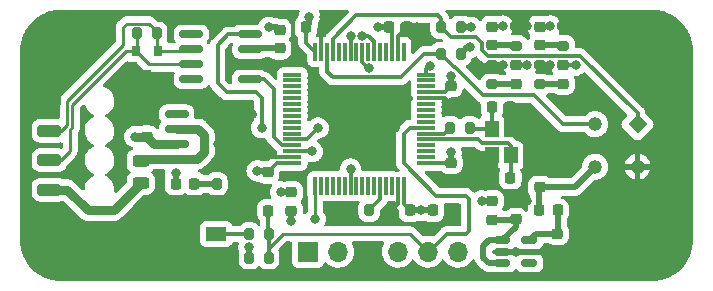
<source format=gbr>
%TF.GenerationSoftware,KiCad,Pcbnew,6.0.6-3a73a75311~116~ubuntu20.04.1*%
%TF.CreationDate,2022-07-05T10:29:56+02:00*%
%TF.ProjectId,Temperature_Tire_Sensor,54656d70-6572-4617-9475-72655f546972,rev?*%
%TF.SameCoordinates,Original*%
%TF.FileFunction,Copper,L1,Top*%
%TF.FilePolarity,Positive*%
%FSLAX46Y46*%
G04 Gerber Fmt 4.6, Leading zero omitted, Abs format (unit mm)*
G04 Created by KiCad (PCBNEW 6.0.6-3a73a75311~116~ubuntu20.04.1) date 2022-07-05 10:29:56*
%MOMM*%
%LPD*%
G01*
G04 APERTURE LIST*
G04 Aperture macros list*
%AMRoundRect*
0 Rectangle with rounded corners*
0 $1 Rounding radius*
0 $2 $3 $4 $5 $6 $7 $8 $9 X,Y pos of 4 corners*
0 Add a 4 corners polygon primitive as box body*
4,1,4,$2,$3,$4,$5,$6,$7,$8,$9,$2,$3,0*
0 Add four circle primitives for the rounded corners*
1,1,$1+$1,$2,$3*
1,1,$1+$1,$4,$5*
1,1,$1+$1,$6,$7*
1,1,$1+$1,$8,$9*
0 Add four rect primitives between the rounded corners*
20,1,$1+$1,$2,$3,$4,$5,0*
20,1,$1+$1,$4,$5,$6,$7,0*
20,1,$1+$1,$6,$7,$8,$9,0*
20,1,$1+$1,$8,$9,$2,$3,0*%
%AMRotRect*
0 Rectangle, with rotation*
0 The origin of the aperture is its center*
0 $1 length*
0 $2 width*
0 $3 Rotation angle, in degrees counterclockwise*
0 Add horizontal line*
21,1,$1,$2,0,0,$3*%
G04 Aperture macros list end*
%TA.AperFunction,SMDPad,CuDef*%
%ADD10RoundRect,0.225000X0.250000X-0.225000X0.250000X0.225000X-0.250000X0.225000X-0.250000X-0.225000X0*%
%TD*%
%TA.AperFunction,SMDPad,CuDef*%
%ADD11RoundRect,0.150000X-0.825000X-0.150000X0.825000X-0.150000X0.825000X0.150000X-0.825000X0.150000X0*%
%TD*%
%TA.AperFunction,SMDPad,CuDef*%
%ADD12RoundRect,0.225000X0.225000X0.250000X-0.225000X0.250000X-0.225000X-0.250000X0.225000X-0.250000X0*%
%TD*%
%TA.AperFunction,SMDPad,CuDef*%
%ADD13RoundRect,0.225000X-0.225000X-0.250000X0.225000X-0.250000X0.225000X0.250000X-0.225000X0.250000X0*%
%TD*%
%TA.AperFunction,SMDPad,CuDef*%
%ADD14RoundRect,0.075000X0.700000X0.075000X-0.700000X0.075000X-0.700000X-0.075000X0.700000X-0.075000X0*%
%TD*%
%TA.AperFunction,SMDPad,CuDef*%
%ADD15RoundRect,0.075000X0.075000X0.700000X-0.075000X0.700000X-0.075000X-0.700000X0.075000X-0.700000X0*%
%TD*%
%TA.AperFunction,SMDPad,CuDef*%
%ADD16RoundRect,0.200000X0.200000X0.275000X-0.200000X0.275000X-0.200000X-0.275000X0.200000X-0.275000X0*%
%TD*%
%TA.AperFunction,SMDPad,CuDef*%
%ADD17RoundRect,0.150000X-0.512500X-0.150000X0.512500X-0.150000X0.512500X0.150000X-0.512500X0.150000X0*%
%TD*%
%TA.AperFunction,SMDPad,CuDef*%
%ADD18RoundRect,0.225000X-0.250000X0.225000X-0.250000X-0.225000X0.250000X-0.225000X0.250000X0.225000X0*%
%TD*%
%TA.AperFunction,SMDPad,CuDef*%
%ADD19RoundRect,0.200000X0.275000X-0.200000X0.275000X0.200000X-0.275000X0.200000X-0.275000X-0.200000X0*%
%TD*%
%TA.AperFunction,ComponentPad*%
%ADD20C,4.500000*%
%TD*%
%TA.AperFunction,SMDPad,CuDef*%
%ADD21RoundRect,0.218750X0.256250X-0.218750X0.256250X0.218750X-0.256250X0.218750X-0.256250X-0.218750X0*%
%TD*%
%TA.AperFunction,SMDPad,CuDef*%
%ADD22R,1.750000X1.200000*%
%TD*%
%TA.AperFunction,SMDPad,CuDef*%
%ADD23RoundRect,0.218750X-0.256250X0.218750X-0.256250X-0.218750X0.256250X-0.218750X0.256250X0.218750X0*%
%TD*%
%TA.AperFunction,SMDPad,CuDef*%
%ADD24RoundRect,0.250000X0.750000X-0.250000X0.750000X0.250000X-0.750000X0.250000X-0.750000X-0.250000X0*%
%TD*%
%TA.AperFunction,SMDPad,CuDef*%
%ADD25RoundRect,0.200000X-0.200000X-0.275000X0.200000X-0.275000X0.200000X0.275000X-0.200000X0.275000X0*%
%TD*%
%TA.AperFunction,SMDPad,CuDef*%
%ADD26RoundRect,0.150000X0.825000X0.150000X-0.825000X0.150000X-0.825000X-0.150000X0.825000X-0.150000X0*%
%TD*%
%TA.AperFunction,SMDPad,CuDef*%
%ADD27RoundRect,0.218750X0.218750X0.256250X-0.218750X0.256250X-0.218750X-0.256250X0.218750X-0.256250X0*%
%TD*%
%TA.AperFunction,SMDPad,CuDef*%
%ADD28RoundRect,0.243750X0.456250X-0.243750X0.456250X0.243750X-0.456250X0.243750X-0.456250X-0.243750X0*%
%TD*%
%TA.AperFunction,SMDPad,CuDef*%
%ADD29R,0.800000X0.900000*%
%TD*%
%TA.AperFunction,ComponentPad*%
%ADD30RotRect,1.192000X1.192000X45.000000*%
%TD*%
%TA.AperFunction,ComponentPad*%
%ADD31C,1.192000*%
%TD*%
%TA.AperFunction,ComponentPad*%
%ADD32R,1.700000X1.700000*%
%TD*%
%TA.AperFunction,ComponentPad*%
%ADD33O,1.700000X1.700000*%
%TD*%
%TA.AperFunction,SMDPad,CuDef*%
%ADD34R,1.150000X1.400000*%
%TD*%
%TA.AperFunction,ViaPad*%
%ADD35C,0.800000*%
%TD*%
%TA.AperFunction,Conductor*%
%ADD36C,0.300000*%
%TD*%
%TA.AperFunction,Conductor*%
%ADD37C,0.250000*%
%TD*%
%TA.AperFunction,Conductor*%
%ADD38C,0.500000*%
%TD*%
%TA.AperFunction,Conductor*%
%ADD39C,0.750000*%
%TD*%
G04 APERTURE END LIST*
D10*
%TO.P,C13,1*%
%TO.N,+3V3*%
X110250000Y-106275000D03*
%TO.P,C13,2*%
%TO.N,GND*%
X110250000Y-104725000D03*
%TD*%
D11*
%TO.P,U2,1,~{ERROR}*%
%TO.N,unconnected-(U2-Pad1)*%
X112775000Y-104345000D03*
%TO.P,U2,2,IN*%
%TO.N,Net-(F1-Pad2)*%
X112775000Y-105615000D03*
%TO.P,U2,3,OUT*%
%TO.N,+3V3*%
X112775000Y-106885000D03*
%TO.P,U2,4,EN*%
%TO.N,Net-(F1-Pad2)*%
X112775000Y-108155000D03*
%TO.P,U2,5,GND*%
%TO.N,GND*%
X117725000Y-108155000D03*
%TO.P,U2,6,GND*%
X117725000Y-106885000D03*
%TO.P,U2,7,GND*%
X117725000Y-105615000D03*
%TO.P,U2,8,GND*%
X117725000Y-104345000D03*
%TD*%
D12*
%TO.P,C1,1*%
%TO.N,/NRST*%
X120525000Y-112522000D03*
%TO.P,C1,2*%
%TO.N,GND*%
X118975000Y-112522000D03*
%TD*%
D13*
%TO.P,C6,1*%
%TO.N,/+3V3_uC*%
X130725000Y-97000000D03*
%TO.P,C6,2*%
%TO.N,GND*%
X132275000Y-97000000D03*
%TD*%
D14*
%TO.P,U1,1,VBAT*%
%TO.N,/+3V3_uC*%
X133925000Y-108500000D03*
%TO.P,U1,2,PC13*%
%TO.N,unconnected-(U1-Pad2)*%
X133925000Y-108000000D03*
%TO.P,U1,3,PC14-OSC32_IN*%
%TO.N,unconnected-(U1-Pad3)*%
X133925000Y-107500000D03*
%TO.P,U1,4,PC15-OSC32_OUT*%
%TO.N,unconnected-(U1-Pad4)*%
X133925000Y-107000000D03*
%TO.P,U1,5,PH0-OSC_IN*%
%TO.N,/OSC_IN*%
X133925000Y-106500000D03*
%TO.P,U1,6,PH1-OSC_OUT*%
%TO.N,/OSC_OUT*%
X133925000Y-106000000D03*
%TO.P,U1,7,NRST*%
%TO.N,/NRST*%
X133925000Y-105500000D03*
%TO.P,U1,8,PC0*%
%TO.N,unconnected-(U1-Pad8)*%
X133925000Y-105000000D03*
%TO.P,U1,9,PC1*%
%TO.N,unconnected-(U1-Pad9)*%
X133925000Y-104500000D03*
%TO.P,U1,10,PC2*%
%TO.N,unconnected-(U1-Pad10)*%
X133925000Y-104000000D03*
%TO.P,U1,11,PC3*%
%TO.N,unconnected-(U1-Pad11)*%
X133925000Y-103500000D03*
%TO.P,U1,12,VSSA/VREF-*%
%TO.N,GND*%
X133925000Y-103000000D03*
%TO.P,U1,13,VDDA/VREF+*%
%TO.N,/+3V3_uC*%
X133925000Y-102500000D03*
%TO.P,U1,14,PA0*%
%TO.N,unconnected-(U1-Pad14)*%
X133925000Y-102000000D03*
%TO.P,U1,15,PA1*%
%TO.N,unconnected-(U1-Pad15)*%
X133925000Y-101500000D03*
%TO.P,U1,16,PA2*%
%TO.N,/LED_WAR2*%
X133925000Y-101000000D03*
D15*
%TO.P,U1,17,PA3*%
%TO.N,unconnected-(U1-Pad17)*%
X132000000Y-99075000D03*
%TO.P,U1,18,VSS*%
%TO.N,GND*%
X131500000Y-99075000D03*
%TO.P,U1,19,VDD*%
%TO.N,/+3V3_uC*%
X131000000Y-99075000D03*
%TO.P,U1,20,PA4*%
%TO.N,unconnected-(U1-Pad20)*%
X130500000Y-99075000D03*
%TO.P,U1,21,PA5*%
%TO.N,unconnected-(U1-Pad21)*%
X130000000Y-99075000D03*
%TO.P,U1,22,PA6*%
%TO.N,/LED_ERR*%
X129500000Y-99075000D03*
%TO.P,U1,23,PA7*%
%TO.N,unconnected-(U1-Pad23)*%
X129000000Y-99075000D03*
%TO.P,U1,24,PC4*%
%TO.N,/LED_WAR1*%
X128500000Y-99075000D03*
%TO.P,U1,25,PC5*%
%TO.N,unconnected-(U1-Pad25)*%
X128000000Y-99075000D03*
%TO.P,U1,26,PB0*%
%TO.N,/LED_OK*%
X127500000Y-99075000D03*
%TO.P,U1,27,PB1*%
%TO.N,unconnected-(U1-Pad27)*%
X127000000Y-99075000D03*
%TO.P,U1,28,PB2*%
%TO.N,unconnected-(U1-Pad28)*%
X126500000Y-99075000D03*
%TO.P,U1,29,PB10*%
%TO.N,/SCL*%
X126000000Y-99075000D03*
%TO.P,U1,30,PB11*%
%TO.N,/SDA*%
X125500000Y-99075000D03*
%TO.P,U1,31,VSS*%
%TO.N,GND*%
X125000000Y-99075000D03*
%TO.P,U1,32,VDD*%
%TO.N,/+3V3_uC*%
X124500000Y-99075000D03*
D14*
%TO.P,U1,33,PB12*%
%TO.N,unconnected-(U1-Pad33)*%
X122575000Y-101000000D03*
%TO.P,U1,34,PB13*%
%TO.N,unconnected-(U1-Pad34)*%
X122575000Y-101500000D03*
%TO.P,U1,35,PB14*%
%TO.N,unconnected-(U1-Pad35)*%
X122575000Y-102000000D03*
%TO.P,U1,36,PB15*%
%TO.N,unconnected-(U1-Pad36)*%
X122575000Y-102500000D03*
%TO.P,U1,37,PC6*%
%TO.N,unconnected-(U1-Pad37)*%
X122575000Y-103000000D03*
%TO.P,U1,38,PC7*%
%TO.N,unconnected-(U1-Pad38)*%
X122575000Y-103500000D03*
%TO.P,U1,39,PC8*%
%TO.N,unconnected-(U1-Pad39)*%
X122575000Y-104000000D03*
%TO.P,U1,40,PC9*%
%TO.N,unconnected-(U1-Pad40)*%
X122575000Y-104500000D03*
%TO.P,U1,41,PA8*%
%TO.N,unconnected-(U1-Pad41)*%
X122575000Y-105000000D03*
%TO.P,U1,42,PA9*%
%TO.N,unconnected-(U1-Pad42)*%
X122575000Y-105500000D03*
%TO.P,U1,43,PA10*%
%TO.N,unconnected-(U1-Pad43)*%
X122575000Y-106000000D03*
%TO.P,U1,44,PA11*%
%TO.N,/CAN_RX*%
X122575000Y-106500000D03*
%TO.P,U1,45,PA12*%
%TO.N,/CAN_TX*%
X122575000Y-107000000D03*
%TO.P,U1,46,PA13*%
%TO.N,/SWDIO*%
X122575000Y-107500000D03*
%TO.P,U1,47,VSS*%
%TO.N,GND*%
X122575000Y-108000000D03*
%TO.P,U1,48,VDDUSB*%
%TO.N,/+3V3_uC*%
X122575000Y-108500000D03*
D15*
%TO.P,U1,49,PA14*%
%TO.N,/SWCLK*%
X124500000Y-110425000D03*
%TO.P,U1,50,PA15*%
%TO.N,unconnected-(U1-Pad50)*%
X125000000Y-110425000D03*
%TO.P,U1,51,PC10*%
%TO.N,unconnected-(U1-Pad51)*%
X125500000Y-110425000D03*
%TO.P,U1,52,PC11*%
%TO.N,unconnected-(U1-Pad52)*%
X126000000Y-110425000D03*
%TO.P,U1,53,PC12*%
%TO.N,unconnected-(U1-Pad53)*%
X126500000Y-110425000D03*
%TO.P,U1,54,PD2*%
%TO.N,unconnected-(U1-Pad54)*%
X127000000Y-110425000D03*
%TO.P,U1,55,PB3*%
%TO.N,/SWO*%
X127500000Y-110425000D03*
%TO.P,U1,56,PB4*%
%TO.N,unconnected-(U1-Pad56)*%
X128000000Y-110425000D03*
%TO.P,U1,57,PB5*%
%TO.N,unconnected-(U1-Pad57)*%
X128500000Y-110425000D03*
%TO.P,U1,58,PB6*%
%TO.N,unconnected-(U1-Pad58)*%
X129000000Y-110425000D03*
%TO.P,U1,59,PB7*%
%TO.N,unconnected-(U1-Pad59)*%
X129500000Y-110425000D03*
%TO.P,U1,60,PH3-BOOT*%
%TO.N,Net-(R1-Pad1)*%
X130000000Y-110425000D03*
%TO.P,U1,61,PB8*%
%TO.N,unconnected-(U1-Pad61)*%
X130500000Y-110425000D03*
%TO.P,U1,62,PB9*%
%TO.N,unconnected-(U1-Pad62)*%
X131000000Y-110425000D03*
%TO.P,U1,63,VSS*%
%TO.N,GND*%
X131500000Y-110425000D03*
%TO.P,U1,64,VDD*%
%TO.N,/+3V3_uC*%
X132000000Y-110425000D03*
%TD*%
D16*
%TO.P,R5,1*%
%TO.N,+3V3*%
X136825000Y-99250000D03*
%TO.P,R5,2*%
%TO.N,/SDA*%
X135175000Y-99250000D03*
%TD*%
D17*
%TO.P,U3,1,VIN*%
%TO.N,Net-(C11-Pad1)*%
X140362500Y-115050000D03*
%TO.P,U3,2,GND*%
%TO.N,GND*%
X140362500Y-116000000D03*
%TO.P,U3,3,EN*%
%TO.N,Net-(C11-Pad1)*%
X140362500Y-116950000D03*
%TO.P,U3,4,NC*%
%TO.N,unconnected-(U3-Pad4)*%
X142637500Y-116950000D03*
%TO.P,U3,5,VOUT*%
%TO.N,+2V6*%
X142637500Y-115050000D03*
%TD*%
D18*
%TO.P,C3,1*%
%TO.N,/+3V3_uC*%
X136000000Y-108475000D03*
%TO.P,C3,2*%
%TO.N,GND*%
X136000000Y-110025000D03*
%TD*%
D19*
%TO.P,R8,1*%
%TO.N,Net-(D3-Pad1)*%
X139500000Y-101825000D03*
%TO.P,R8,2*%
%TO.N,GND*%
X139500000Y-100175000D03*
%TD*%
D10*
%TO.P,C14,1*%
%TO.N,Net-(C14-Pad1)*%
X143500000Y-110525000D03*
%TO.P,C14,2*%
%TO.N,GND*%
X143500000Y-108975000D03*
%TD*%
D20*
%TO.P,H2,1,1*%
%TO.N,GND*%
X153000000Y-115000000D03*
%TD*%
D21*
%TO.P,D3,1,K*%
%TO.N,Net-(D3-Pad1)*%
X141500000Y-101787500D03*
%TO.P,D3,2,A*%
%TO.N,/LED_WAR1*%
X141500000Y-100212500D03*
%TD*%
D20*
%TO.P,H3,1,1*%
%TO.N,GND*%
X103000000Y-99000000D03*
%TD*%
D22*
%TO.P,SW1,1,1*%
%TO.N,GND*%
X109875000Y-114500000D03*
%TO.P,SW1,2,2*%
%TO.N,Net-(R3-Pad1)*%
X116125000Y-114500000D03*
%TD*%
D12*
%TO.P,C5,1*%
%TO.N,/OSC_IN*%
X141025000Y-109750000D03*
%TO.P,C5,2*%
%TO.N,GND*%
X139475000Y-109750000D03*
%TD*%
D21*
%TO.P,D1,1,K*%
%TO.N,Net-(D1-Pad1)*%
X143500000Y-98537500D03*
%TO.P,D1,2,A*%
%TO.N,/LED_ERR*%
X143500000Y-96962500D03*
%TD*%
D23*
%TO.P,FB4,1*%
%TO.N,+3V3*%
X121500000Y-97212500D03*
%TO.P,FB4,2*%
%TO.N,Net-(FB4-Pad2)*%
X121500000Y-98787500D03*
%TD*%
D13*
%TO.P,C7,1*%
%TO.N,Net-(C7-Pad1)*%
X139475000Y-103750000D03*
%TO.P,C7,2*%
%TO.N,GND*%
X141025000Y-103750000D03*
%TD*%
D24*
%TO.P,J2,1,Pin_1*%
%TO.N,+24V*%
X102000000Y-110750000D03*
%TO.P,J2,2,Pin_2*%
%TO.N,/CAN_H*%
X102000000Y-108250000D03*
%TO.P,J2,3,Pin_3*%
%TO.N,/CAN_L*%
X102000000Y-105750000D03*
%TO.P,J2,4,Pin_4*%
%TO.N,GND*%
X102000000Y-103250000D03*
%TD*%
D25*
%TO.P,R12,1*%
%TO.N,Net-(D6-Pad1)*%
X116175000Y-110250000D03*
%TO.P,R12,2*%
%TO.N,GND*%
X117825000Y-110250000D03*
%TD*%
%TO.P,R7,1*%
%TO.N,/CAN_H*%
X109425000Y-97500000D03*
%TO.P,R7,2*%
%TO.N,/CAN_L*%
X111075000Y-97500000D03*
%TD*%
D12*
%TO.P,C10,1*%
%TO.N,/+3V3_uC*%
X132525000Y-112500000D03*
%TO.P,C10,2*%
%TO.N,GND*%
X130975000Y-112500000D03*
%TD*%
D13*
%TO.P,C2,1*%
%TO.N,/+3V3_uC*%
X134475000Y-112500000D03*
%TO.P,C2,2*%
%TO.N,GND*%
X136025000Y-112500000D03*
%TD*%
D26*
%TO.P,U4,1,D*%
%TO.N,/CAN_TX*%
X118975000Y-101405000D03*
%TO.P,U4,2,GND*%
%TO.N,GND*%
X118975000Y-100135000D03*
%TO.P,U4,3,VCC*%
%TO.N,Net-(FB4-Pad2)*%
X118975000Y-98865000D03*
%TO.P,U4,4,R*%
%TO.N,/CAN_RX*%
X118975000Y-97595000D03*
%TO.P,U4,5,NC*%
%TO.N,unconnected-(U4-Pad5)*%
X114025000Y-97595000D03*
%TO.P,U4,6,CANL*%
%TO.N,/CAN_L*%
X114025000Y-98865000D03*
%TO.P,U4,7,CANH*%
%TO.N,/CAN_H*%
X114025000Y-100135000D03*
%TO.P,U4,8,NC*%
%TO.N,unconnected-(U4-Pad8)*%
X114025000Y-101405000D03*
%TD*%
D16*
%TO.P,R10,1*%
%TO.N,/NRST*%
X120575000Y-116500000D03*
%TO.P,R10,2*%
%TO.N,+3V3*%
X118925000Y-116500000D03*
%TD*%
D20*
%TO.P,H1,1,1*%
%TO.N,GND*%
X153000000Y-99000000D03*
%TD*%
D10*
%TO.P,C9,1*%
%TO.N,/+3V3_uC*%
X120500000Y-109275000D03*
%TO.P,C9,2*%
%TO.N,GND*%
X120500000Y-107725000D03*
%TD*%
D21*
%TO.P,D4,1,K*%
%TO.N,Net-(D4-Pad1)*%
X145500000Y-101787500D03*
%TO.P,D4,2,A*%
%TO.N,/LED_WAR2*%
X145500000Y-100212500D03*
%TD*%
D16*
%TO.P,R6,1*%
%TO.N,+3V3*%
X136825000Y-97000000D03*
%TO.P,R6,2*%
%TO.N,/SCL*%
X135175000Y-97000000D03*
%TD*%
D27*
%TO.P,D6,1,K*%
%TO.N,Net-(D6-Pad1)*%
X114287500Y-110250000D03*
%TO.P,D6,2,A*%
%TO.N,+3V3*%
X112712500Y-110250000D03*
%TD*%
D25*
%TO.P,R3,1*%
%TO.N,Net-(R3-Pad1)*%
X118925000Y-114500000D03*
%TO.P,R3,2*%
%TO.N,/NRST*%
X120575000Y-114500000D03*
%TD*%
D16*
%TO.P,R1,1*%
%TO.N,Net-(R1-Pad1)*%
X129075000Y-112500000D03*
%TO.P,R1,2*%
%TO.N,GND*%
X127425000Y-112500000D03*
%TD*%
D21*
%TO.P,D5,1,K*%
%TO.N,Net-(D5-Pad1)*%
X139500000Y-98537500D03*
%TO.P,D5,2,A*%
%TO.N,/LED_OK*%
X139500000Y-96962500D03*
%TD*%
D28*
%TO.P,F1,1*%
%TO.N,+24V*%
X109750000Y-110187500D03*
%TO.P,F1,2*%
%TO.N,Net-(F1-Pad2)*%
X109750000Y-108312500D03*
%TD*%
D25*
%TO.P,R4,1*%
%TO.N,/OSC_OUT*%
X135925000Y-105500000D03*
%TO.P,R4,2*%
%TO.N,Net-(C7-Pad1)*%
X137575000Y-105500000D03*
%TD*%
D29*
%TO.P,D2,1,K*%
%TO.N,/CAN_L*%
X111200000Y-99000000D03*
%TO.P,D2,2,K*%
%TO.N,/CAN_H*%
X109300000Y-99000000D03*
%TO.P,D2,3,A*%
%TO.N,GND*%
X110250000Y-101000000D03*
%TD*%
D18*
%TO.P,C12,1*%
%TO.N,+2V6*%
X145000000Y-114475000D03*
%TO.P,C12,2*%
%TO.N,GND*%
X145000000Y-116025000D03*
%TD*%
D30*
%TO.P,IC1,1,SCL*%
%TO.N,/SCL*%
X151796051Y-105203949D03*
D31*
%TO.P,IC1,2,SDA*%
%TO.N,/SDA*%
X148203949Y-105203949D03*
%TO.P,IC1,3,VDD*%
%TO.N,Net-(C14-Pad1)*%
X148203949Y-108796051D03*
%TO.P,IC1,4,GND*%
%TO.N,GND*%
X151796051Y-108796051D03*
%TD*%
D19*
%TO.P,R2,1*%
%TO.N,Net-(D1-Pad1)*%
X145500000Y-98575000D03*
%TO.P,R2,2*%
%TO.N,GND*%
X145500000Y-96925000D03*
%TD*%
D23*
%TO.P,FB2,1*%
%TO.N,+3V3*%
X139500000Y-111712500D03*
%TO.P,FB2,2*%
%TO.N,Net-(C11-Pad1)*%
X139500000Y-113287500D03*
%TD*%
D13*
%TO.P,C8,1*%
%TO.N,/+3V3_uC*%
X123725000Y-97000000D03*
%TO.P,C8,2*%
%TO.N,GND*%
X125275000Y-97000000D03*
%TD*%
D32*
%TO.P,J1,1,Pin_1*%
%TO.N,+3V3*%
X123900000Y-116000000D03*
D33*
%TO.P,J1,2,Pin_2*%
%TO.N,/SWCLK*%
X126440000Y-116000000D03*
%TO.P,J1,3,Pin_3*%
%TO.N,GND*%
X128980000Y-116000000D03*
%TO.P,J1,4,Pin_4*%
%TO.N,/SWDIO*%
X131520000Y-116000000D03*
%TO.P,J1,5,Pin_5*%
%TO.N,/NRST*%
X134060000Y-116000000D03*
%TO.P,J1,6,Pin_6*%
%TO.N,/SWO*%
X136600000Y-116000000D03*
%TD*%
D18*
%TO.P,C4,1*%
%TO.N,/+3V3_uC*%
X136002000Y-101975000D03*
%TO.P,C4,2*%
%TO.N,GND*%
X136002000Y-103525000D03*
%TD*%
D34*
%TO.P,Y1,1,1*%
%TO.N,/OSC_IN*%
X141050000Y-107850000D03*
%TO.P,Y1,2,2*%
%TO.N,GND*%
X141050000Y-105650000D03*
%TO.P,Y1,3,3*%
%TO.N,Net-(C7-Pad1)*%
X139450000Y-105650000D03*
%TO.P,Y1,4,4*%
%TO.N,GND*%
X139450000Y-107850000D03*
%TD*%
D19*
%TO.P,R9,1*%
%TO.N,Net-(D4-Pad1)*%
X143500000Y-101825000D03*
%TO.P,R9,2*%
%TO.N,GND*%
X143500000Y-100175000D03*
%TD*%
D10*
%TO.P,C11,1*%
%TO.N,Net-(C11-Pad1)*%
X141500000Y-113275000D03*
%TO.P,C11,2*%
%TO.N,GND*%
X141500000Y-111725000D03*
%TD*%
D21*
%TO.P,FB1,1*%
%TO.N,+3V3*%
X122500000Y-112537500D03*
%TO.P,FB1,2*%
%TO.N,/+3V3_uC*%
X122500000Y-110962500D03*
%TD*%
D19*
%TO.P,R11,1*%
%TO.N,Net-(D5-Pad1)*%
X141500000Y-98575000D03*
%TO.P,R11,2*%
%TO.N,GND*%
X141500000Y-96925000D03*
%TD*%
D27*
%TO.P,FB3,1*%
%TO.N,+2V6*%
X145037500Y-112500000D03*
%TO.P,FB3,2*%
%TO.N,Net-(C14-Pad1)*%
X143462500Y-112500000D03*
%TD*%
D20*
%TO.P,H4,1,1*%
%TO.N,GND*%
X103000000Y-115000000D03*
%TD*%
D35*
%TO.N,GND*%
X109250000Y-104750000D03*
X108550000Y-114500000D03*
X135700000Y-113400000D03*
X142400000Y-96900000D03*
X131300000Y-113400000D03*
X116300000Y-105650000D03*
X132000000Y-103000000D03*
X143000000Y-107000000D03*
X119600000Y-107750000D03*
X119150000Y-104350000D03*
X145000000Y-116900000D03*
X140400000Y-100200000D03*
X136900000Y-103200000D03*
X117800000Y-111150000D03*
X110250000Y-102350000D03*
X143000000Y-106000000D03*
X144400000Y-100200000D03*
X143500000Y-108100000D03*
X120350000Y-100150000D03*
X102000000Y-102300000D03*
X125250000Y-96100000D03*
X118100000Y-112550000D03*
X126600000Y-112500000D03*
X142400000Y-111700000D03*
X124500000Y-102250000D03*
X116300000Y-104350000D03*
X138000000Y-108000000D03*
X119150000Y-106900000D03*
X146400000Y-96900000D03*
X116300000Y-106900000D03*
X131250000Y-105500000D03*
X117500000Y-96250000D03*
X133150000Y-97000000D03*
X142400000Y-103800000D03*
X141500000Y-116000000D03*
X116250000Y-108150000D03*
X113750000Y-96250000D03*
X138100000Y-109700000D03*
X136900000Y-109700000D03*
X143000000Y-105000000D03*
X102000000Y-104200000D03*
%TO.N,+3V3*%
X120600000Y-97000000D03*
X109250000Y-106250000D03*
X137700000Y-97000000D03*
X138600000Y-111700000D03*
X112700000Y-109350000D03*
X118900000Y-115600000D03*
X137600000Y-98700000D03*
X122500000Y-113400000D03*
%TO.N,/LED_ERR*%
X128500000Y-97700500D03*
X144425500Y-96900000D03*
%TO.N,/SWCLK*%
X124500000Y-113250000D03*
%TO.N,/SWDIO*%
X124250000Y-107500000D03*
%TO.N,/SWO*%
X127500000Y-109000000D03*
%TO.N,/+3V3_uC*%
X129800000Y-97000000D03*
X119600000Y-109150000D03*
X136000000Y-101100000D03*
X124000000Y-96100000D03*
X121600000Y-110950000D03*
X133500000Y-112500000D03*
X136000000Y-107600000D03*
%TO.N,/CAN_RX*%
X120000000Y-105500000D03*
X124750000Y-105524753D03*
%TO.N,/LED_WAR1*%
X142400000Y-100200000D03*
X129069974Y-100449500D03*
%TO.N,/LED_WAR2*%
X134250000Y-100250000D03*
X146570023Y-100200000D03*
%TO.N,/LED_OK*%
X140400000Y-96900000D03*
X127500000Y-97700000D03*
%TD*%
D36*
%TO.N,/NRST*%
X134159970Y-116000000D02*
X135659970Y-114500000D01*
X134060000Y-116000000D02*
X134159970Y-116000000D01*
X120575000Y-116500000D02*
X120575000Y-114500000D01*
D37*
X121750000Y-114500000D02*
X120575000Y-115675000D01*
D36*
X137500000Y-114250000D02*
X137500000Y-111500000D01*
X132000000Y-106000000D02*
X132500000Y-105500000D01*
D38*
X120521000Y-114446000D02*
X120575000Y-114500000D01*
D37*
X120575000Y-115675000D02*
X120575000Y-116500000D01*
D36*
X137250000Y-111250000D02*
X134750000Y-111250000D01*
D37*
X134060000Y-116000000D02*
X132560000Y-114500000D01*
D36*
X135659970Y-114500000D02*
X137250000Y-114500000D01*
X137500000Y-111500000D02*
X137250000Y-111250000D01*
X134750000Y-111250000D02*
X132000000Y-108500000D01*
X120525000Y-112522000D02*
X120525000Y-114450000D01*
X120525000Y-114450000D02*
X120575000Y-114500000D01*
X132000000Y-108500000D02*
X132000000Y-106000000D01*
D37*
X132560000Y-114500000D02*
X121750000Y-114500000D01*
D36*
X132500000Y-105500000D02*
X133925000Y-105500000D01*
X137250000Y-114500000D02*
X137500000Y-114250000D01*
D38*
%TO.N,GND*%
X117800000Y-110275000D02*
X117825000Y-110250000D01*
X117725000Y-106885000D02*
X117725000Y-108155000D01*
D39*
X116300000Y-104350000D02*
X119150000Y-104350000D01*
D36*
X142350000Y-103750000D02*
X142400000Y-103800000D01*
X125000000Y-99075000D02*
X125000000Y-97275000D01*
D38*
X142375000Y-96925000D02*
X142400000Y-96900000D01*
X136900000Y-103200000D02*
X136327000Y-103200000D01*
D39*
X117720000Y-108150000D02*
X117725000Y-108155000D01*
D38*
X117725000Y-104345000D02*
X117725000Y-105615000D01*
X117725000Y-105615000D02*
X117725000Y-106885000D01*
D36*
X138150000Y-109750000D02*
X138100000Y-109700000D01*
D38*
X119600000Y-107750000D02*
X120475000Y-107750000D01*
X136025000Y-112500000D02*
X136025000Y-112775000D01*
D36*
X131500000Y-111975000D02*
X130975000Y-112500000D01*
X131500000Y-97775000D02*
X132275000Y-97000000D01*
D38*
X145000000Y-116900000D02*
X145000000Y-116025000D01*
D36*
X139450000Y-107850000D02*
X139450000Y-109725000D01*
D38*
X142400000Y-111700000D02*
X142375000Y-111725000D01*
X120475000Y-107750000D02*
X120500000Y-107725000D01*
X136025000Y-112775000D02*
X135700000Y-113100000D01*
X136900000Y-109700000D02*
X136325000Y-109700000D01*
D36*
X139450000Y-109725000D02*
X139475000Y-109750000D01*
D38*
X146375000Y-96925000D02*
X145500000Y-96925000D01*
X141500000Y-96925000D02*
X142375000Y-96925000D01*
X131300000Y-113400000D02*
X131300000Y-112825000D01*
X117800000Y-111150000D02*
X117800000Y-110275000D01*
X140362500Y-116000000D02*
X144975000Y-116000000D01*
X143500000Y-108100000D02*
X143500000Y-108975000D01*
D36*
X120775000Y-108000000D02*
X122575000Y-108000000D01*
D38*
X133150000Y-97000000D02*
X132275000Y-97000000D01*
X142375000Y-111725000D02*
X141500000Y-111725000D01*
D36*
X135477000Y-103000000D02*
X136002000Y-103525000D01*
D38*
X143525000Y-100200000D02*
X143500000Y-100175000D01*
X127425000Y-112500000D02*
X126600000Y-112500000D01*
X108550000Y-114500000D02*
X109875000Y-114500000D01*
D36*
X141025000Y-103750000D02*
X142350000Y-103750000D01*
D38*
X125250000Y-96100000D02*
X125250000Y-96975000D01*
D39*
X117690000Y-105650000D02*
X117725000Y-105615000D01*
D38*
X118100000Y-112550000D02*
X118947000Y-112550000D01*
D39*
X116300000Y-106900000D02*
X117710000Y-106900000D01*
D38*
X120350000Y-100150000D02*
X118990000Y-100150000D01*
X139525000Y-100200000D02*
X139500000Y-100175000D01*
X118990000Y-100150000D02*
X118975000Y-100135000D01*
X118947000Y-112550000D02*
X118975000Y-112522000D01*
D36*
X141050000Y-105650000D02*
X141050000Y-103775000D01*
X139475000Y-109750000D02*
X138150000Y-109750000D01*
D38*
X110250000Y-102350000D02*
X110250000Y-101500000D01*
D39*
X119150000Y-106900000D02*
X117740000Y-106900000D01*
D38*
X136327000Y-103200000D02*
X136002000Y-103525000D01*
D36*
X125000000Y-97275000D02*
X125275000Y-97000000D01*
X120500000Y-107725000D02*
X120775000Y-108000000D01*
D38*
X136325000Y-109700000D02*
X136000000Y-110025000D01*
D39*
X109250000Y-104750000D02*
X109275000Y-104725000D01*
D38*
X140400000Y-100200000D02*
X139525000Y-100200000D01*
D39*
X102000000Y-102300000D02*
X102000000Y-104200000D01*
X117740000Y-106900000D02*
X117725000Y-106885000D01*
D38*
X141500000Y-116000000D02*
X140362500Y-116000000D01*
D39*
X116300000Y-105650000D02*
X117690000Y-105650000D01*
X117710000Y-106900000D02*
X117725000Y-106885000D01*
D38*
X144400000Y-100200000D02*
X143525000Y-100200000D01*
D36*
X133925000Y-103000000D02*
X135477000Y-103000000D01*
X131500000Y-99075000D02*
X131500000Y-97775000D01*
D39*
X116300000Y-108150000D02*
X117720000Y-108150000D01*
D38*
X144975000Y-116000000D02*
X145000000Y-116025000D01*
X131300000Y-112825000D02*
X130975000Y-112500000D01*
X135700000Y-113100000D02*
X135700000Y-113400000D01*
D36*
X131500000Y-110425000D02*
X131500000Y-111975000D01*
D38*
X125250000Y-96975000D02*
X125275000Y-97000000D01*
D39*
X109275000Y-104725000D02*
X110250000Y-104725000D01*
D38*
X146400000Y-96900000D02*
X146375000Y-96925000D01*
D36*
%TO.N,/OSC_IN*%
X138325978Y-106500000D02*
X138626467Y-106800489D01*
X141050000Y-107050000D02*
X141050000Y-107850000D01*
X133925000Y-106500000D02*
X138325978Y-106500000D01*
X138626467Y-106800489D02*
X140800489Y-106800489D01*
X141050000Y-109725000D02*
X141025000Y-109750000D01*
X140800489Y-106800489D02*
X141050000Y-107050000D01*
X141050000Y-107850000D02*
X141050000Y-109725000D01*
%TO.N,Net-(C7-Pad1)*%
X137725000Y-105650000D02*
X137575000Y-105500000D01*
X139450000Y-105650000D02*
X137725000Y-105650000D01*
X139450000Y-105650000D02*
X139450000Y-103775000D01*
X139450000Y-103775000D02*
X139475000Y-103750000D01*
D38*
%TO.N,Net-(C11-Pad1)*%
X139200000Y-115050000D02*
X138750000Y-115500000D01*
X139500000Y-113287500D02*
X141487500Y-113287500D01*
X138750000Y-116500000D02*
X139200000Y-116950000D01*
X140362500Y-115050000D02*
X139200000Y-115050000D01*
X141500000Y-113275000D02*
X141500000Y-113912500D01*
X138750000Y-115500000D02*
X138750000Y-116500000D01*
X139200000Y-116950000D02*
X140362500Y-116950000D01*
X141500000Y-113912500D02*
X140362500Y-115050000D01*
X141487500Y-113287500D02*
X141500000Y-113275000D01*
%TO.N,+2V6*%
X145000000Y-114475000D02*
X143212500Y-114475000D01*
X145037500Y-112500000D02*
X145037500Y-114437500D01*
X143212500Y-114475000D02*
X142637500Y-115050000D01*
X145037500Y-114437500D02*
X145000000Y-114475000D01*
%TO.N,+3V3*%
X138612500Y-111712500D02*
X139500000Y-111712500D01*
X120600000Y-97000000D02*
X121287500Y-97000000D01*
X137600000Y-98700000D02*
X137375000Y-98700000D01*
X112700000Y-109350000D02*
X112700000Y-110237500D01*
X118925000Y-115625000D02*
X118900000Y-115600000D01*
D39*
X112775000Y-106885000D02*
X110860000Y-106885000D01*
X110860000Y-106885000D02*
X110250000Y-106275000D01*
X109275000Y-106275000D02*
X110250000Y-106275000D01*
X109250000Y-106250000D02*
X109275000Y-106275000D01*
D38*
X112700000Y-110237500D02*
X112712500Y-110250000D01*
X136825000Y-97000000D02*
X137700000Y-97000000D01*
X121287500Y-97000000D02*
X121500000Y-97212500D01*
X137375000Y-98700000D02*
X136825000Y-99250000D01*
X138600000Y-111700000D02*
X138612500Y-111712500D01*
X122500000Y-113400000D02*
X122500000Y-112537500D01*
X118925000Y-116500000D02*
X118925000Y-115625000D01*
%TO.N,Net-(D1-Pad1)*%
X145462500Y-98537500D02*
X145500000Y-98575000D01*
X143500000Y-98537500D02*
X145462500Y-98537500D01*
D37*
%TO.N,/CAN_L*%
X111075000Y-97500000D02*
X111075000Y-97325000D01*
X108250000Y-97000000D02*
X108250000Y-98500000D01*
X103023982Y-105750000D02*
X102000000Y-105750000D01*
X111075000Y-97500000D02*
X111075000Y-98875000D01*
X111200000Y-99000000D02*
X113890000Y-99000000D01*
X113890000Y-99000000D02*
X114025000Y-98865000D01*
X103500000Y-103250000D02*
X103500000Y-105273982D01*
X111075000Y-97325000D02*
X110450480Y-96700480D01*
X103500000Y-105273982D02*
X103023982Y-105750000D01*
X110450480Y-96700480D02*
X108549520Y-96700480D01*
X111075000Y-98875000D02*
X111200000Y-99000000D01*
X108250000Y-98500000D02*
X103500000Y-103250000D01*
X108549520Y-96700480D02*
X108250000Y-97000000D01*
%TO.N,/CAN_H*%
X109425000Y-97500000D02*
X109425000Y-98875000D01*
X103750000Y-107500000D02*
X103000000Y-108250000D01*
X103949510Y-103550490D02*
X103949510Y-105460176D01*
X103750000Y-105659686D02*
X103750000Y-107500000D01*
X109425000Y-98875000D02*
X109300000Y-99000000D01*
X108500000Y-99000000D02*
X103949510Y-103550490D01*
X103949510Y-105460176D02*
X103750000Y-105659686D01*
X109300000Y-99000000D02*
X108500000Y-99000000D01*
X114025000Y-100135000D02*
X110435000Y-100135000D01*
X103000000Y-108250000D02*
X102000000Y-108250000D01*
X110435000Y-100135000D02*
X109300000Y-99000000D01*
D38*
%TO.N,Net-(D3-Pad1)*%
X139500000Y-101825000D02*
X141462500Y-101825000D01*
X141462500Y-101825000D02*
X141500000Y-101787500D01*
D36*
%TO.N,/LED_ERR*%
X144425500Y-96900000D02*
X143562500Y-96900000D01*
X129000861Y-97700500D02*
X129500000Y-98199639D01*
X129500000Y-99075000D02*
X129500000Y-98199639D01*
X143562500Y-96900000D02*
X143500000Y-96962500D01*
X128500000Y-97700500D02*
X129000861Y-97700500D01*
D38*
%TO.N,Net-(D4-Pad1)*%
X143500000Y-101825000D02*
X145462500Y-101825000D01*
X145462500Y-101825000D02*
X145500000Y-101787500D01*
D36*
%TO.N,/SCL*%
X138600000Y-98916155D02*
X139109325Y-99425480D01*
X126000000Y-99075000D02*
X126000000Y-98000000D01*
X151796051Y-104296051D02*
X151796051Y-105203949D01*
X138600000Y-98300000D02*
X138600000Y-98916155D01*
X138124520Y-97824520D02*
X138600000Y-98300000D01*
X128000000Y-96000000D02*
X134900000Y-96000000D01*
X126000000Y-98000000D02*
X128000000Y-96000000D01*
X134900000Y-96000000D02*
X135175000Y-96275000D01*
X146925480Y-99425480D02*
X151796051Y-104296051D01*
X135175000Y-97000000D02*
X135999520Y-97824520D01*
X135175000Y-96275000D02*
X135175000Y-97000000D01*
X139109325Y-99425480D02*
X146925480Y-99425480D01*
X135999520Y-97824520D02*
X138124520Y-97824520D01*
%TO.N,/SDA*%
X133750000Y-99250000D02*
X135175000Y-99250000D01*
X125500000Y-99075000D02*
X125500000Y-100750000D01*
X143050000Y-102750000D02*
X145503949Y-105203949D01*
X125500000Y-100750000D02*
X126000000Y-101250000D01*
X126000000Y-101250000D02*
X131750000Y-101250000D01*
X145503949Y-105203949D02*
X148203949Y-105203949D01*
X135175000Y-99250000D02*
X136275489Y-100350489D01*
X131750000Y-101250000D02*
X133750000Y-99250000D01*
X138709970Y-102750000D02*
X143050000Y-102750000D01*
X136310459Y-100350489D02*
X138709970Y-102750000D01*
X136275489Y-100350489D02*
X136310459Y-100350489D01*
D37*
%TO.N,/SWCLK*%
X124500000Y-113250000D02*
X124500000Y-110425000D01*
D36*
%TO.N,/SWDIO*%
X122575000Y-107500000D02*
X124250000Y-107500000D01*
%TO.N,/SWO*%
X127500000Y-109000000D02*
X127500000Y-110425000D01*
D39*
%TO.N,+24V*%
X105250000Y-112500000D02*
X107437500Y-112500000D01*
X107437500Y-112500000D02*
X109750000Y-110187500D01*
X102000000Y-110750000D02*
X103500000Y-110750000D01*
X103500000Y-110750000D02*
X105250000Y-112500000D01*
D36*
%TO.N,Net-(R1-Pad1)*%
X130000000Y-111575000D02*
X129075000Y-112500000D01*
X130000000Y-110425000D02*
X130000000Y-111575000D01*
%TO.N,Net-(R3-Pad1)*%
X116125000Y-114500000D02*
X118925000Y-114500000D01*
%TO.N,/OSC_OUT*%
X135425000Y-106000000D02*
X135925000Y-105500000D01*
X133925000Y-106000000D02*
X135425000Y-106000000D01*
%TO.N,/+3V3_uC*%
X132000000Y-110425000D02*
X132000000Y-111975000D01*
X135975000Y-108500000D02*
X136000000Y-108475000D01*
D37*
X130655000Y-97028000D02*
X130878000Y-97251000D01*
D38*
X136000000Y-107600000D02*
X136000000Y-108475000D01*
D36*
X123725000Y-97000000D02*
X123725000Y-98300000D01*
D38*
X119600000Y-109150000D02*
X120375000Y-109150000D01*
X124000000Y-96100000D02*
X124000000Y-96725000D01*
X124000000Y-96725000D02*
X123725000Y-97000000D01*
X133500000Y-112500000D02*
X134475000Y-112500000D01*
X129800000Y-97000000D02*
X130725000Y-97000000D01*
D36*
X133925000Y-102500000D02*
X135477000Y-102500000D01*
D38*
X121600000Y-110950000D02*
X122487500Y-110950000D01*
X120375000Y-109150000D02*
X120500000Y-109275000D01*
D36*
X131000000Y-99075000D02*
X131000000Y-97275000D01*
X122575000Y-108500000D02*
X121275000Y-108500000D01*
D38*
X136000000Y-101973000D02*
X136002000Y-101975000D01*
D36*
X132000000Y-111975000D02*
X132525000Y-112500000D01*
X121275000Y-108500000D02*
X120500000Y-109275000D01*
D38*
X133500000Y-112500000D02*
X132525000Y-112500000D01*
X136000000Y-101100000D02*
X136000000Y-101973000D01*
X122487500Y-110950000D02*
X122500000Y-110962500D01*
D36*
X133925000Y-108500000D02*
X135975000Y-108500000D01*
X123725000Y-98300000D02*
X124500000Y-99075000D01*
X131000000Y-97275000D02*
X130725000Y-97000000D01*
X135477000Y-102500000D02*
X136002000Y-101975000D01*
D38*
%TO.N,Net-(C14-Pad1)*%
X143500000Y-110525000D02*
X146475000Y-110525000D01*
X143462500Y-112500000D02*
X143462500Y-110562500D01*
X143462500Y-110562500D02*
X143500000Y-110525000D01*
X146475000Y-110525000D02*
X148203949Y-108796051D01*
D36*
%TO.N,/CAN_RX*%
X117155000Y-97595000D02*
X118975000Y-97595000D01*
X119500000Y-102500000D02*
X117000000Y-102500000D01*
X123774753Y-106500000D02*
X122575000Y-106500000D01*
X120000000Y-105500000D02*
X120000000Y-103000000D01*
X116250000Y-101750000D02*
X116250000Y-98500000D01*
X124750000Y-105524753D02*
X123774753Y-106500000D01*
X117000000Y-102500000D02*
X116250000Y-101750000D01*
X116250000Y-98500000D02*
X117155000Y-97595000D01*
X120000000Y-103000000D02*
X119500000Y-102500000D01*
%TO.N,/CAN_TX*%
X121000000Y-102250000D02*
X120155000Y-101405000D01*
X121699639Y-107000000D02*
X121000000Y-106300361D01*
X121000000Y-106300361D02*
X121000000Y-102250000D01*
X122575000Y-107000000D02*
X121699639Y-107000000D01*
X120155000Y-101405000D02*
X118975000Y-101405000D01*
%TO.N,/LED_WAR1*%
X128999139Y-100449500D02*
X129069974Y-100449500D01*
X128500000Y-99950361D02*
X128999139Y-100449500D01*
X142400000Y-100200000D02*
X141512500Y-100200000D01*
X128500000Y-99075000D02*
X128500000Y-99950361D01*
X141512500Y-100200000D02*
X141500000Y-100212500D01*
%TO.N,/LED_WAR2*%
X146570023Y-100200000D02*
X145512500Y-100200000D01*
X145512500Y-100200000D02*
X145500000Y-100212500D01*
X133925000Y-100575000D02*
X134250000Y-100250000D01*
X133925000Y-101000000D02*
X133925000Y-100575000D01*
D38*
%TO.N,Net-(D5-Pad1)*%
X139500000Y-98537500D02*
X141462500Y-98537500D01*
X141462500Y-98537500D02*
X141500000Y-98575000D01*
D36*
%TO.N,/LED_OK*%
X140400000Y-96900000D02*
X139562500Y-96900000D01*
X127500000Y-97700000D02*
X127500000Y-99075000D01*
X139562500Y-96900000D02*
X139500000Y-96962500D01*
D38*
%TO.N,Net-(D6-Pad1)*%
X114287500Y-110250000D02*
X116175000Y-110250000D01*
D39*
%TO.N,Net-(F1-Pad2)*%
X114495000Y-108155000D02*
X115125000Y-107525000D01*
X112775000Y-108155000D02*
X109907500Y-108155000D01*
X114615000Y-105615000D02*
X112775000Y-105615000D01*
X112775000Y-108155000D02*
X114495000Y-108155000D01*
X115125000Y-106125000D02*
X114615000Y-105615000D01*
X115125000Y-107525000D02*
X115125000Y-106125000D01*
X109907500Y-108155000D02*
X109750000Y-108312500D01*
D38*
%TO.N,Net-(FB4-Pad2)*%
X119052500Y-98787500D02*
X118975000Y-98865000D01*
X121500000Y-98787500D02*
X119052500Y-98787500D01*
%TD*%
%TA.AperFunction,Conductor*%
%TO.N,GND*%
G36*
X123142341Y-95528502D02*
G01*
X123188834Y-95582158D01*
X123198938Y-95652432D01*
X123183338Y-95697501D01*
X123165473Y-95728444D01*
X123106458Y-95910072D01*
X123105768Y-95916633D01*
X123105768Y-95916635D01*
X123101710Y-95955244D01*
X123087962Y-96086057D01*
X123087848Y-96087138D01*
X123060835Y-96152795D01*
X123043907Y-96169627D01*
X123041287Y-96171248D01*
X123036117Y-96176427D01*
X123020666Y-96191905D01*
X122920448Y-96292298D01*
X122916608Y-96298528D01*
X122916607Y-96298529D01*
X122842264Y-96419136D01*
X122830698Y-96437899D01*
X122776851Y-96600243D01*
X122776151Y-96607080D01*
X122776150Y-96607082D01*
X122773635Y-96631628D01*
X122766500Y-96701268D01*
X122766500Y-97298732D01*
X122777113Y-97401019D01*
X122779295Y-97407559D01*
X122828537Y-97555153D01*
X122831244Y-97563268D01*
X122835096Y-97569492D01*
X122835096Y-97569493D01*
X122872437Y-97629835D01*
X122921248Y-97708713D01*
X123024217Y-97811502D01*
X123029518Y-97816794D01*
X123063597Y-97879076D01*
X123066500Y-97905967D01*
X123066500Y-98217944D01*
X123065941Y-98229800D01*
X123064212Y-98237537D01*
X123065246Y-98270428D01*
X123066438Y-98308369D01*
X123066500Y-98312327D01*
X123066500Y-98341432D01*
X123067056Y-98345832D01*
X123067988Y-98357664D01*
X123069438Y-98403831D01*
X123071650Y-98411444D01*
X123071650Y-98411445D01*
X123075419Y-98424416D01*
X123079430Y-98443782D01*
X123082118Y-98465064D01*
X123085034Y-98472429D01*
X123085035Y-98472433D01*
X123099126Y-98508021D01*
X123102965Y-98519231D01*
X123115855Y-98563600D01*
X123126775Y-98582065D01*
X123135466Y-98599805D01*
X123143365Y-98619756D01*
X123166626Y-98651772D01*
X123170516Y-98657126D01*
X123177033Y-98667048D01*
X123196507Y-98699977D01*
X123196510Y-98699981D01*
X123200547Y-98706807D01*
X123215711Y-98721971D01*
X123228551Y-98737004D01*
X123241159Y-98754357D01*
X123273213Y-98780874D01*
X123276752Y-98783802D01*
X123285532Y-98791792D01*
X123804595Y-99310855D01*
X123838621Y-99373167D01*
X123841500Y-99399950D01*
X123841500Y-99813244D01*
X123842038Y-99817330D01*
X123842038Y-99817331D01*
X123844091Y-99832926D01*
X123856519Y-99927324D01*
X123859678Y-99934951D01*
X123859679Y-99934954D01*
X123879845Y-99983638D01*
X123915314Y-100069268D01*
X124008843Y-100191157D01*
X124015393Y-100196183D01*
X124015394Y-100196184D01*
X124033374Y-100209980D01*
X124130733Y-100284686D01*
X124272676Y-100343481D01*
X124333601Y-100351502D01*
X124382669Y-100357962D01*
X124382670Y-100357962D01*
X124386756Y-100358500D01*
X124613244Y-100358500D01*
X124617330Y-100357962D01*
X124617331Y-100357962D01*
X124699054Y-100347203D01*
X124769203Y-100358142D01*
X124822301Y-100405271D01*
X124841500Y-100472125D01*
X124841500Y-100667944D01*
X124840941Y-100679800D01*
X124839212Y-100687537D01*
X124839461Y-100695459D01*
X124841438Y-100758369D01*
X124841500Y-100762327D01*
X124841500Y-100791432D01*
X124842056Y-100795832D01*
X124842988Y-100807664D01*
X124844438Y-100853831D01*
X124846650Y-100861444D01*
X124846650Y-100861445D01*
X124850419Y-100874416D01*
X124854430Y-100893782D01*
X124857118Y-100915064D01*
X124860034Y-100922429D01*
X124860035Y-100922433D01*
X124874126Y-100958021D01*
X124877965Y-100969231D01*
X124890855Y-101013600D01*
X124901775Y-101032065D01*
X124910466Y-101049805D01*
X124918365Y-101069756D01*
X124945516Y-101107126D01*
X124952033Y-101117048D01*
X124971507Y-101149977D01*
X124971510Y-101149981D01*
X124975547Y-101156807D01*
X124990711Y-101171971D01*
X125003551Y-101187004D01*
X125016159Y-101204357D01*
X125044167Y-101227527D01*
X125051752Y-101233802D01*
X125060532Y-101241792D01*
X125476345Y-101657605D01*
X125484335Y-101666385D01*
X125488584Y-101673080D01*
X125494362Y-101678506D01*
X125494363Y-101678507D01*
X125540257Y-101721604D01*
X125543099Y-101724359D01*
X125563667Y-101744927D01*
X125567170Y-101747644D01*
X125576195Y-101755352D01*
X125609867Y-101786972D01*
X125616818Y-101790793D01*
X125616819Y-101790794D01*
X125628658Y-101797303D01*
X125645182Y-101808157D01*
X125655271Y-101815982D01*
X125662132Y-101821304D01*
X125669404Y-101824451D01*
X125669406Y-101824452D01*
X125704535Y-101839654D01*
X125715195Y-101844876D01*
X125745168Y-101861354D01*
X125755663Y-101867124D01*
X125776441Y-101872459D01*
X125795131Y-101878858D01*
X125814824Y-101887380D01*
X125849563Y-101892882D01*
X125860448Y-101894606D01*
X125872071Y-101897013D01*
X125896754Y-101903350D01*
X125916812Y-101908500D01*
X125938259Y-101908500D01*
X125957969Y-101910051D01*
X125979152Y-101913406D01*
X126025141Y-101909059D01*
X126036996Y-101908500D01*
X131667944Y-101908500D01*
X131679800Y-101909059D01*
X131679803Y-101909059D01*
X131687537Y-101910788D01*
X131758369Y-101908562D01*
X131762327Y-101908500D01*
X131791432Y-101908500D01*
X131795832Y-101907944D01*
X131807664Y-101907012D01*
X131853831Y-101905562D01*
X131874421Y-101899580D01*
X131893782Y-101895570D01*
X131901416Y-101894606D01*
X131907204Y-101893875D01*
X131907205Y-101893875D01*
X131915064Y-101892882D01*
X131922429Y-101889966D01*
X131922433Y-101889965D01*
X131958021Y-101875874D01*
X131969231Y-101872035D01*
X132013600Y-101859145D01*
X132032065Y-101848225D01*
X132049805Y-101839534D01*
X132069756Y-101831635D01*
X132107129Y-101804482D01*
X132117048Y-101797967D01*
X132149977Y-101778493D01*
X132149981Y-101778490D01*
X132156807Y-101774453D01*
X132171971Y-101759289D01*
X132187005Y-101746448D01*
X132204357Y-101733841D01*
X132233803Y-101698247D01*
X132241792Y-101689468D01*
X132426405Y-101504855D01*
X132488717Y-101470829D01*
X132559532Y-101475894D01*
X132616368Y-101518441D01*
X132641179Y-101584961D01*
X132641500Y-101593950D01*
X132641500Y-101613244D01*
X132642038Y-101617330D01*
X132642038Y-101617331D01*
X132656519Y-101727324D01*
X132654974Y-101727527D01*
X132654974Y-101772473D01*
X132656519Y-101772676D01*
X132649703Y-101824452D01*
X132641500Y-101886756D01*
X132641500Y-102113244D01*
X132642038Y-102117330D01*
X132642038Y-102117331D01*
X132656519Y-102227324D01*
X132654974Y-102227527D01*
X132654974Y-102272473D01*
X132656519Y-102272676D01*
X132641500Y-102386756D01*
X132641500Y-102613244D01*
X132656519Y-102727324D01*
X132659678Y-102734951D01*
X132659679Y-102734954D01*
X132681602Y-102787880D01*
X132715314Y-102869268D01*
X132756773Y-102923298D01*
X132782372Y-102989517D01*
X132768107Y-103059065D01*
X132756771Y-103076704D01*
X132720344Y-103124177D01*
X132720342Y-103124180D01*
X132715314Y-103130733D01*
X132656519Y-103272676D01*
X132641500Y-103386756D01*
X132641500Y-103613244D01*
X132642038Y-103617330D01*
X132642038Y-103617331D01*
X132656519Y-103727324D01*
X132654974Y-103727527D01*
X132654974Y-103772473D01*
X132656519Y-103772676D01*
X132641500Y-103886756D01*
X132641500Y-104113244D01*
X132642038Y-104117330D01*
X132642038Y-104117331D01*
X132656519Y-104227324D01*
X132654974Y-104227527D01*
X132654974Y-104272473D01*
X132656519Y-104272676D01*
X132641500Y-104386756D01*
X132641500Y-104613244D01*
X132642038Y-104617330D01*
X132642038Y-104617331D01*
X132652631Y-104697795D01*
X132641691Y-104767944D01*
X132594563Y-104821042D01*
X132531667Y-104840179D01*
X132491611Y-104841438D01*
X132487653Y-104841500D01*
X132458568Y-104841500D01*
X132454637Y-104841997D01*
X132454630Y-104841997D01*
X132454179Y-104842054D01*
X132442343Y-104842986D01*
X132396169Y-104844438D01*
X132375579Y-104850420D01*
X132356218Y-104854430D01*
X132349230Y-104855312D01*
X132342796Y-104856125D01*
X132342795Y-104856125D01*
X132334936Y-104857118D01*
X132327571Y-104860034D01*
X132327567Y-104860035D01*
X132291979Y-104874126D01*
X132280769Y-104877965D01*
X132236400Y-104890855D01*
X132217935Y-104901775D01*
X132200195Y-104910466D01*
X132180244Y-104918365D01*
X132142874Y-104945516D01*
X132132952Y-104952033D01*
X132100023Y-104971507D01*
X132100019Y-104971510D01*
X132093193Y-104975547D01*
X132078029Y-104990711D01*
X132062996Y-105003551D01*
X132045643Y-105016159D01*
X132026384Y-105039439D01*
X132016198Y-105051752D01*
X132008208Y-105060532D01*
X131592395Y-105476345D01*
X131583615Y-105484335D01*
X131583613Y-105484337D01*
X131576920Y-105488584D01*
X131571494Y-105494362D01*
X131571493Y-105494363D01*
X131528396Y-105540257D01*
X131525641Y-105543099D01*
X131505073Y-105563667D01*
X131502356Y-105567170D01*
X131494648Y-105576195D01*
X131463028Y-105609867D01*
X131459207Y-105616818D01*
X131459206Y-105616819D01*
X131452697Y-105628658D01*
X131441843Y-105645182D01*
X131438384Y-105649642D01*
X131428696Y-105662132D01*
X131425549Y-105669404D01*
X131425548Y-105669406D01*
X131410346Y-105704535D01*
X131405124Y-105715195D01*
X131388937Y-105744639D01*
X131382876Y-105755663D01*
X131377541Y-105776441D01*
X131371142Y-105795131D01*
X131362620Y-105814824D01*
X131358422Y-105841329D01*
X131355394Y-105860448D01*
X131352987Y-105872071D01*
X131349737Y-105884729D01*
X131341500Y-105916812D01*
X131341500Y-105938259D01*
X131339949Y-105957969D01*
X131336594Y-105979152D01*
X131340274Y-106018077D01*
X131340941Y-106025138D01*
X131341500Y-106036996D01*
X131341500Y-108417944D01*
X131340941Y-108429800D01*
X131339212Y-108437537D01*
X131339461Y-108445459D01*
X131341438Y-108508369D01*
X131341500Y-108512327D01*
X131341500Y-108541432D01*
X131342056Y-108545832D01*
X131342988Y-108557664D01*
X131344438Y-108603831D01*
X131348780Y-108618774D01*
X131350419Y-108624416D01*
X131354430Y-108643782D01*
X131357118Y-108665064D01*
X131360034Y-108672429D01*
X131360035Y-108672433D01*
X131374126Y-108708021D01*
X131377965Y-108719231D01*
X131390855Y-108763600D01*
X131401775Y-108782065D01*
X131410466Y-108799805D01*
X131418365Y-108819756D01*
X131442957Y-108853604D01*
X131445516Y-108857126D01*
X131452033Y-108867048D01*
X131471507Y-108899977D01*
X131471510Y-108899981D01*
X131475547Y-108906807D01*
X131490711Y-108921971D01*
X131503551Y-108937004D01*
X131516159Y-108954357D01*
X131546577Y-108979521D01*
X131551752Y-108983802D01*
X131560532Y-108991792D01*
X131615892Y-109047152D01*
X131649918Y-109109464D01*
X131644853Y-109180279D01*
X131603502Y-109236208D01*
X131576702Y-109256773D01*
X131510483Y-109282372D01*
X131440935Y-109268107D01*
X131423296Y-109256771D01*
X131375823Y-109220344D01*
X131375820Y-109220342D01*
X131369267Y-109215314D01*
X131227324Y-109156519D01*
X131136882Y-109144612D01*
X131117331Y-109142038D01*
X131117330Y-109142038D01*
X131113244Y-109141500D01*
X130886756Y-109141500D01*
X130882670Y-109142038D01*
X130882669Y-109142038D01*
X130772676Y-109156519D01*
X130772473Y-109154974D01*
X130727527Y-109154974D01*
X130727324Y-109156519D01*
X130617331Y-109142038D01*
X130617330Y-109142038D01*
X130613244Y-109141500D01*
X130386756Y-109141500D01*
X130382670Y-109142038D01*
X130382669Y-109142038D01*
X130272676Y-109156519D01*
X130272473Y-109154974D01*
X130227527Y-109154974D01*
X130227324Y-109156519D01*
X130117331Y-109142038D01*
X130117330Y-109142038D01*
X130113244Y-109141500D01*
X129886756Y-109141500D01*
X129882670Y-109142038D01*
X129882669Y-109142038D01*
X129772676Y-109156519D01*
X129772473Y-109154974D01*
X129727527Y-109154974D01*
X129727324Y-109156519D01*
X129617331Y-109142038D01*
X129617330Y-109142038D01*
X129613244Y-109141500D01*
X129386756Y-109141500D01*
X129382670Y-109142038D01*
X129382669Y-109142038D01*
X129272676Y-109156519D01*
X129272473Y-109154974D01*
X129227527Y-109154974D01*
X129227324Y-109156519D01*
X129117331Y-109142038D01*
X129117330Y-109142038D01*
X129113244Y-109141500D01*
X128886756Y-109141500D01*
X128882670Y-109142038D01*
X128882669Y-109142038D01*
X128772676Y-109156519D01*
X128772473Y-109154974D01*
X128727527Y-109154974D01*
X128727324Y-109156519D01*
X128617331Y-109142038D01*
X128617330Y-109142038D01*
X128613244Y-109141500D01*
X128538569Y-109141500D01*
X128470448Y-109121498D01*
X128423955Y-109067842D01*
X128415030Y-109013170D01*
X128412814Y-109013170D01*
X128412814Y-109006565D01*
X128413504Y-109000000D01*
X128411352Y-108979521D01*
X128394232Y-108816635D01*
X128394232Y-108816633D01*
X128393542Y-108810072D01*
X128334527Y-108628444D01*
X128323372Y-108609122D01*
X128286550Y-108545346D01*
X128239040Y-108463056D01*
X128208362Y-108428984D01*
X128115675Y-108326045D01*
X128115674Y-108326044D01*
X128111253Y-108321134D01*
X127974700Y-108221922D01*
X127962094Y-108212763D01*
X127962093Y-108212762D01*
X127956752Y-108208882D01*
X127950724Y-108206198D01*
X127950722Y-108206197D01*
X127788319Y-108133891D01*
X127788318Y-108133891D01*
X127782288Y-108131206D01*
X127688888Y-108111353D01*
X127601944Y-108092872D01*
X127601939Y-108092872D01*
X127595487Y-108091500D01*
X127404513Y-108091500D01*
X127398061Y-108092872D01*
X127398056Y-108092872D01*
X127311112Y-108111353D01*
X127217712Y-108131206D01*
X127211682Y-108133891D01*
X127211681Y-108133891D01*
X127049278Y-108206197D01*
X127049276Y-108206198D01*
X127043248Y-108208882D01*
X127037907Y-108212762D01*
X127037906Y-108212763D01*
X127025300Y-108221922D01*
X126888747Y-108321134D01*
X126884326Y-108326044D01*
X126884325Y-108326045D01*
X126791639Y-108428984D01*
X126760960Y-108463056D01*
X126713450Y-108545346D01*
X126676629Y-108609122D01*
X126665473Y-108628444D01*
X126606458Y-108810072D01*
X126605768Y-108816633D01*
X126605768Y-108816635D01*
X126588648Y-108979521D01*
X126586496Y-109000000D01*
X126587186Y-109006565D01*
X126587186Y-109013170D01*
X126584757Y-109013170D01*
X126573971Y-109072163D01*
X126525472Y-109124012D01*
X126461431Y-109141500D01*
X126386756Y-109141500D01*
X126382670Y-109142038D01*
X126382669Y-109142038D01*
X126272676Y-109156519D01*
X126272473Y-109154974D01*
X126227527Y-109154974D01*
X126227324Y-109156519D01*
X126117331Y-109142038D01*
X126117330Y-109142038D01*
X126113244Y-109141500D01*
X125886756Y-109141500D01*
X125882670Y-109142038D01*
X125882669Y-109142038D01*
X125772676Y-109156519D01*
X125772473Y-109154974D01*
X125727527Y-109154974D01*
X125727324Y-109156519D01*
X125617331Y-109142038D01*
X125617330Y-109142038D01*
X125613244Y-109141500D01*
X125386756Y-109141500D01*
X125382670Y-109142038D01*
X125382669Y-109142038D01*
X125272676Y-109156519D01*
X125272473Y-109154974D01*
X125227527Y-109154974D01*
X125227324Y-109156519D01*
X125117331Y-109142038D01*
X125117330Y-109142038D01*
X125113244Y-109141500D01*
X124886756Y-109141500D01*
X124882670Y-109142038D01*
X124882669Y-109142038D01*
X124772676Y-109156519D01*
X124772473Y-109154974D01*
X124727527Y-109154974D01*
X124727324Y-109156519D01*
X124617331Y-109142038D01*
X124617330Y-109142038D01*
X124613244Y-109141500D01*
X124386756Y-109141500D01*
X124382670Y-109142038D01*
X124382669Y-109142038D01*
X124363118Y-109144612D01*
X124272676Y-109156519D01*
X124265049Y-109159678D01*
X124265046Y-109159679D01*
X124239147Y-109170407D01*
X124130732Y-109215314D01*
X124008843Y-109308843D01*
X124003817Y-109315393D01*
X124003816Y-109315394D01*
X123977076Y-109350243D01*
X123915314Y-109430733D01*
X123856519Y-109572676D01*
X123848880Y-109630698D01*
X123843074Y-109674804D01*
X123841500Y-109686756D01*
X123841500Y-111163244D01*
X123842038Y-111167330D01*
X123842038Y-111167331D01*
X123851791Y-111241408D01*
X123856519Y-111277324D01*
X123859678Y-111284949D01*
X123861817Y-111292934D01*
X123859930Y-111293440D01*
X123866500Y-111326485D01*
X123866500Y-112547476D01*
X123846498Y-112615597D01*
X123834142Y-112631779D01*
X123760960Y-112713056D01*
X123731199Y-112764604D01*
X123718619Y-112786393D01*
X123667237Y-112835386D01*
X123597523Y-112848822D01*
X123531612Y-112822436D01*
X123490430Y-112764604D01*
X123483500Y-112723393D01*
X123483500Y-112270428D01*
X123482999Y-112265593D01*
X123475718Y-112195428D01*
X123472978Y-112169018D01*
X123419308Y-112008151D01*
X123330071Y-111863945D01*
X123324617Y-111858500D01*
X123323857Y-111857741D01*
X123305195Y-111839113D01*
X123271116Y-111776832D01*
X123276118Y-111706012D01*
X123305040Y-111660922D01*
X123325693Y-111640233D01*
X123330864Y-111635053D01*
X123342212Y-111616644D01*
X123390380Y-111538500D01*
X123419849Y-111490692D01*
X123443796Y-111418494D01*
X123471072Y-111336262D01*
X123471072Y-111336260D01*
X123473238Y-111329731D01*
X123483500Y-111229572D01*
X123483500Y-110695428D01*
X123472978Y-110594018D01*
X123419308Y-110433151D01*
X123330071Y-110288945D01*
X123210053Y-110169136D01*
X123180865Y-110151144D01*
X123115923Y-110111114D01*
X123065692Y-110080151D01*
X122994731Y-110056614D01*
X122911262Y-110028928D01*
X122911260Y-110028928D01*
X122904731Y-110026762D01*
X122804572Y-110016500D01*
X122195428Y-110016500D01*
X122192182Y-110016837D01*
X122192178Y-110016837D01*
X122165242Y-110019632D01*
X122094018Y-110027022D01*
X121944945Y-110076757D01*
X121878874Y-110080480D01*
X121701944Y-110042872D01*
X121701939Y-110042872D01*
X121695487Y-110041500D01*
X121504513Y-110041500D01*
X121504513Y-110038684D01*
X121446872Y-110028155D01*
X121395015Y-109979664D01*
X121377606Y-109910834D01*
X121396256Y-109849490D01*
X121415460Y-109818335D01*
X121415462Y-109818330D01*
X121419302Y-109812101D01*
X121473149Y-109649757D01*
X121474709Y-109634538D01*
X121480256Y-109580396D01*
X121483500Y-109548732D01*
X121483500Y-109284500D01*
X121503502Y-109216379D01*
X121557158Y-109169886D01*
X121609500Y-109158500D01*
X123313244Y-109158500D01*
X123317330Y-109157962D01*
X123317331Y-109157962D01*
X123368260Y-109151257D01*
X123427324Y-109143481D01*
X123434951Y-109140322D01*
X123434954Y-109140321D01*
X123510421Y-109109061D01*
X123569268Y-109084686D01*
X123691157Y-108991157D01*
X123708460Y-108968608D01*
X123761068Y-108900047D01*
X123784686Y-108869267D01*
X123843481Y-108727324D01*
X123858500Y-108613244D01*
X123858500Y-108501178D01*
X123878502Y-108433057D01*
X123932158Y-108386564D01*
X124002432Y-108376460D01*
X124010697Y-108377931D01*
X124148056Y-108407128D01*
X124148061Y-108407128D01*
X124154513Y-108408500D01*
X124345487Y-108408500D01*
X124351939Y-108407128D01*
X124351944Y-108407128D01*
X124448687Y-108386564D01*
X124532288Y-108368794D01*
X124554551Y-108358882D01*
X124700722Y-108293803D01*
X124700724Y-108293802D01*
X124706752Y-108291118D01*
X124716697Y-108283893D01*
X124817974Y-108210310D01*
X124861253Y-108178866D01*
X124916971Y-108116985D01*
X124984621Y-108041852D01*
X124984622Y-108041851D01*
X124989040Y-108036944D01*
X125068877Y-107898663D01*
X125081223Y-107877279D01*
X125081224Y-107877278D01*
X125084527Y-107871556D01*
X125143542Y-107689928D01*
X125144781Y-107678145D01*
X125162814Y-107506565D01*
X125163504Y-107500000D01*
X125160560Y-107471993D01*
X125144232Y-107316635D01*
X125144232Y-107316633D01*
X125143542Y-107310072D01*
X125084527Y-107128444D01*
X125077406Y-107116109D01*
X125033281Y-107039684D01*
X124989040Y-106963056D01*
X124961752Y-106932749D01*
X124865675Y-106826045D01*
X124865674Y-106826044D01*
X124861253Y-106821134D01*
X124706752Y-106708882D01*
X124708132Y-106706983D01*
X124666553Y-106663356D01*
X124653132Y-106593640D01*
X124679533Y-106527734D01*
X124689464Y-106516549D01*
X124735855Y-106470158D01*
X124798167Y-106436132D01*
X124824950Y-106433253D01*
X124845487Y-106433253D01*
X124851939Y-106431881D01*
X124851944Y-106431881D01*
X124938888Y-106413400D01*
X125032288Y-106393547D01*
X125038319Y-106390862D01*
X125200722Y-106318556D01*
X125200724Y-106318555D01*
X125206752Y-106315871D01*
X125240822Y-106291118D01*
X125307969Y-106242332D01*
X125361253Y-106203619D01*
X125365675Y-106198708D01*
X125484621Y-106066605D01*
X125484622Y-106066604D01*
X125489040Y-106061697D01*
X125568112Y-105924741D01*
X125581223Y-105902032D01*
X125581224Y-105902031D01*
X125584527Y-105896309D01*
X125643542Y-105714681D01*
X125644441Y-105706133D01*
X125662814Y-105531318D01*
X125663504Y-105524753D01*
X125657796Y-105470448D01*
X125644232Y-105341388D01*
X125644232Y-105341386D01*
X125643542Y-105334825D01*
X125584527Y-105153197D01*
X125580601Y-105146396D01*
X125528598Y-105056326D01*
X125489040Y-104987809D01*
X125483052Y-104981158D01*
X125365675Y-104850798D01*
X125365671Y-104850794D01*
X125361253Y-104845887D01*
X125241115Y-104758601D01*
X125212094Y-104737516D01*
X125212093Y-104737515D01*
X125206752Y-104733635D01*
X125200724Y-104730951D01*
X125200722Y-104730950D01*
X125038319Y-104658644D01*
X125038318Y-104658644D01*
X125032288Y-104655959D01*
X124938888Y-104636106D01*
X124851944Y-104617625D01*
X124851939Y-104617625D01*
X124845487Y-104616253D01*
X124654513Y-104616253D01*
X124648061Y-104617625D01*
X124648056Y-104617625D01*
X124561113Y-104636106D01*
X124467712Y-104655959D01*
X124461682Y-104658644D01*
X124461681Y-104658644D01*
X124299278Y-104730950D01*
X124299276Y-104730951D01*
X124293248Y-104733635D01*
X124287907Y-104737515D01*
X124287906Y-104737516D01*
X124258885Y-104758601D01*
X124138747Y-104845887D01*
X124073488Y-104918365D01*
X124072438Y-104919531D01*
X124011992Y-104956770D01*
X123941008Y-104955418D01*
X123882024Y-104915904D01*
X123853880Y-104851666D01*
X123852929Y-104844438D01*
X123843481Y-104772676D01*
X123845026Y-104772473D01*
X123845026Y-104727527D01*
X123843481Y-104727324D01*
X123857962Y-104617331D01*
X123857962Y-104617330D01*
X123858500Y-104613244D01*
X123858500Y-104386756D01*
X123843481Y-104272676D01*
X123845026Y-104272473D01*
X123845026Y-104227527D01*
X123843481Y-104227324D01*
X123857962Y-104117331D01*
X123857962Y-104117330D01*
X123858500Y-104113244D01*
X123858500Y-103886756D01*
X123843481Y-103772676D01*
X123845026Y-103772473D01*
X123845026Y-103727527D01*
X123843481Y-103727324D01*
X123857962Y-103617331D01*
X123857962Y-103617330D01*
X123858500Y-103613244D01*
X123858500Y-103386756D01*
X123850298Y-103324452D01*
X123843481Y-103272676D01*
X123845026Y-103272473D01*
X123845026Y-103227527D01*
X123843481Y-103227324D01*
X123857962Y-103117331D01*
X123857962Y-103117330D01*
X123858500Y-103113244D01*
X123858500Y-102886756D01*
X123843481Y-102772676D01*
X123845026Y-102772473D01*
X123845026Y-102727527D01*
X123843481Y-102727324D01*
X123857962Y-102617331D01*
X123857962Y-102617330D01*
X123858500Y-102613244D01*
X123858500Y-102386756D01*
X123843481Y-102272676D01*
X123845026Y-102272473D01*
X123845026Y-102227527D01*
X123843481Y-102227324D01*
X123857962Y-102117331D01*
X123857962Y-102117330D01*
X123858500Y-102113244D01*
X123858500Y-101886756D01*
X123850298Y-101824452D01*
X123843481Y-101772676D01*
X123845026Y-101772473D01*
X123845026Y-101727527D01*
X123843481Y-101727324D01*
X123857962Y-101617331D01*
X123857962Y-101617330D01*
X123858500Y-101613244D01*
X123858500Y-101386756D01*
X123843481Y-101272676D01*
X123845026Y-101272473D01*
X123845026Y-101227527D01*
X123843481Y-101227324D01*
X123857962Y-101117331D01*
X123857962Y-101117330D01*
X123858500Y-101113244D01*
X123858500Y-100886756D01*
X123843481Y-100772676D01*
X123839195Y-100762327D01*
X123807004Y-100684613D01*
X123784686Y-100630732D01*
X123691157Y-100508843D01*
X123684605Y-100503815D01*
X123630212Y-100462078D01*
X123569267Y-100415314D01*
X123427324Y-100356519D01*
X123356153Y-100347149D01*
X123317331Y-100342038D01*
X123317330Y-100342038D01*
X123313244Y-100341500D01*
X121836756Y-100341500D01*
X121832670Y-100342038D01*
X121832669Y-100342038D01*
X121793847Y-100347149D01*
X121722676Y-100356519D01*
X121715049Y-100359678D01*
X121715046Y-100359679D01*
X121660966Y-100382080D01*
X121580732Y-100415314D01*
X121458843Y-100508843D01*
X121453817Y-100515393D01*
X121453816Y-100515394D01*
X121451938Y-100517842D01*
X121365314Y-100630733D01*
X121306519Y-100772676D01*
X121291500Y-100886756D01*
X121291500Y-101113244D01*
X121292038Y-101117330D01*
X121292038Y-101117331D01*
X121306519Y-101227324D01*
X121304974Y-101227527D01*
X121304974Y-101272474D01*
X121306519Y-101272677D01*
X121298850Y-101330925D01*
X121270127Y-101395852D01*
X121210861Y-101434943D01*
X121139870Y-101435788D01*
X121084832Y-101403573D01*
X120956314Y-101275054D01*
X120678651Y-100997391D01*
X120670663Y-100988612D01*
X120666416Y-100981920D01*
X120614741Y-100933394D01*
X120611900Y-100930640D01*
X120591333Y-100910073D01*
X120587826Y-100907353D01*
X120578804Y-100899647D01*
X120575452Y-100896499D01*
X120545133Y-100868028D01*
X120538181Y-100864206D01*
X120526342Y-100857697D01*
X120509818Y-100846843D01*
X120499132Y-100838555D01*
X120492868Y-100833696D01*
X120485596Y-100830549D01*
X120485594Y-100830548D01*
X120450465Y-100815346D01*
X120439805Y-100810124D01*
X120406284Y-100791695D01*
X120406282Y-100791694D01*
X120399337Y-100787876D01*
X120378559Y-100782541D01*
X120359869Y-100776142D01*
X120340176Y-100767620D01*
X120294552Y-100760394D01*
X120282929Y-100757987D01*
X120244872Y-100748216D01*
X120207256Y-100729788D01*
X120206807Y-100730547D01*
X120079751Y-100655406D01*
X120063601Y-100645855D01*
X120055990Y-100643644D01*
X120055988Y-100643643D01*
X119965137Y-100617249D01*
X119903831Y-100599438D01*
X119897426Y-100598934D01*
X119897421Y-100598933D01*
X119868958Y-100596693D01*
X119868950Y-100596693D01*
X119866502Y-100596500D01*
X118083498Y-100596500D01*
X118081050Y-100596693D01*
X118081042Y-100596693D01*
X118052579Y-100598933D01*
X118052574Y-100598934D01*
X118046169Y-100599438D01*
X117984863Y-100617249D01*
X117894012Y-100643643D01*
X117894010Y-100643644D01*
X117886399Y-100645855D01*
X117870249Y-100655406D01*
X117750020Y-100726509D01*
X117750017Y-100726511D01*
X117743193Y-100730547D01*
X117625547Y-100848193D01*
X117621511Y-100855017D01*
X117621509Y-100855020D01*
X117569686Y-100942649D01*
X117540855Y-100991399D01*
X117494438Y-101151169D01*
X117493934Y-101157574D01*
X117493933Y-101157579D01*
X117492228Y-101179243D01*
X117491500Y-101188498D01*
X117491500Y-101621502D01*
X117491693Y-101623950D01*
X117491693Y-101623958D01*
X117491797Y-101625270D01*
X117494438Y-101658831D01*
X117496231Y-101665003D01*
X117496232Y-101665008D01*
X117500689Y-101680347D01*
X117500486Y-101751343D01*
X117461932Y-101810960D01*
X117397268Y-101840268D01*
X117379692Y-101841500D01*
X117324950Y-101841500D01*
X117256829Y-101821498D01*
X117235854Y-101804595D01*
X116945404Y-101514144D01*
X116911379Y-101451832D01*
X116908500Y-101425049D01*
X116908500Y-98824951D01*
X116928502Y-98756830D01*
X116945404Y-98735856D01*
X117125266Y-98555994D01*
X117321202Y-98360057D01*
X117383515Y-98326032D01*
X117454330Y-98331096D01*
X117511166Y-98373643D01*
X117535977Y-98440163D01*
X117531295Y-98484305D01*
X117494438Y-98611169D01*
X117493934Y-98617574D01*
X117493933Y-98617579D01*
X117491784Y-98644888D01*
X117491500Y-98648498D01*
X117491500Y-99081502D01*
X117494438Y-99118831D01*
X117540855Y-99278601D01*
X117544892Y-99285427D01*
X117621509Y-99414980D01*
X117621511Y-99414983D01*
X117625547Y-99421807D01*
X117743193Y-99539453D01*
X117750017Y-99543489D01*
X117750020Y-99543491D01*
X117811874Y-99580071D01*
X117886399Y-99624145D01*
X117894010Y-99626356D01*
X117894012Y-99626357D01*
X117946231Y-99641528D01*
X118046169Y-99670562D01*
X118052574Y-99671066D01*
X118052579Y-99671067D01*
X118081042Y-99673307D01*
X118081050Y-99673307D01*
X118083498Y-99673500D01*
X119866502Y-99673500D01*
X119868950Y-99673307D01*
X119868958Y-99673307D01*
X119897421Y-99671067D01*
X119897426Y-99671066D01*
X119903831Y-99670562D01*
X120003769Y-99641528D01*
X120055988Y-99626357D01*
X120055990Y-99626356D01*
X120063601Y-99624145D01*
X120166069Y-99563545D01*
X120230206Y-99546000D01*
X120703415Y-99546000D01*
X120771536Y-99566002D01*
X120781508Y-99573119D01*
X120784766Y-99575692D01*
X120789947Y-99580864D01*
X120934308Y-99669849D01*
X120941256Y-99672154D01*
X120941257Y-99672154D01*
X121088738Y-99721072D01*
X121088740Y-99721072D01*
X121095269Y-99723238D01*
X121195428Y-99733500D01*
X121804572Y-99733500D01*
X121807818Y-99733163D01*
X121807822Y-99733163D01*
X121841603Y-99729658D01*
X121905982Y-99722978D01*
X122066849Y-99669308D01*
X122211055Y-99580071D01*
X122330864Y-99460053D01*
X122419849Y-99315692D01*
X122459833Y-99195145D01*
X122471072Y-99161262D01*
X122471072Y-99161260D01*
X122473238Y-99154731D01*
X122483500Y-99054572D01*
X122483500Y-98520428D01*
X122472978Y-98419018D01*
X122419308Y-98258151D01*
X122330071Y-98113945D01*
X122305195Y-98089113D01*
X122271116Y-98026832D01*
X122276118Y-97956012D01*
X122305040Y-97910922D01*
X122325693Y-97890233D01*
X122330864Y-97885053D01*
X122343258Y-97864947D01*
X122365075Y-97829552D01*
X122419849Y-97740692D01*
X122423905Y-97728463D01*
X122471072Y-97586262D01*
X122471072Y-97586260D01*
X122473238Y-97579731D01*
X122483500Y-97479572D01*
X122483500Y-96945428D01*
X122482879Y-96939438D01*
X122479468Y-96906565D01*
X122472978Y-96844018D01*
X122419308Y-96683151D01*
X122330071Y-96538945D01*
X122210053Y-96419136D01*
X122065692Y-96330151D01*
X122038507Y-96321134D01*
X121911262Y-96278928D01*
X121911260Y-96278928D01*
X121904731Y-96276762D01*
X121804572Y-96266500D01*
X121498834Y-96266500D01*
X121473176Y-96263860D01*
X121457089Y-96260514D01*
X121452799Y-96259543D01*
X121450110Y-96258885D01*
X121381890Y-96242192D01*
X121376288Y-96241844D01*
X121376285Y-96241844D01*
X121370736Y-96241500D01*
X121370738Y-96241464D01*
X121366745Y-96241225D01*
X121362553Y-96240851D01*
X121355385Y-96239360D01*
X121290437Y-96241117D01*
X121277979Y-96241454D01*
X121274572Y-96241500D01*
X121142587Y-96241500D01*
X121068528Y-96217437D01*
X121062098Y-96212765D01*
X121062091Y-96212761D01*
X121056752Y-96208882D01*
X121050724Y-96206198D01*
X121050722Y-96206197D01*
X120888319Y-96133891D01*
X120888318Y-96133891D01*
X120882288Y-96131206D01*
X120782221Y-96109936D01*
X120701944Y-96092872D01*
X120701939Y-96092872D01*
X120695487Y-96091500D01*
X120504513Y-96091500D01*
X120498061Y-96092872D01*
X120498056Y-96092872D01*
X120417779Y-96109936D01*
X120317712Y-96131206D01*
X120311682Y-96133891D01*
X120311681Y-96133891D01*
X120149278Y-96206197D01*
X120149276Y-96206198D01*
X120143248Y-96208882D01*
X120137907Y-96212762D01*
X120137906Y-96212763D01*
X120098732Y-96241225D01*
X119988747Y-96321134D01*
X119860960Y-96463056D01*
X119765473Y-96628444D01*
X119743709Y-96695428D01*
X119742406Y-96699437D01*
X119702332Y-96758042D01*
X119636935Y-96785679D01*
X119622573Y-96786500D01*
X118083498Y-96786500D01*
X118081050Y-96786693D01*
X118081042Y-96786693D01*
X118052579Y-96788933D01*
X118052574Y-96788934D01*
X118046169Y-96789438D01*
X117975146Y-96810072D01*
X117894012Y-96833643D01*
X117894010Y-96833644D01*
X117886399Y-96835855D01*
X117879572Y-96839892D01*
X117879573Y-96839892D01*
X117745888Y-96918953D01*
X117681749Y-96936500D01*
X117237056Y-96936500D01*
X117225200Y-96935941D01*
X117225197Y-96935941D01*
X117217463Y-96934212D01*
X117162446Y-96935941D01*
X117146631Y-96936438D01*
X117142673Y-96936500D01*
X117113568Y-96936500D01*
X117109168Y-96937056D01*
X117097336Y-96937988D01*
X117051169Y-96939438D01*
X117030579Y-96945420D01*
X117011218Y-96949430D01*
X117005579Y-96950142D01*
X116997796Y-96951125D01*
X116997795Y-96951125D01*
X116989936Y-96952118D01*
X116982571Y-96955034D01*
X116982567Y-96955035D01*
X116946979Y-96969126D01*
X116935769Y-96972965D01*
X116891400Y-96985855D01*
X116872943Y-96996771D01*
X116855193Y-97005466D01*
X116835244Y-97013365D01*
X116828833Y-97018023D01*
X116828831Y-97018024D01*
X116797864Y-97040523D01*
X116787946Y-97047038D01*
X116748193Y-97070548D01*
X116733032Y-97085709D01*
X116718000Y-97098548D01*
X116700643Y-97111159D01*
X116672917Y-97144675D01*
X116671198Y-97146752D01*
X116663208Y-97155533D01*
X115842391Y-97976349D01*
X115833612Y-97984337D01*
X115826920Y-97988584D01*
X115821495Y-97994361D01*
X115778395Y-98040258D01*
X115775640Y-98043100D01*
X115755073Y-98063667D01*
X115752356Y-98067170D01*
X115744648Y-98076195D01*
X115713028Y-98109867D01*
X115709207Y-98116818D01*
X115709206Y-98116819D01*
X115702697Y-98128658D01*
X115691843Y-98145182D01*
X115686705Y-98151807D01*
X115678696Y-98162132D01*
X115675549Y-98169404D01*
X115675548Y-98169406D01*
X115660346Y-98204535D01*
X115655124Y-98215195D01*
X115648469Y-98227301D01*
X115632876Y-98255663D01*
X115627541Y-98276441D01*
X115621142Y-98295131D01*
X115612620Y-98314824D01*
X115612620Y-98314825D01*
X115609934Y-98313663D01*
X115579159Y-98361842D01*
X115514659Y-98391513D01*
X115444358Y-98381602D01*
X115387932Y-98330985D01*
X115374453Y-98308193D01*
X115371771Y-98305511D01*
X115346498Y-98241139D01*
X115360400Y-98171516D01*
X115370572Y-98155688D01*
X115374453Y-98151807D01*
X115459145Y-98008601D01*
X115461672Y-97999905D01*
X115478750Y-97941120D01*
X115505562Y-97848831D01*
X115506887Y-97832003D01*
X115508307Y-97813958D01*
X115508307Y-97813950D01*
X115508500Y-97811502D01*
X115508500Y-97378498D01*
X115508307Y-97376042D01*
X115506067Y-97347579D01*
X115506066Y-97347574D01*
X115505562Y-97341169D01*
X115459145Y-97181399D01*
X115417605Y-97111159D01*
X115378491Y-97045020D01*
X115378489Y-97045017D01*
X115374453Y-97038193D01*
X115256807Y-96920547D01*
X115249983Y-96916511D01*
X115249980Y-96916509D01*
X115120427Y-96839892D01*
X115120428Y-96839892D01*
X115113601Y-96835855D01*
X115105990Y-96833644D01*
X115105988Y-96833643D01*
X115024854Y-96810072D01*
X114953831Y-96789438D01*
X114947426Y-96788934D01*
X114947421Y-96788933D01*
X114918958Y-96786693D01*
X114918950Y-96786693D01*
X114916502Y-96786500D01*
X113133498Y-96786500D01*
X113131050Y-96786693D01*
X113131042Y-96786693D01*
X113102579Y-96788933D01*
X113102574Y-96788934D01*
X113096169Y-96789438D01*
X113025146Y-96810072D01*
X112944012Y-96833643D01*
X112944010Y-96833644D01*
X112936399Y-96835855D01*
X112929572Y-96839892D01*
X112929573Y-96839892D01*
X112800020Y-96916509D01*
X112800017Y-96916511D01*
X112793193Y-96920547D01*
X112675547Y-97038193D01*
X112671511Y-97045017D01*
X112671509Y-97045020D01*
X112632395Y-97111159D01*
X112590855Y-97181399D01*
X112544438Y-97341169D01*
X112543934Y-97347574D01*
X112543933Y-97347579D01*
X112541693Y-97376042D01*
X112541500Y-97378498D01*
X112541500Y-97811502D01*
X112541693Y-97813950D01*
X112541693Y-97813958D01*
X112543114Y-97832003D01*
X112544438Y-97848831D01*
X112571250Y-97941120D01*
X112588329Y-97999905D01*
X112590855Y-98008601D01*
X112675547Y-98151807D01*
X112678229Y-98154489D01*
X112703502Y-98218861D01*
X112689600Y-98288484D01*
X112679426Y-98304314D01*
X112675547Y-98308193D01*
X112671512Y-98315015D01*
X112669408Y-98317728D01*
X112611851Y-98359294D01*
X112569850Y-98366500D01*
X112158433Y-98366500D01*
X112090312Y-98346498D01*
X112051000Y-98304322D01*
X112050615Y-98303295D01*
X111963261Y-98186739D01*
X111958979Y-98183530D01*
X111925826Y-98122817D01*
X111928713Y-98058358D01*
X111976753Y-97905062D01*
X111983500Y-97831635D01*
X111983499Y-97168366D01*
X111976753Y-97094938D01*
X111957212Y-97032584D01*
X111927744Y-96938550D01*
X111927743Y-96938548D01*
X111925472Y-96931301D01*
X111836639Y-96784619D01*
X111715381Y-96663361D01*
X111568699Y-96574528D01*
X111561452Y-96572257D01*
X111561450Y-96572256D01*
X111455154Y-96538945D01*
X111405062Y-96523247D01*
X111331635Y-96516500D01*
X111214595Y-96516500D01*
X111146474Y-96496498D01*
X111125500Y-96479595D01*
X110954132Y-96308227D01*
X110946592Y-96299941D01*
X110942480Y-96293462D01*
X110892828Y-96246836D01*
X110889987Y-96244082D01*
X110870250Y-96224345D01*
X110867053Y-96221865D01*
X110858031Y-96214160D01*
X110825801Y-96183894D01*
X110818855Y-96180075D01*
X110818852Y-96180073D01*
X110808046Y-96174132D01*
X110791527Y-96163281D01*
X110786554Y-96159424D01*
X110775521Y-96150866D01*
X110768252Y-96147721D01*
X110768248Y-96147718D01*
X110734943Y-96133306D01*
X110724293Y-96128089D01*
X110685540Y-96106785D01*
X110665917Y-96101747D01*
X110647214Y-96095343D01*
X110635900Y-96090447D01*
X110635899Y-96090447D01*
X110628625Y-96087299D01*
X110620802Y-96086060D01*
X110620792Y-96086057D01*
X110584956Y-96080381D01*
X110573336Y-96077975D01*
X110538191Y-96068952D01*
X110538190Y-96068952D01*
X110530510Y-96066980D01*
X110510256Y-96066980D01*
X110490545Y-96065429D01*
X110478366Y-96063500D01*
X110470537Y-96062260D01*
X110462645Y-96063006D01*
X110451217Y-96064086D01*
X110441266Y-96065027D01*
X110426519Y-96066421D01*
X110414661Y-96066980D01*
X108628287Y-96066980D01*
X108617104Y-96066453D01*
X108609611Y-96064778D01*
X108601685Y-96065027D01*
X108601684Y-96065027D01*
X108541534Y-96066918D01*
X108537575Y-96066980D01*
X108509664Y-96066980D01*
X108505730Y-96067477D01*
X108505729Y-96067477D01*
X108505664Y-96067485D01*
X108493827Y-96068418D01*
X108462010Y-96069418D01*
X108457549Y-96069558D01*
X108449630Y-96069807D01*
X108433379Y-96074528D01*
X108430178Y-96075458D01*
X108410826Y-96079466D01*
X108403755Y-96080360D01*
X108390723Y-96082006D01*
X108383354Y-96084923D01*
X108383352Y-96084924D01*
X108349617Y-96098280D01*
X108338389Y-96102125D01*
X108295927Y-96114462D01*
X108289105Y-96118496D01*
X108289099Y-96118499D01*
X108278488Y-96124774D01*
X108260738Y-96133470D01*
X108249276Y-96138008D01*
X108249271Y-96138011D01*
X108241903Y-96140928D01*
X108225569Y-96152795D01*
X108206145Y-96166907D01*
X108196227Y-96173423D01*
X108193380Y-96175107D01*
X108158157Y-96195938D01*
X108143833Y-96210262D01*
X108128801Y-96223101D01*
X108112413Y-96235008D01*
X108092116Y-96259543D01*
X108084232Y-96269073D01*
X108076242Y-96277853D01*
X107857747Y-96496348D01*
X107849461Y-96503888D01*
X107842982Y-96508000D01*
X107837557Y-96513777D01*
X107796357Y-96557651D01*
X107793602Y-96560493D01*
X107773865Y-96580230D01*
X107771385Y-96583427D01*
X107763682Y-96592447D01*
X107733414Y-96624679D01*
X107729595Y-96631625D01*
X107729593Y-96631628D01*
X107723652Y-96642434D01*
X107712801Y-96658953D01*
X107700386Y-96674959D01*
X107697241Y-96682228D01*
X107697238Y-96682232D01*
X107682826Y-96715537D01*
X107677609Y-96726187D01*
X107656305Y-96764940D01*
X107654334Y-96772615D01*
X107654334Y-96772616D01*
X107651267Y-96784562D01*
X107644863Y-96803266D01*
X107642712Y-96808238D01*
X107636819Y-96821855D01*
X107635580Y-96829678D01*
X107635577Y-96829688D01*
X107629901Y-96865524D01*
X107627495Y-96877144D01*
X107616500Y-96919970D01*
X107616500Y-96940224D01*
X107614949Y-96959934D01*
X107611780Y-96979943D01*
X107612526Y-96987835D01*
X107615941Y-97023961D01*
X107616500Y-97035819D01*
X107616500Y-98185405D01*
X107596498Y-98253526D01*
X107579595Y-98274500D01*
X103107747Y-102746348D01*
X103099461Y-102753888D01*
X103092982Y-102758000D01*
X103087557Y-102763777D01*
X103046357Y-102807651D01*
X103043602Y-102810493D01*
X103023865Y-102830230D01*
X103021385Y-102833427D01*
X103013682Y-102842447D01*
X102983414Y-102874679D01*
X102979595Y-102881625D01*
X102979593Y-102881628D01*
X102973652Y-102892434D01*
X102962801Y-102908953D01*
X102950386Y-102924959D01*
X102947241Y-102932228D01*
X102947238Y-102932232D01*
X102932826Y-102965537D01*
X102927609Y-102976187D01*
X102906305Y-103014940D01*
X102904334Y-103022615D01*
X102904334Y-103022616D01*
X102901267Y-103034562D01*
X102894863Y-103053266D01*
X102892747Y-103058157D01*
X102886819Y-103071855D01*
X102885580Y-103079678D01*
X102885577Y-103079688D01*
X102879901Y-103115524D01*
X102877495Y-103127144D01*
X102871735Y-103149581D01*
X102866500Y-103169970D01*
X102866500Y-103190224D01*
X102864949Y-103209934D01*
X102861780Y-103229943D01*
X102865820Y-103272676D01*
X102865941Y-103273961D01*
X102866500Y-103285819D01*
X102866500Y-104615500D01*
X102846498Y-104683621D01*
X102792842Y-104730114D01*
X102740500Y-104741500D01*
X101199600Y-104741500D01*
X101196354Y-104741837D01*
X101196350Y-104741837D01*
X101100692Y-104751762D01*
X101100688Y-104751763D01*
X101093834Y-104752474D01*
X101087298Y-104754655D01*
X101087296Y-104754655D01*
X100980771Y-104790195D01*
X100926054Y-104808450D01*
X100775652Y-104901522D01*
X100650695Y-105026697D01*
X100646855Y-105032927D01*
X100646854Y-105032928D01*
X100576247Y-105147474D01*
X100557885Y-105177262D01*
X100502203Y-105345139D01*
X100501503Y-105351975D01*
X100501502Y-105351978D01*
X100499904Y-105367579D01*
X100491500Y-105449600D01*
X100491500Y-106050400D01*
X100491837Y-106053646D01*
X100491837Y-106053650D01*
X100501208Y-106143961D01*
X100502474Y-106156166D01*
X100504655Y-106162702D01*
X100504655Y-106162704D01*
X100535970Y-106256565D01*
X100558450Y-106323946D01*
X100651522Y-106474348D01*
X100776697Y-106599305D01*
X100782927Y-106603145D01*
X100782928Y-106603146D01*
X100887182Y-106667409D01*
X100927262Y-106692115D01*
X101007005Y-106718564D01*
X101088611Y-106745632D01*
X101088613Y-106745632D01*
X101095139Y-106747797D01*
X101101975Y-106748497D01*
X101101978Y-106748498D01*
X101143109Y-106752712D01*
X101199600Y-106758500D01*
X102800400Y-106758500D01*
X102803646Y-106758163D01*
X102803650Y-106758163D01*
X102899308Y-106748238D01*
X102899312Y-106748237D01*
X102906166Y-106747526D01*
X102912703Y-106745345D01*
X102912708Y-106745344D01*
X102950625Y-106732694D01*
X103021574Y-106730110D01*
X103082658Y-106766294D01*
X103114482Y-106829759D01*
X103116500Y-106852218D01*
X103116500Y-107147858D01*
X103096498Y-107215979D01*
X103042842Y-107262472D01*
X102972568Y-107272576D01*
X102950833Y-107267451D01*
X102911389Y-107254368D01*
X102911387Y-107254368D01*
X102904861Y-107252203D01*
X102898025Y-107251503D01*
X102898022Y-107251502D01*
X102854969Y-107247091D01*
X102800400Y-107241500D01*
X101199600Y-107241500D01*
X101196354Y-107241837D01*
X101196350Y-107241837D01*
X101100692Y-107251762D01*
X101100688Y-107251763D01*
X101093834Y-107252474D01*
X101087298Y-107254655D01*
X101087296Y-107254655D01*
X100958866Y-107297503D01*
X100926054Y-107308450D01*
X100775652Y-107401522D01*
X100770479Y-107406704D01*
X100729752Y-107447502D01*
X100650695Y-107526697D01*
X100646855Y-107532927D01*
X100646854Y-107532928D01*
X100566078Y-107663971D01*
X100557885Y-107677262D01*
X100538855Y-107734637D01*
X100517896Y-107797827D01*
X100502203Y-107845139D01*
X100501503Y-107851975D01*
X100501502Y-107851978D01*
X100498518Y-107881101D01*
X100491500Y-107949600D01*
X100491500Y-108550400D01*
X100491837Y-108553646D01*
X100491837Y-108553650D01*
X100501558Y-108647336D01*
X100502474Y-108656166D01*
X100504655Y-108662702D01*
X100504655Y-108662704D01*
X100533591Y-108749434D01*
X100558450Y-108823946D01*
X100651522Y-108974348D01*
X100776697Y-109099305D01*
X100782927Y-109103145D01*
X100782928Y-109103146D01*
X100920090Y-109187694D01*
X100927262Y-109192115D01*
X100980596Y-109209805D01*
X101088611Y-109245632D01*
X101088613Y-109245632D01*
X101095139Y-109247797D01*
X101101975Y-109248497D01*
X101101978Y-109248498D01*
X101136599Y-109252045D01*
X101199600Y-109258500D01*
X102800400Y-109258500D01*
X102803646Y-109258163D01*
X102803650Y-109258163D01*
X102899308Y-109248238D01*
X102899312Y-109248237D01*
X102906166Y-109247526D01*
X102912702Y-109245345D01*
X102912704Y-109245345D01*
X103064064Y-109194847D01*
X103073946Y-109191550D01*
X103224348Y-109098478D01*
X103234962Y-109087846D01*
X103344134Y-108978483D01*
X103349305Y-108973303D01*
X103374950Y-108931700D01*
X103438275Y-108828968D01*
X103438276Y-108828966D01*
X103442115Y-108822738D01*
X103491754Y-108673080D01*
X103522252Y-108623652D01*
X104142247Y-108003657D01*
X104150537Y-107996113D01*
X104157018Y-107992000D01*
X104203659Y-107942332D01*
X104206413Y-107939491D01*
X104226134Y-107919770D01*
X104228612Y-107916575D01*
X104236318Y-107907553D01*
X104250871Y-107892056D01*
X104266586Y-107875321D01*
X104276346Y-107857568D01*
X104287199Y-107841045D01*
X104294753Y-107831306D01*
X104299613Y-107825041D01*
X104317176Y-107784457D01*
X104322383Y-107773827D01*
X104343695Y-107735060D01*
X104345666Y-107727383D01*
X104345668Y-107727378D01*
X104348732Y-107715442D01*
X104355138Y-107696730D01*
X104359564Y-107686504D01*
X104363181Y-107678145D01*
X104364421Y-107670317D01*
X104364423Y-107670310D01*
X104370099Y-107634476D01*
X104372505Y-107622856D01*
X104381528Y-107587711D01*
X104381528Y-107587710D01*
X104383500Y-107580030D01*
X104383500Y-107559776D01*
X104385051Y-107540065D01*
X104386980Y-107527886D01*
X104388220Y-107520057D01*
X104384059Y-107476038D01*
X104383500Y-107464181D01*
X104383500Y-105974281D01*
X104403502Y-105906160D01*
X104420405Y-105885186D01*
X104425645Y-105879946D01*
X104428125Y-105876749D01*
X104435830Y-105867727D01*
X104466096Y-105835497D01*
X104469915Y-105828551D01*
X104469917Y-105828548D01*
X104475858Y-105817742D01*
X104486709Y-105801223D01*
X104491428Y-105795139D01*
X104499124Y-105785217D01*
X104502269Y-105777948D01*
X104502272Y-105777944D01*
X104516684Y-105744639D01*
X104521901Y-105733989D01*
X104543205Y-105695236D01*
X104548243Y-105675613D01*
X104554647Y-105656910D01*
X104559543Y-105645596D01*
X104559543Y-105645595D01*
X104562691Y-105638321D01*
X104563930Y-105630498D01*
X104563933Y-105630488D01*
X104569609Y-105594652D01*
X104572015Y-105583032D01*
X104581038Y-105547887D01*
X104581038Y-105547886D01*
X104583010Y-105540206D01*
X104583010Y-105519952D01*
X104584561Y-105500241D01*
X104586490Y-105488062D01*
X104587730Y-105480233D01*
X104583569Y-105436214D01*
X104583010Y-105424357D01*
X104583010Y-103865084D01*
X104603012Y-103796963D01*
X104619915Y-103775989D01*
X104835257Y-103560647D01*
X104897569Y-103526621D01*
X104968384Y-103531686D01*
X105025220Y-103574233D01*
X105044782Y-103612692D01*
X105080082Y-103727435D01*
X105082652Y-103732415D01*
X105082654Y-103732419D01*
X105163598Y-103889244D01*
X105183118Y-103927064D01*
X105319877Y-104105292D01*
X105486036Y-104256485D01*
X105490783Y-104259463D01*
X105490786Y-104259465D01*
X105627995Y-104345535D01*
X105676344Y-104375864D01*
X105698239Y-104384666D01*
X105753982Y-104428630D01*
X105777108Y-104495755D01*
X105760272Y-104564726D01*
X105705487Y-104615297D01*
X105614610Y-104658644D01*
X105606782Y-104662378D01*
X105424346Y-104793471D01*
X105373551Y-104845887D01*
X105277004Y-104945516D01*
X105268008Y-104954799D01*
X105142710Y-105141262D01*
X105052412Y-105346967D01*
X105051103Y-105352418D01*
X105051102Y-105352422D01*
X105007131Y-105535576D01*
X104999968Y-105565411D01*
X104999645Y-105571016D01*
X104988150Y-105770394D01*
X104987037Y-105789690D01*
X105014025Y-106012715D01*
X105080082Y-106227435D01*
X105082652Y-106232415D01*
X105082654Y-106232419D01*
X105166527Y-106394919D01*
X105183118Y-106427064D01*
X105319877Y-106605292D01*
X105486036Y-106756485D01*
X105490783Y-106759463D01*
X105490786Y-106759465D01*
X105638649Y-106852218D01*
X105676344Y-106875864D01*
X105698239Y-106884666D01*
X105753982Y-106928630D01*
X105777108Y-106995755D01*
X105760272Y-107064726D01*
X105705487Y-107115297D01*
X105614912Y-107158500D01*
X105606782Y-107162378D01*
X105424346Y-107293471D01*
X105395308Y-107323436D01*
X105276511Y-107446025D01*
X105268008Y-107454799D01*
X105142710Y-107641262D01*
X105052412Y-107846967D01*
X105051103Y-107852418D01*
X105051102Y-107852422D01*
X105001278Y-108059954D01*
X104999968Y-108065411D01*
X104987037Y-108289690D01*
X105014025Y-108512715D01*
X105080082Y-108727435D01*
X105082652Y-108732415D01*
X105082654Y-108732419D01*
X105175559Y-108912418D01*
X105183118Y-108927064D01*
X105319877Y-109105292D01*
X105486036Y-109256485D01*
X105490783Y-109259463D01*
X105490786Y-109259465D01*
X105646403Y-109357082D01*
X105676344Y-109375864D01*
X105698239Y-109384666D01*
X105753982Y-109428630D01*
X105777108Y-109495755D01*
X105760272Y-109564726D01*
X105705487Y-109615297D01*
X105633242Y-109649757D01*
X105606782Y-109662378D01*
X105424346Y-109793471D01*
X105407124Y-109811243D01*
X105273971Y-109948646D01*
X105268008Y-109954799D01*
X105142710Y-110141262D01*
X105052412Y-110346967D01*
X105051103Y-110352418D01*
X105051102Y-110352422D01*
X105025827Y-110457702D01*
X104999968Y-110565411D01*
X104994010Y-110668756D01*
X104992425Y-110696239D01*
X104968535Y-110763095D01*
X104912292Y-110806422D01*
X104841553Y-110812465D01*
X104777538Y-110778081D01*
X104593476Y-110594018D01*
X104180908Y-110181450D01*
X104168068Y-110166416D01*
X104164068Y-110160910D01*
X104164066Y-110160908D01*
X104160185Y-110155566D01*
X104153734Y-110149757D01*
X104110816Y-110111114D01*
X104106031Y-110106573D01*
X104091986Y-110092528D01*
X104088568Y-110089760D01*
X104076554Y-110080031D01*
X104071538Y-110075747D01*
X104027080Y-110035717D01*
X104027075Y-110035713D01*
X104022169Y-110031296D01*
X104010552Y-110024589D01*
X103994259Y-110013391D01*
X103988971Y-110009109D01*
X103983839Y-110004953D01*
X103924637Y-109974787D01*
X103918867Y-109971654D01*
X103867055Y-109941740D01*
X103867050Y-109941738D01*
X103861331Y-109938436D01*
X103855051Y-109936395D01*
X103855043Y-109936392D01*
X103848579Y-109934292D01*
X103830317Y-109926728D01*
X103824251Y-109923637D01*
X103824242Y-109923634D01*
X103818363Y-109920638D01*
X103766362Y-109906704D01*
X103754196Y-109903444D01*
X103747894Y-109901578D01*
X103684702Y-109881046D01*
X103671372Y-109879645D01*
X103651929Y-109876042D01*
X103638971Y-109872570D01*
X103632381Y-109872225D01*
X103632377Y-109872224D01*
X103588427Y-109869921D01*
X103572628Y-109869093D01*
X103566069Y-109868577D01*
X103546306Y-109866500D01*
X103526445Y-109866500D01*
X103519850Y-109866327D01*
X103460098Y-109863195D01*
X103460094Y-109863195D01*
X103453507Y-109862850D01*
X103440253Y-109864949D01*
X103420544Y-109866500D01*
X103203543Y-109866500D01*
X103137427Y-109847760D01*
X103078968Y-109811725D01*
X103078966Y-109811724D01*
X103072738Y-109807885D01*
X102950112Y-109767212D01*
X102911389Y-109754368D01*
X102911387Y-109754368D01*
X102904861Y-109752203D01*
X102898025Y-109751503D01*
X102898022Y-109751502D01*
X102849180Y-109746498D01*
X102800400Y-109741500D01*
X101199600Y-109741500D01*
X101196354Y-109741837D01*
X101196350Y-109741837D01*
X101100692Y-109751762D01*
X101100688Y-109751763D01*
X101093834Y-109752474D01*
X101087298Y-109754655D01*
X101087296Y-109754655D01*
X101033203Y-109772702D01*
X100926054Y-109808450D01*
X100775652Y-109901522D01*
X100770479Y-109906704D01*
X100750490Y-109926728D01*
X100650695Y-110026697D01*
X100646855Y-110032927D01*
X100646854Y-110032928D01*
X100562792Y-110169302D01*
X100557885Y-110177262D01*
X100555581Y-110184209D01*
X100515565Y-110304855D01*
X100502203Y-110345139D01*
X100491500Y-110449600D01*
X100491500Y-111050400D01*
X100491837Y-111053646D01*
X100491837Y-111053650D01*
X100501441Y-111146206D01*
X100502474Y-111156166D01*
X100504655Y-111162702D01*
X100504655Y-111162704D01*
X100528162Y-111233163D01*
X100558450Y-111323946D01*
X100651522Y-111474348D01*
X100656704Y-111479521D01*
X100669217Y-111492012D01*
X100776697Y-111599305D01*
X100782927Y-111603145D01*
X100782928Y-111603146D01*
X100914240Y-111684088D01*
X100927262Y-111692115D01*
X100973722Y-111707525D01*
X101088611Y-111745632D01*
X101088613Y-111745632D01*
X101095139Y-111747797D01*
X101101975Y-111748497D01*
X101101978Y-111748498D01*
X101145031Y-111752909D01*
X101199600Y-111758500D01*
X102800400Y-111758500D01*
X102803646Y-111758163D01*
X102803650Y-111758163D01*
X102899308Y-111748238D01*
X102899312Y-111748237D01*
X102906166Y-111747526D01*
X102912702Y-111745345D01*
X102912704Y-111745345D01*
X103067005Y-111693866D01*
X103067007Y-111693865D01*
X103073946Y-111691550D01*
X103075805Y-111690399D01*
X103143893Y-111679934D01*
X103208757Y-111708799D01*
X103216267Y-111715725D01*
X104569085Y-113068542D01*
X104581926Y-113083577D01*
X104585927Y-113089084D01*
X104585932Y-113089090D01*
X104589815Y-113094434D01*
X104594725Y-113098855D01*
X104594726Y-113098856D01*
X104639194Y-113138895D01*
X104643970Y-113143427D01*
X104658015Y-113157472D01*
X104660575Y-113159545D01*
X104660576Y-113159546D01*
X104673443Y-113169966D01*
X104678453Y-113174246D01*
X104722921Y-113214284D01*
X104722926Y-113214288D01*
X104727831Y-113218704D01*
X104733543Y-113222002D01*
X104733546Y-113222004D01*
X104739446Y-113225410D01*
X104755741Y-113236609D01*
X104766161Y-113245047D01*
X104825363Y-113275213D01*
X104831133Y-113278346D01*
X104882945Y-113308260D01*
X104882950Y-113308262D01*
X104888669Y-113311564D01*
X104894949Y-113313605D01*
X104894957Y-113313608D01*
X104901421Y-113315708D01*
X104919683Y-113323272D01*
X104925749Y-113326363D01*
X104925758Y-113326366D01*
X104931637Y-113329362D01*
X104942328Y-113332227D01*
X104995804Y-113346556D01*
X105002106Y-113348422D01*
X105065298Y-113368954D01*
X105078205Y-113370311D01*
X105078628Y-113370355D01*
X105098071Y-113373958D01*
X105111029Y-113377430D01*
X105117619Y-113377775D01*
X105117623Y-113377776D01*
X105161573Y-113380079D01*
X105177372Y-113380907D01*
X105183931Y-113381423D01*
X105203694Y-113383500D01*
X105223555Y-113383500D01*
X105230150Y-113383673D01*
X105289902Y-113386805D01*
X105289906Y-113386805D01*
X105296493Y-113387150D01*
X105309747Y-113385051D01*
X105329456Y-113383500D01*
X107358043Y-113383500D01*
X107377755Y-113385051D01*
X107391007Y-113387150D01*
X107397594Y-113386805D01*
X107397598Y-113386805D01*
X107457350Y-113383673D01*
X107463945Y-113383500D01*
X107483806Y-113383500D01*
X107503569Y-113381423D01*
X107510128Y-113380907D01*
X107525927Y-113380079D01*
X107569877Y-113377776D01*
X107569881Y-113377775D01*
X107576471Y-113377430D01*
X107589429Y-113373958D01*
X107608872Y-113370355D01*
X107609295Y-113370311D01*
X107622202Y-113368954D01*
X107685394Y-113348422D01*
X107691696Y-113346556D01*
X107745172Y-113332227D01*
X107755863Y-113329362D01*
X107761742Y-113326366D01*
X107761751Y-113326363D01*
X107767817Y-113323272D01*
X107786079Y-113315708D01*
X107792543Y-113313608D01*
X107792551Y-113313605D01*
X107798831Y-113311564D01*
X107804550Y-113308262D01*
X107804555Y-113308260D01*
X107856367Y-113278346D01*
X107862137Y-113275213D01*
X107921339Y-113245047D01*
X107931759Y-113236609D01*
X107948052Y-113225411D01*
X107951412Y-113223471D01*
X107959669Y-113218704D01*
X107964575Y-113214287D01*
X107964580Y-113214283D01*
X108009038Y-113174253D01*
X108014054Y-113169969D01*
X108026909Y-113159559D01*
X108026912Y-113159556D01*
X108029486Y-113157472D01*
X108043531Y-113143427D01*
X108048316Y-113138886D01*
X108092774Y-113098856D01*
X108092775Y-113098855D01*
X108097685Y-113094434D01*
X108105575Y-113083574D01*
X108118412Y-113068546D01*
X109039525Y-112147433D01*
X109966553Y-111220404D01*
X110028865Y-111186379D01*
X110055648Y-111183499D01*
X110256230Y-111183499D01*
X110361129Y-111172616D01*
X110367660Y-111170437D01*
X110367665Y-111170436D01*
X110520578Y-111119420D01*
X110527526Y-111117102D01*
X110676689Y-111024797D01*
X110800617Y-110900653D01*
X110804618Y-110894163D01*
X110840607Y-110835777D01*
X110892661Y-110751329D01*
X110898575Y-110733500D01*
X110945719Y-110591366D01*
X110945719Y-110591364D01*
X110947885Y-110584835D01*
X110958500Y-110481231D01*
X110958499Y-109893770D01*
X110947616Y-109788871D01*
X110945437Y-109782340D01*
X110945436Y-109782335D01*
X110894420Y-109629422D01*
X110892102Y-109622474D01*
X110799797Y-109473311D01*
X110675653Y-109349383D01*
X110672730Y-109347581D01*
X110632592Y-109290971D01*
X110629358Y-109220048D01*
X110664982Y-109158636D01*
X110671378Y-109153084D01*
X110676689Y-109149797D01*
X110683040Y-109143435D01*
X110750874Y-109075483D01*
X110813156Y-109041403D01*
X110840047Y-109038500D01*
X111679298Y-109038500D01*
X111747419Y-109058502D01*
X111793912Y-109112158D01*
X111804608Y-109177670D01*
X111789412Y-109322256D01*
X111786496Y-109350000D01*
X111787186Y-109356565D01*
X111805129Y-109527279D01*
X111806458Y-109539928D01*
X111808499Y-109546210D01*
X111808500Y-109546214D01*
X111829097Y-109609604D01*
X111831125Y-109680571D01*
X111828857Y-109688207D01*
X111778929Y-109838735D01*
X111776762Y-109845269D01*
X111766500Y-109945428D01*
X111766500Y-110554572D01*
X111766837Y-110557818D01*
X111766837Y-110557822D01*
X111769900Y-110587340D01*
X111777022Y-110655982D01*
X111830692Y-110816849D01*
X111919929Y-110961055D01*
X112039947Y-111080864D01*
X112184308Y-111169849D01*
X112191256Y-111172154D01*
X112191257Y-111172154D01*
X112338738Y-111221072D01*
X112338740Y-111221072D01*
X112345269Y-111223238D01*
X112445428Y-111233500D01*
X112979572Y-111233500D01*
X112982818Y-111233163D01*
X112982822Y-111233163D01*
X113017430Y-111229572D01*
X113080982Y-111222978D01*
X113241849Y-111169308D01*
X113386055Y-111080071D01*
X113410887Y-111055195D01*
X113473168Y-111021116D01*
X113543988Y-111026118D01*
X113589078Y-111055040D01*
X113614947Y-111080864D01*
X113759308Y-111169849D01*
X113766256Y-111172154D01*
X113766257Y-111172154D01*
X113913738Y-111221072D01*
X113913740Y-111221072D01*
X113920269Y-111223238D01*
X114020428Y-111233500D01*
X114554572Y-111233500D01*
X114557818Y-111233163D01*
X114557822Y-111233163D01*
X114592430Y-111229572D01*
X114655982Y-111222978D01*
X114816849Y-111169308D01*
X114961055Y-111080071D01*
X114985887Y-111055196D01*
X114995584Y-111045482D01*
X115057867Y-111011403D01*
X115084757Y-111008500D01*
X115404290Y-111008500D01*
X115472411Y-111028502D01*
X115493385Y-111045405D01*
X115534619Y-111086639D01*
X115681301Y-111175472D01*
X115688548Y-111177743D01*
X115688550Y-111177744D01*
X115754836Y-111198517D01*
X115844938Y-111226753D01*
X115918365Y-111233500D01*
X115921263Y-111233500D01*
X116175665Y-111233499D01*
X116431634Y-111233499D01*
X116434492Y-111233236D01*
X116434501Y-111233236D01*
X116474378Y-111229572D01*
X116505062Y-111226753D01*
X116511447Y-111224752D01*
X116661450Y-111177744D01*
X116661452Y-111177743D01*
X116668699Y-111175472D01*
X116815381Y-111086639D01*
X116936639Y-110965381D01*
X117025472Y-110818699D01*
X117029320Y-110806422D01*
X117052275Y-110733172D01*
X117076753Y-110655062D01*
X117083500Y-110581635D01*
X117083499Y-109918366D01*
X117082289Y-109905190D01*
X117079846Y-109878608D01*
X117076753Y-109844938D01*
X117066527Y-109812306D01*
X117027744Y-109688550D01*
X117027743Y-109688548D01*
X117025472Y-109681301D01*
X116936639Y-109534619D01*
X116815381Y-109413361D01*
X116668699Y-109324528D01*
X116661452Y-109322257D01*
X116661450Y-109322256D01*
X116595164Y-109301483D01*
X116505062Y-109273247D01*
X116431635Y-109266500D01*
X116428737Y-109266500D01*
X116174335Y-109266501D01*
X115918366Y-109266501D01*
X115915508Y-109266764D01*
X115915499Y-109266764D01*
X115879996Y-109270026D01*
X115844938Y-109273247D01*
X115838560Y-109275246D01*
X115838559Y-109275246D01*
X115688550Y-109322256D01*
X115688548Y-109322257D01*
X115681301Y-109324528D01*
X115534619Y-109413361D01*
X115493385Y-109454595D01*
X115431073Y-109488621D01*
X115404290Y-109491500D01*
X115084670Y-109491500D01*
X115016549Y-109471498D01*
X114995652Y-109454673D01*
X114965233Y-109424307D01*
X114960053Y-109419136D01*
X114815692Y-109330151D01*
X114798740Y-109324528D01*
X114676625Y-109284024D01*
X114654731Y-109276762D01*
X114647893Y-109276061D01*
X114646245Y-109275708D01*
X114583831Y-109241869D01*
X114549620Y-109179659D01*
X114554473Y-109108829D01*
X114596850Y-109051866D01*
X114640048Y-109030802D01*
X114646926Y-109028959D01*
X114666372Y-109025355D01*
X114666795Y-109025311D01*
X114679702Y-109023954D01*
X114742894Y-109003422D01*
X114749196Y-109001556D01*
X114806985Y-108986071D01*
X114813363Y-108984362D01*
X114819242Y-108981366D01*
X114819251Y-108981363D01*
X114825317Y-108978272D01*
X114843579Y-108970708D01*
X114850043Y-108968608D01*
X114850051Y-108968605D01*
X114856331Y-108966564D01*
X114862050Y-108963262D01*
X114862055Y-108963260D01*
X114913867Y-108933346D01*
X114919637Y-108930213D01*
X114978839Y-108900047D01*
X114989259Y-108891609D01*
X115005552Y-108880411D01*
X115005903Y-108880209D01*
X115017169Y-108873704D01*
X115022075Y-108869287D01*
X115022080Y-108869283D01*
X115066538Y-108829253D01*
X115071554Y-108824969D01*
X115084409Y-108814559D01*
X115084412Y-108814556D01*
X115086986Y-108812472D01*
X115101031Y-108798427D01*
X115105816Y-108793886D01*
X115129322Y-108772721D01*
X115155185Y-108749434D01*
X115163069Y-108738582D01*
X115175912Y-108723545D01*
X115693542Y-108205915D01*
X115708577Y-108193074D01*
X115714084Y-108189073D01*
X115714090Y-108189068D01*
X115719434Y-108185185D01*
X115763895Y-108135806D01*
X115768436Y-108131021D01*
X115782472Y-108116985D01*
X115794977Y-108101544D01*
X115799256Y-108096533D01*
X115843704Y-108047169D01*
X115850412Y-108035551D01*
X115861607Y-108019263D01*
X115865890Y-108013974D01*
X115865891Y-108013973D01*
X115870048Y-108008839D01*
X115900214Y-107949633D01*
X115903349Y-107943861D01*
X115933260Y-107892056D01*
X115933265Y-107892046D01*
X115936564Y-107886331D01*
X115938607Y-107880045D01*
X115940712Y-107873569D01*
X115948273Y-107855314D01*
X115951366Y-107849244D01*
X115951369Y-107849237D01*
X115954362Y-107843362D01*
X115971567Y-107779155D01*
X115973418Y-107772908D01*
X115993954Y-107709702D01*
X115994645Y-107703131D01*
X115995357Y-107696361D01*
X115998959Y-107676926D01*
X116000719Y-107670357D01*
X116000719Y-107670355D01*
X116002430Y-107663971D01*
X116005907Y-107597628D01*
X116006424Y-107591059D01*
X116008156Y-107574577D01*
X116008500Y-107571306D01*
X116008500Y-107551445D01*
X116008673Y-107544850D01*
X116011805Y-107485098D01*
X116011805Y-107485094D01*
X116012150Y-107478507D01*
X116010051Y-107465253D01*
X116008500Y-107445544D01*
X116008500Y-106204457D01*
X116010051Y-106184745D01*
X116011118Y-106178008D01*
X116012150Y-106171493D01*
X116011690Y-106162704D01*
X116008673Y-106105150D01*
X116008500Y-106098555D01*
X116008500Y-106078694D01*
X116006423Y-106058931D01*
X116005907Y-106052367D01*
X116002776Y-105992623D01*
X116002775Y-105992619D01*
X116002430Y-105986029D01*
X115998958Y-105973071D01*
X115995355Y-105953628D01*
X115994644Y-105946866D01*
X115993954Y-105940298D01*
X115973422Y-105877106D01*
X115971556Y-105870804D01*
X115956071Y-105813015D01*
X115954362Y-105806637D01*
X115951366Y-105800758D01*
X115951363Y-105800749D01*
X115948272Y-105794683D01*
X115940708Y-105776421D01*
X115938608Y-105769957D01*
X115938605Y-105769949D01*
X115936564Y-105763669D01*
X115933262Y-105757950D01*
X115933260Y-105757945D01*
X115903346Y-105706133D01*
X115900213Y-105700363D01*
X115870047Y-105641161D01*
X115861610Y-105630742D01*
X115850410Y-105614446D01*
X115847004Y-105608546D01*
X115847002Y-105608543D01*
X115843704Y-105602831D01*
X115839288Y-105597926D01*
X115839284Y-105597921D01*
X115799246Y-105553453D01*
X115794966Y-105548443D01*
X115784546Y-105535576D01*
X115784545Y-105535575D01*
X115782472Y-105533015D01*
X115768436Y-105518979D01*
X115763895Y-105514194D01*
X115723856Y-105469726D01*
X115723855Y-105469725D01*
X115719434Y-105464815D01*
X115708581Y-105456930D01*
X115693545Y-105444088D01*
X115295908Y-105046450D01*
X115283068Y-105031416D01*
X115279068Y-105025910D01*
X115279066Y-105025908D01*
X115275185Y-105020566D01*
X115249818Y-104997725D01*
X115225816Y-104976114D01*
X115221031Y-104971573D01*
X115206986Y-104957528D01*
X115204409Y-104955441D01*
X115191554Y-104945031D01*
X115186538Y-104940747D01*
X115142080Y-104900717D01*
X115142075Y-104900713D01*
X115137169Y-104896296D01*
X115125552Y-104889589D01*
X115109259Y-104878391D01*
X115106314Y-104876006D01*
X115098839Y-104869953D01*
X115039637Y-104839787D01*
X115033867Y-104836654D01*
X114982055Y-104806740D01*
X114982050Y-104806738D01*
X114976331Y-104803436D01*
X114970051Y-104801395D01*
X114970043Y-104801392D01*
X114963579Y-104799292D01*
X114945317Y-104791728D01*
X114939251Y-104788637D01*
X114939242Y-104788634D01*
X114933363Y-104785638D01*
X114922672Y-104782773D01*
X114869196Y-104768444D01*
X114862894Y-104766578D01*
X114799702Y-104746046D01*
X114786372Y-104744645D01*
X114766929Y-104741042D01*
X114753971Y-104737570D01*
X114747381Y-104737225D01*
X114747377Y-104737224D01*
X114703427Y-104734921D01*
X114687628Y-104734093D01*
X114681069Y-104733577D01*
X114661306Y-104731500D01*
X114641445Y-104731500D01*
X114634850Y-104731327D01*
X114575098Y-104728195D01*
X114575094Y-104728195D01*
X114568507Y-104727850D01*
X114555253Y-104729949D01*
X114535544Y-104731500D01*
X114381427Y-104731500D01*
X114313306Y-104711498D01*
X114266813Y-104657842D01*
X114255816Y-104595613D01*
X114258306Y-104563981D01*
X114258307Y-104563953D01*
X114258500Y-104561502D01*
X114258500Y-104128498D01*
X114257621Y-104117331D01*
X114256067Y-104097579D01*
X114256066Y-104097574D01*
X114255562Y-104091169D01*
X114209145Y-103931399D01*
X114175247Y-103874080D01*
X114128491Y-103795020D01*
X114128489Y-103795017D01*
X114124453Y-103788193D01*
X114006807Y-103670547D01*
X113999983Y-103666511D01*
X113999980Y-103666509D01*
X113870427Y-103589892D01*
X113870428Y-103589892D01*
X113863601Y-103585855D01*
X113855990Y-103583644D01*
X113855988Y-103583643D01*
X113803769Y-103568472D01*
X113703831Y-103539438D01*
X113697426Y-103538934D01*
X113697421Y-103538933D01*
X113668958Y-103536693D01*
X113668950Y-103536693D01*
X113666502Y-103536500D01*
X111883498Y-103536500D01*
X111881050Y-103536693D01*
X111881042Y-103536693D01*
X111852579Y-103538933D01*
X111852574Y-103538934D01*
X111846169Y-103539438D01*
X111746231Y-103568472D01*
X111694012Y-103583643D01*
X111694010Y-103583644D01*
X111686399Y-103585855D01*
X111679572Y-103589892D01*
X111679573Y-103589892D01*
X111550020Y-103666509D01*
X111550017Y-103666511D01*
X111543193Y-103670547D01*
X111425547Y-103788193D01*
X111421511Y-103795017D01*
X111421509Y-103795020D01*
X111374753Y-103874080D01*
X111340855Y-103931399D01*
X111294438Y-104091169D01*
X111293934Y-104097574D01*
X111293933Y-104097579D01*
X111292379Y-104117331D01*
X111291500Y-104128498D01*
X111291500Y-104561502D01*
X111291693Y-104563950D01*
X111291693Y-104563958D01*
X111293063Y-104581358D01*
X111294438Y-104598831D01*
X111319072Y-104683621D01*
X111335985Y-104741837D01*
X111340855Y-104758601D01*
X111425547Y-104901807D01*
X111428229Y-104904489D01*
X111453502Y-104968861D01*
X111439600Y-105038484D01*
X111429428Y-105054312D01*
X111425547Y-105058193D01*
X111340855Y-105201399D01*
X111338644Y-105209010D01*
X111338643Y-105209012D01*
X111333323Y-105227324D01*
X111294438Y-105361169D01*
X111293934Y-105367574D01*
X111293933Y-105367579D01*
X111291693Y-105396042D01*
X111291500Y-105398498D01*
X111291500Y-105499848D01*
X111271498Y-105567969D01*
X111217842Y-105614462D01*
X111147568Y-105624566D01*
X111082988Y-105595072D01*
X111076482Y-105589021D01*
X110962882Y-105475619D01*
X110957702Y-105470448D01*
X110938939Y-105458882D01*
X110818331Y-105384538D01*
X110818329Y-105384537D01*
X110812101Y-105380698D01*
X110649757Y-105326851D01*
X110642920Y-105326151D01*
X110642918Y-105326150D01*
X110601599Y-105321917D01*
X110548732Y-105316500D01*
X109951268Y-105316500D01*
X109948022Y-105316837D01*
X109948018Y-105316837D01*
X109913917Y-105320375D01*
X109848981Y-105327113D01*
X109686732Y-105381244D01*
X109686603Y-105380856D01*
X109638787Y-105391500D01*
X109581693Y-105391500D01*
X109542756Y-105385333D01*
X109538319Y-105383891D01*
X109532288Y-105381206D01*
X109525836Y-105379834D01*
X109525831Y-105379833D01*
X109351944Y-105342872D01*
X109351939Y-105342872D01*
X109345487Y-105341500D01*
X109154513Y-105341500D01*
X109148061Y-105342872D01*
X109148056Y-105342872D01*
X109061978Y-105361169D01*
X108967712Y-105381206D01*
X108961682Y-105383891D01*
X108961681Y-105383891D01*
X108799278Y-105456197D01*
X108799276Y-105456198D01*
X108793248Y-105458882D01*
X108787907Y-105462762D01*
X108787906Y-105462763D01*
X108754155Y-105487285D01*
X108638747Y-105571134D01*
X108634326Y-105576044D01*
X108634325Y-105576045D01*
X108519761Y-105703282D01*
X108510960Y-105713056D01*
X108469298Y-105785217D01*
X108432193Y-105849485D01*
X108415473Y-105878444D01*
X108356458Y-106060072D01*
X108355768Y-106066633D01*
X108355768Y-106066635D01*
X108343354Y-106184745D01*
X108336496Y-106250000D01*
X108337186Y-106256565D01*
X108355609Y-106431847D01*
X108356458Y-106439928D01*
X108415473Y-106621556D01*
X108510960Y-106786944D01*
X108515378Y-106791851D01*
X108515379Y-106791852D01*
X108609252Y-106896109D01*
X108638747Y-106928866D01*
X108793248Y-107041118D01*
X108799276Y-107043802D01*
X108799278Y-107043803D01*
X108959945Y-107115336D01*
X108967712Y-107118794D01*
X108986187Y-107122721D01*
X109001322Y-107125938D01*
X109063796Y-107159665D01*
X109098118Y-107221814D01*
X109093391Y-107292654D01*
X109051117Y-107349692D01*
X109015004Y-107368708D01*
X108979427Y-107380578D01*
X108979425Y-107380579D01*
X108972474Y-107382898D01*
X108823311Y-107475203D01*
X108699383Y-107599347D01*
X108695543Y-107605577D01*
X108695542Y-107605578D01*
X108677729Y-107634476D01*
X108607339Y-107748671D01*
X108605034Y-107755619D01*
X108605034Y-107755620D01*
X108557589Y-107898663D01*
X108552115Y-107915165D01*
X108541500Y-108018769D01*
X108541501Y-108606230D01*
X108552384Y-108711129D01*
X108554563Y-108717660D01*
X108554564Y-108717665D01*
X108589619Y-108822738D01*
X108607898Y-108877526D01*
X108700203Y-109026689D01*
X108824347Y-109150617D01*
X108827270Y-109152419D01*
X108867408Y-109209029D01*
X108870642Y-109279952D01*
X108835018Y-109341364D01*
X108828622Y-109346916D01*
X108823311Y-109350203D01*
X108699383Y-109474347D01*
X108607339Y-109623671D01*
X108605034Y-109630619D01*
X108605034Y-109630620D01*
X108564617Y-109752474D01*
X108552115Y-109790165D01*
X108541500Y-109893769D01*
X108541500Y-110094352D01*
X108521498Y-110162473D01*
X108504595Y-110183447D01*
X107718455Y-110969587D01*
X107656143Y-111003613D01*
X107585328Y-110998548D01*
X107528492Y-110956001D01*
X107503681Y-110889481D01*
X107503569Y-110873239D01*
X107505854Y-110833618D01*
X107509704Y-110766837D01*
X107512640Y-110715917D01*
X107512640Y-110715914D01*
X107512963Y-110710310D01*
X107485975Y-110487285D01*
X107419918Y-110272565D01*
X107410587Y-110254485D01*
X107319454Y-110077919D01*
X107319454Y-110077918D01*
X107316882Y-110072936D01*
X107180123Y-109894708D01*
X107013964Y-109743515D01*
X107009217Y-109740537D01*
X107009214Y-109740535D01*
X106828405Y-109627115D01*
X106823656Y-109624136D01*
X106801761Y-109615334D01*
X106746018Y-109571370D01*
X106722892Y-109504245D01*
X106739728Y-109435274D01*
X106794513Y-109384703D01*
X106888151Y-109340039D01*
X106888152Y-109340038D01*
X106893218Y-109337622D01*
X107075654Y-109206529D01*
X107178067Y-109100847D01*
X107228089Y-109049229D01*
X107228091Y-109049226D01*
X107231992Y-109045201D01*
X107357290Y-108858738D01*
X107447588Y-108653033D01*
X107449809Y-108643784D01*
X107498722Y-108440046D01*
X107498722Y-108440045D01*
X107500032Y-108434589D01*
X107508721Y-108283891D01*
X107512640Y-108215917D01*
X107512640Y-108215914D01*
X107512963Y-108210310D01*
X107485975Y-107987285D01*
X107419918Y-107772565D01*
X107408272Y-107750000D01*
X107319454Y-107577919D01*
X107319454Y-107577918D01*
X107316882Y-107572936D01*
X107180123Y-107394708D01*
X107013964Y-107243515D01*
X107009217Y-107240537D01*
X107009214Y-107240535D01*
X106828405Y-107127115D01*
X106823656Y-107124136D01*
X106801761Y-107115334D01*
X106746018Y-107071370D01*
X106722892Y-107004245D01*
X106739728Y-106935274D01*
X106794513Y-106884703D01*
X106888151Y-106840039D01*
X106888152Y-106840038D01*
X106893218Y-106837622D01*
X107075654Y-106706529D01*
X107178067Y-106600847D01*
X107228089Y-106549229D01*
X107228091Y-106549226D01*
X107231992Y-106545201D01*
X107357290Y-106358738D01*
X107447588Y-106153033D01*
X107450240Y-106141989D01*
X107498722Y-105940046D01*
X107498722Y-105940045D01*
X107500032Y-105934589D01*
X107504992Y-105848555D01*
X107512640Y-105715917D01*
X107512640Y-105715914D01*
X107512963Y-105710310D01*
X107485975Y-105487285D01*
X107419918Y-105272565D01*
X107416363Y-105265676D01*
X107319454Y-105077919D01*
X107319454Y-105077918D01*
X107316882Y-105072936D01*
X107180123Y-104894708D01*
X107013964Y-104743515D01*
X107009217Y-104740537D01*
X107009214Y-104740535D01*
X106828405Y-104627115D01*
X106823656Y-104624136D01*
X106801761Y-104615334D01*
X106746018Y-104571370D01*
X106722892Y-104504245D01*
X106739728Y-104435274D01*
X106794513Y-104384703D01*
X106888151Y-104340039D01*
X106888152Y-104340038D01*
X106893218Y-104337622D01*
X107075654Y-104206529D01*
X107151271Y-104128498D01*
X107228089Y-104049229D01*
X107228091Y-104049226D01*
X107231992Y-104045201D01*
X107357290Y-103858738D01*
X107447588Y-103653033D01*
X107456160Y-103617331D01*
X107498722Y-103440046D01*
X107498722Y-103440045D01*
X107500032Y-103434589D01*
X107508543Y-103286972D01*
X107512640Y-103215917D01*
X107512640Y-103215914D01*
X107512963Y-103210310D01*
X107485975Y-102987285D01*
X107419918Y-102772565D01*
X107415383Y-102763777D01*
X107319454Y-102577919D01*
X107319454Y-102577918D01*
X107316882Y-102572936D01*
X107180123Y-102394708D01*
X107013964Y-102243515D01*
X107009217Y-102240537D01*
X107009214Y-102240535D01*
X106828405Y-102127115D01*
X106823656Y-102124136D01*
X106615521Y-102040466D01*
X106615519Y-102040465D01*
X106615217Y-102040344D01*
X106615241Y-102040284D01*
X106557485Y-102002540D01*
X106528486Y-101937736D01*
X106539126Y-101867541D01*
X106564242Y-101831662D01*
X108485733Y-99910171D01*
X108548045Y-99876145D01*
X108618860Y-99881210D01*
X108637870Y-99891597D01*
X108638240Y-99890921D01*
X108646109Y-99895229D01*
X108653295Y-99900615D01*
X108789684Y-99951745D01*
X108851866Y-99958500D01*
X109310406Y-99958500D01*
X109378527Y-99978502D01*
X109399501Y-99995405D01*
X109931343Y-100527247D01*
X109938887Y-100535537D01*
X109943000Y-100542018D01*
X109948777Y-100547443D01*
X109992667Y-100588658D01*
X109995509Y-100591413D01*
X110015230Y-100611134D01*
X110018425Y-100613612D01*
X110027447Y-100621318D01*
X110059679Y-100651586D01*
X110066628Y-100655406D01*
X110077432Y-100661346D01*
X110093956Y-100672199D01*
X110109959Y-100684613D01*
X110150543Y-100702176D01*
X110161173Y-100707383D01*
X110199940Y-100728695D01*
X110207617Y-100730666D01*
X110207622Y-100730668D01*
X110219558Y-100733732D01*
X110238266Y-100740137D01*
X110256855Y-100748181D01*
X110264680Y-100749420D01*
X110264682Y-100749421D01*
X110300519Y-100755097D01*
X110312140Y-100757504D01*
X110346713Y-100766380D01*
X110354970Y-100768500D01*
X110375231Y-100768500D01*
X110394940Y-100770051D01*
X110414943Y-100773219D01*
X110422835Y-100772473D01*
X110428062Y-100771979D01*
X110458954Y-100769059D01*
X110470811Y-100768500D01*
X112501776Y-100768500D01*
X112569897Y-100788502D01*
X112616390Y-100842158D01*
X112626494Y-100912432D01*
X112610231Y-100958636D01*
X112590855Y-100991399D01*
X112544438Y-101151169D01*
X112543934Y-101157574D01*
X112543933Y-101157579D01*
X112542228Y-101179243D01*
X112541500Y-101188498D01*
X112541500Y-101621502D01*
X112541693Y-101623950D01*
X112541693Y-101623958D01*
X112541797Y-101625270D01*
X112544438Y-101658831D01*
X112566230Y-101733841D01*
X112586754Y-101804484D01*
X112590855Y-101818601D01*
X112594892Y-101825427D01*
X112671509Y-101954980D01*
X112671511Y-101954983D01*
X112675547Y-101961807D01*
X112793193Y-102079453D01*
X112800017Y-102083489D01*
X112800020Y-102083491D01*
X112873785Y-102127115D01*
X112936399Y-102164145D01*
X112944010Y-102166356D01*
X112944012Y-102166357D01*
X112987479Y-102178985D01*
X113096169Y-102210562D01*
X113102574Y-102211066D01*
X113102579Y-102211067D01*
X113131042Y-102213307D01*
X113131050Y-102213307D01*
X113133498Y-102213500D01*
X114916502Y-102213500D01*
X114918950Y-102213307D01*
X114918958Y-102213307D01*
X114947421Y-102211067D01*
X114947426Y-102211066D01*
X114953831Y-102210562D01*
X115062521Y-102178985D01*
X115105988Y-102166357D01*
X115105990Y-102166356D01*
X115113601Y-102164145D01*
X115176215Y-102127115D01*
X115249980Y-102083491D01*
X115249983Y-102083489D01*
X115256807Y-102079453D01*
X115374453Y-101961807D01*
X115393979Y-101928790D01*
X115445870Y-101880339D01*
X115515721Y-101867634D01*
X115581352Y-101894709D01*
X115619580Y-101946541D01*
X115624124Y-101958016D01*
X115627965Y-101969231D01*
X115640855Y-102013600D01*
X115651775Y-102032065D01*
X115660466Y-102049805D01*
X115668365Y-102069756D01*
X115676995Y-102081634D01*
X115695516Y-102107126D01*
X115702033Y-102117048D01*
X115721507Y-102149977D01*
X115721510Y-102149981D01*
X115725547Y-102156807D01*
X115740711Y-102171971D01*
X115753551Y-102187004D01*
X115766159Y-102204357D01*
X115794167Y-102227527D01*
X115801752Y-102233802D01*
X115810532Y-102241792D01*
X116476345Y-102907605D01*
X116484335Y-102916385D01*
X116488584Y-102923080D01*
X116494362Y-102928506D01*
X116494363Y-102928507D01*
X116540257Y-102971604D01*
X116543099Y-102974359D01*
X116563667Y-102994927D01*
X116567170Y-102997644D01*
X116576195Y-103005352D01*
X116609867Y-103036972D01*
X116616818Y-103040793D01*
X116616819Y-103040794D01*
X116628658Y-103047303D01*
X116645182Y-103058157D01*
X116655865Y-103066443D01*
X116662132Y-103071304D01*
X116681506Y-103079688D01*
X116704536Y-103089654D01*
X116715181Y-103094869D01*
X116755663Y-103117124D01*
X116763337Y-103119094D01*
X116763344Y-103119097D01*
X116776426Y-103122455D01*
X116795134Y-103128860D01*
X116814823Y-103137380D01*
X116822649Y-103138619D01*
X116822651Y-103138620D01*
X116847159Y-103142501D01*
X116860459Y-103144608D01*
X116872070Y-103147012D01*
X116903107Y-103154981D01*
X116909135Y-103156529D01*
X116909136Y-103156529D01*
X116916812Y-103158500D01*
X116938258Y-103158500D01*
X116957968Y-103160051D01*
X116971322Y-103162166D01*
X116971323Y-103162166D01*
X116979152Y-103163406D01*
X117025141Y-103159059D01*
X117036996Y-103158500D01*
X119175050Y-103158500D01*
X119243171Y-103178502D01*
X119264145Y-103195405D01*
X119304595Y-103235855D01*
X119338621Y-103298167D01*
X119341500Y-103324950D01*
X119341500Y-104825241D01*
X119321498Y-104893362D01*
X119309136Y-104909551D01*
X119267817Y-104955441D01*
X119260960Y-104963056D01*
X119165473Y-105128444D01*
X119106458Y-105310072D01*
X119105768Y-105316633D01*
X119105768Y-105316635D01*
X119088982Y-105476345D01*
X119086496Y-105500000D01*
X119087186Y-105506565D01*
X119104954Y-105675614D01*
X119106458Y-105689928D01*
X119165473Y-105871556D01*
X119168776Y-105877278D01*
X119168777Y-105877279D01*
X119195436Y-105923454D01*
X119260960Y-106036944D01*
X119265378Y-106041851D01*
X119265379Y-106041852D01*
X119355543Y-106141989D01*
X119388747Y-106178866D01*
X119444181Y-106219141D01*
X119512730Y-106268945D01*
X119543248Y-106291118D01*
X119549276Y-106293802D01*
X119549278Y-106293803D01*
X119705574Y-106363390D01*
X119717712Y-106368794D01*
X119799906Y-106386265D01*
X119898056Y-106407128D01*
X119898061Y-106407128D01*
X119904513Y-106408500D01*
X120095487Y-106408500D01*
X120101939Y-106407128D01*
X120101944Y-106407128D01*
X120212502Y-106383628D01*
X120283293Y-106389030D01*
X120339926Y-106431847D01*
X120356112Y-106465822D01*
X120357117Y-106465424D01*
X120374126Y-106508382D01*
X120377965Y-106519592D01*
X120390855Y-106563961D01*
X120401775Y-106582426D01*
X120410466Y-106600166D01*
X120418365Y-106620117D01*
X120440824Y-106651029D01*
X120445516Y-106657487D01*
X120452033Y-106667409D01*
X120471507Y-106700338D01*
X120471510Y-106700342D01*
X120475547Y-106707168D01*
X120490711Y-106722332D01*
X120503551Y-106737365D01*
X120516159Y-106754718D01*
X120548202Y-106781226D01*
X120551752Y-106784163D01*
X120560532Y-106792153D01*
X121175984Y-107407605D01*
X121183974Y-107416385D01*
X121188223Y-107423080D01*
X121194001Y-107428506D01*
X121194002Y-107428507D01*
X121239896Y-107471604D01*
X121242738Y-107474359D01*
X121254595Y-107486216D01*
X121288621Y-107548528D01*
X121291500Y-107575311D01*
X121291500Y-107613244D01*
X121292038Y-107617330D01*
X121292038Y-107617331D01*
X121303146Y-107701707D01*
X121292206Y-107771856D01*
X121245078Y-107824954D01*
X121186879Y-107842662D01*
X121186924Y-107842947D01*
X121184873Y-107843272D01*
X121182181Y-107844091D01*
X121180477Y-107844144D01*
X121179088Y-107844188D01*
X121179087Y-107844188D01*
X121171169Y-107844437D01*
X121151444Y-107850168D01*
X121150571Y-107850421D01*
X121131218Y-107854429D01*
X121127743Y-107854868D01*
X121109936Y-107857118D01*
X121102568Y-107860035D01*
X121102565Y-107860036D01*
X121066982Y-107874125D01*
X121055747Y-107877971D01*
X121019016Y-107888642D01*
X121019013Y-107888643D01*
X121011400Y-107890855D01*
X120992935Y-107901775D01*
X120975195Y-107910466D01*
X120955244Y-107918365D01*
X120920152Y-107943861D01*
X120917874Y-107945516D01*
X120907952Y-107952033D01*
X120875023Y-107971507D01*
X120875019Y-107971510D01*
X120868193Y-107975547D01*
X120853029Y-107990711D01*
X120837996Y-108003551D01*
X120820643Y-108016159D01*
X120791198Y-108051752D01*
X120783208Y-108060532D01*
X120564145Y-108279595D01*
X120501833Y-108313621D01*
X120475050Y-108316500D01*
X120201268Y-108316500D01*
X120198022Y-108316837D01*
X120198018Y-108316837D01*
X120105839Y-108326401D01*
X120105835Y-108326402D01*
X120098981Y-108327113D01*
X120092441Y-108329295D01*
X120092436Y-108329296D01*
X120080469Y-108333288D01*
X120009519Y-108335872D01*
X119989347Y-108328871D01*
X119888324Y-108283893D01*
X119888321Y-108283892D01*
X119882288Y-108281206D01*
X119840660Y-108272358D01*
X119701944Y-108242872D01*
X119701939Y-108242872D01*
X119695487Y-108241500D01*
X119504513Y-108241500D01*
X119498061Y-108242872D01*
X119498056Y-108242872D01*
X119411113Y-108261353D01*
X119317712Y-108281206D01*
X119311682Y-108283891D01*
X119311681Y-108283891D01*
X119149278Y-108356197D01*
X119149276Y-108356198D01*
X119143248Y-108358882D01*
X119137907Y-108362762D01*
X119137906Y-108362763D01*
X119132566Y-108366643D01*
X118988747Y-108471134D01*
X118984326Y-108476044D01*
X118984325Y-108476045D01*
X118917376Y-108550400D01*
X118860960Y-108613056D01*
X118832296Y-108662704D01*
X118772072Y-108767015D01*
X118765473Y-108778444D01*
X118706458Y-108960072D01*
X118705768Y-108966633D01*
X118705768Y-108966635D01*
X118699456Y-109026689D01*
X118686496Y-109150000D01*
X118687186Y-109156565D01*
X118704601Y-109322256D01*
X118706458Y-109339928D01*
X118765473Y-109521556D01*
X118860960Y-109686944D01*
X118865378Y-109691851D01*
X118865379Y-109691852D01*
X118969856Y-109807885D01*
X118988747Y-109828866D01*
X119053678Y-109876041D01*
X119129636Y-109931228D01*
X119143248Y-109941118D01*
X119149276Y-109943802D01*
X119149278Y-109943803D01*
X119311681Y-110016109D01*
X119317712Y-110018794D01*
X119397328Y-110035717D01*
X119498056Y-110057128D01*
X119498061Y-110057128D01*
X119504513Y-110058500D01*
X119695487Y-110058500D01*
X119701952Y-110057126D01*
X119706821Y-110056614D01*
X119776659Y-110069385D01*
X119791749Y-110079004D01*
X119792298Y-110079552D01*
X119836134Y-110106573D01*
X119924285Y-110160910D01*
X119937899Y-110169302D01*
X120100243Y-110223149D01*
X120107080Y-110223849D01*
X120107082Y-110223850D01*
X120148401Y-110228083D01*
X120201268Y-110233500D01*
X120746388Y-110233500D01*
X120814509Y-110253502D01*
X120861002Y-110307158D01*
X120871106Y-110377432D01*
X120855507Y-110422500D01*
X120769483Y-110571498D01*
X120765473Y-110578444D01*
X120706458Y-110760072D01*
X120705768Y-110766633D01*
X120705768Y-110766635D01*
X120691644Y-110901019D01*
X120686496Y-110950000D01*
X120687186Y-110956565D01*
X120705468Y-111130505D01*
X120706458Y-111139928D01*
X120765473Y-111321556D01*
X120781606Y-111349500D01*
X120798345Y-111418494D01*
X120775126Y-111485586D01*
X120719319Y-111529474D01*
X120672488Y-111538500D01*
X120251268Y-111538500D01*
X120248022Y-111538837D01*
X120248018Y-111538837D01*
X120213917Y-111542375D01*
X120148981Y-111549113D01*
X120142440Y-111551295D01*
X120142441Y-111551295D01*
X119993676Y-111600927D01*
X119993674Y-111600928D01*
X119986732Y-111603244D01*
X119980508Y-111607096D01*
X119980507Y-111607096D01*
X119910769Y-111650251D01*
X119841287Y-111693248D01*
X119720448Y-111814298D01*
X119716608Y-111820528D01*
X119716607Y-111820529D01*
X119639055Y-111946342D01*
X119630698Y-111959899D01*
X119576851Y-112122243D01*
X119576151Y-112129080D01*
X119576150Y-112129082D01*
X119572422Y-112165474D01*
X119566500Y-112223268D01*
X119566500Y-112820732D01*
X119566837Y-112823978D01*
X119566837Y-112823982D01*
X119570375Y-112858083D01*
X119577113Y-112923019D01*
X119579295Y-112929559D01*
X119627884Y-113075196D01*
X119631244Y-113085268D01*
X119635096Y-113091492D01*
X119635096Y-113091493D01*
X119703780Y-113202485D01*
X119721248Y-113230713D01*
X119726430Y-113235886D01*
X119731444Y-113240891D01*
X119824108Y-113333393D01*
X119829518Y-113338794D01*
X119863597Y-113401076D01*
X119866500Y-113427967D01*
X119866500Y-113660290D01*
X119846498Y-113728411D01*
X119792842Y-113774904D01*
X119722568Y-113785008D01*
X119657988Y-113755514D01*
X119651405Y-113749385D01*
X119565381Y-113663361D01*
X119418699Y-113574528D01*
X119411452Y-113572257D01*
X119411450Y-113572256D01*
X119321026Y-113543919D01*
X119255062Y-113523247D01*
X119181635Y-113516500D01*
X119178737Y-113516500D01*
X118924335Y-113516501D01*
X118668366Y-113516501D01*
X118665508Y-113516764D01*
X118665499Y-113516764D01*
X118629996Y-113520026D01*
X118594938Y-113523247D01*
X118588560Y-113525246D01*
X118588559Y-113525246D01*
X118438550Y-113572256D01*
X118438548Y-113572257D01*
X118431301Y-113574528D01*
X118284619Y-113663361D01*
X118163361Y-113784619D01*
X118159425Y-113791118D01*
X118157754Y-113793249D01*
X118099980Y-113834512D01*
X118058602Y-113841500D01*
X117608498Y-113841500D01*
X117540377Y-113821498D01*
X117493884Y-113767842D01*
X117490516Y-113759730D01*
X117453767Y-113661703D01*
X117450615Y-113653295D01*
X117363261Y-113536739D01*
X117246705Y-113449385D01*
X117110316Y-113398255D01*
X117048134Y-113391500D01*
X115201866Y-113391500D01*
X115139684Y-113398255D01*
X115003295Y-113449385D01*
X114886739Y-113536739D01*
X114799385Y-113653295D01*
X114748255Y-113789684D01*
X114741500Y-113851866D01*
X114741500Y-115148134D01*
X114748255Y-115210316D01*
X114799385Y-115346705D01*
X114886739Y-115463261D01*
X115003295Y-115550615D01*
X115139684Y-115601745D01*
X115201866Y-115608500D01*
X117048134Y-115608500D01*
X117110316Y-115601745D01*
X117246705Y-115550615D01*
X117363261Y-115463261D01*
X117450615Y-115346705D01*
X117475790Y-115279552D01*
X117490516Y-115240270D01*
X117533158Y-115183506D01*
X117599719Y-115158806D01*
X117608498Y-115158500D01*
X117914775Y-115158500D01*
X117982896Y-115178502D01*
X118029389Y-115232158D01*
X118039493Y-115302432D01*
X118034608Y-115323436D01*
X118006458Y-115410072D01*
X118005768Y-115416633D01*
X118005768Y-115416635D01*
X117991355Y-115553767D01*
X117986496Y-115600000D01*
X117987186Y-115606565D01*
X118005680Y-115782522D01*
X118006458Y-115789928D01*
X118008498Y-115796207D01*
X118008499Y-115796211D01*
X118051235Y-115927734D01*
X118051636Y-116004349D01*
X118023247Y-116094938D01*
X118016500Y-116168365D01*
X118016501Y-116831634D01*
X118016764Y-116834492D01*
X118016764Y-116834501D01*
X118018010Y-116848058D01*
X118023247Y-116905062D01*
X118025246Y-116911440D01*
X118025246Y-116911441D01*
X118067260Y-117045506D01*
X118074528Y-117068699D01*
X118163361Y-117215381D01*
X118284619Y-117336639D01*
X118431301Y-117425472D01*
X118438548Y-117427743D01*
X118438550Y-117427744D01*
X118495705Y-117445655D01*
X118594938Y-117476753D01*
X118668365Y-117483500D01*
X118671263Y-117483500D01*
X118925665Y-117483499D01*
X119181634Y-117483499D01*
X119184492Y-117483236D01*
X119184501Y-117483236D01*
X119220004Y-117479974D01*
X119255062Y-117476753D01*
X119280239Y-117468863D01*
X119411450Y-117427744D01*
X119411452Y-117427743D01*
X119418699Y-117425472D01*
X119565381Y-117336639D01*
X119660905Y-117241115D01*
X119723217Y-117207089D01*
X119794032Y-117212154D01*
X119839095Y-117241115D01*
X119934619Y-117336639D01*
X120081301Y-117425472D01*
X120088548Y-117427743D01*
X120088550Y-117427744D01*
X120145705Y-117445655D01*
X120244938Y-117476753D01*
X120318365Y-117483500D01*
X120321263Y-117483500D01*
X120575665Y-117483499D01*
X120831634Y-117483499D01*
X120834492Y-117483236D01*
X120834501Y-117483236D01*
X120870004Y-117479974D01*
X120905062Y-117476753D01*
X120930239Y-117468863D01*
X121061450Y-117427744D01*
X121061452Y-117427743D01*
X121068699Y-117425472D01*
X121215381Y-117336639D01*
X121336639Y-117215381D01*
X121425472Y-117068699D01*
X121432741Y-117045506D01*
X121455363Y-116973316D01*
X121476753Y-116905062D01*
X121483500Y-116831635D01*
X121483499Y-116168366D01*
X121483234Y-116165474D01*
X121477364Y-116101592D01*
X121476753Y-116094938D01*
X121466821Y-116063246D01*
X121427744Y-115938550D01*
X121427743Y-115938548D01*
X121425472Y-115931301D01*
X121397114Y-115884476D01*
X121378935Y-115815846D01*
X121400746Y-115748283D01*
X121415795Y-115730109D01*
X121682304Y-115463601D01*
X121975501Y-115170404D01*
X122037813Y-115136379D01*
X122064596Y-115133500D01*
X122415500Y-115133500D01*
X122483621Y-115153502D01*
X122530114Y-115207158D01*
X122541500Y-115259500D01*
X122541500Y-116898134D01*
X122548255Y-116960316D01*
X122599385Y-117096705D01*
X122686739Y-117213261D01*
X122803295Y-117300615D01*
X122939684Y-117351745D01*
X123001866Y-117358500D01*
X124798134Y-117358500D01*
X124860316Y-117351745D01*
X124996705Y-117300615D01*
X125113261Y-117213261D01*
X125200615Y-117096705D01*
X125238786Y-116994884D01*
X125244598Y-116979382D01*
X125287240Y-116922618D01*
X125353802Y-116897918D01*
X125423150Y-116913126D01*
X125457817Y-116941114D01*
X125486250Y-116973938D01*
X125658126Y-117116632D01*
X125851000Y-117229338D01*
X126059692Y-117309030D01*
X126064760Y-117310061D01*
X126064763Y-117310062D01*
X126168970Y-117331263D01*
X126278597Y-117353567D01*
X126283772Y-117353757D01*
X126283774Y-117353757D01*
X126496673Y-117361564D01*
X126496677Y-117361564D01*
X126501837Y-117361753D01*
X126506957Y-117361097D01*
X126506959Y-117361097D01*
X126718288Y-117334025D01*
X126718289Y-117334025D01*
X126723416Y-117333368D01*
X126728366Y-117331883D01*
X126932429Y-117270661D01*
X126932434Y-117270659D01*
X126937384Y-117269174D01*
X127137994Y-117170896D01*
X127319860Y-117041173D01*
X127478096Y-116883489D01*
X127515358Y-116831634D01*
X127605435Y-116706277D01*
X127608453Y-116702077D01*
X127614339Y-116690169D01*
X127705136Y-116506453D01*
X127705137Y-116506451D01*
X127707430Y-116501811D01*
X127772370Y-116288069D01*
X127801529Y-116066590D01*
X127802683Y-116019355D01*
X127803074Y-116003365D01*
X127803074Y-116003361D01*
X127803156Y-116000000D01*
X127784852Y-115777361D01*
X127730431Y-115560702D01*
X127641354Y-115355840D01*
X127623304Y-115327939D01*
X127603098Y-115259879D01*
X127622895Y-115191698D01*
X127676410Y-115145044D01*
X127729097Y-115133500D01*
X130228483Y-115133500D01*
X130296604Y-115153502D01*
X130343097Y-115207158D01*
X130353201Y-115277432D01*
X130338036Y-115321743D01*
X130337663Y-115322399D01*
X130334743Y-115326680D01*
X130332565Y-115331373D01*
X130332564Y-115331374D01*
X130268847Y-115468642D01*
X130240688Y-115529305D01*
X130180989Y-115744570D01*
X130157251Y-115966695D01*
X130157548Y-115971848D01*
X130157548Y-115971851D01*
X130162818Y-116063246D01*
X130170110Y-116189715D01*
X130171247Y-116194761D01*
X130171248Y-116194767D01*
X130188543Y-116271509D01*
X130219222Y-116407639D01*
X130303266Y-116614616D01*
X130340687Y-116675681D01*
X130417291Y-116800688D01*
X130419987Y-116805088D01*
X130566250Y-116973938D01*
X130738126Y-117116632D01*
X130931000Y-117229338D01*
X131139692Y-117309030D01*
X131144760Y-117310061D01*
X131144763Y-117310062D01*
X131248970Y-117331263D01*
X131358597Y-117353567D01*
X131363772Y-117353757D01*
X131363774Y-117353757D01*
X131576673Y-117361564D01*
X131576677Y-117361564D01*
X131581837Y-117361753D01*
X131586957Y-117361097D01*
X131586959Y-117361097D01*
X131798288Y-117334025D01*
X131798289Y-117334025D01*
X131803416Y-117333368D01*
X131808366Y-117331883D01*
X132012429Y-117270661D01*
X132012434Y-117270659D01*
X132017384Y-117269174D01*
X132217994Y-117170896D01*
X132399860Y-117041173D01*
X132558096Y-116883489D01*
X132595358Y-116831634D01*
X132688453Y-116702077D01*
X132689776Y-116703028D01*
X132736645Y-116659857D01*
X132806580Y-116647625D01*
X132872026Y-116675144D01*
X132899875Y-116706994D01*
X132959987Y-116805088D01*
X133106250Y-116973938D01*
X133278126Y-117116632D01*
X133471000Y-117229338D01*
X133679692Y-117309030D01*
X133684760Y-117310061D01*
X133684763Y-117310062D01*
X133788970Y-117331263D01*
X133898597Y-117353567D01*
X133903772Y-117353757D01*
X133903774Y-117353757D01*
X134116673Y-117361564D01*
X134116677Y-117361564D01*
X134121837Y-117361753D01*
X134126957Y-117361097D01*
X134126959Y-117361097D01*
X134338288Y-117334025D01*
X134338289Y-117334025D01*
X134343416Y-117333368D01*
X134348366Y-117331883D01*
X134552429Y-117270661D01*
X134552434Y-117270659D01*
X134557384Y-117269174D01*
X134757994Y-117170896D01*
X134939860Y-117041173D01*
X135098096Y-116883489D01*
X135135358Y-116831634D01*
X135228453Y-116702077D01*
X135229776Y-116703028D01*
X135276645Y-116659857D01*
X135346580Y-116647625D01*
X135412026Y-116675144D01*
X135439875Y-116706994D01*
X135499987Y-116805088D01*
X135646250Y-116973938D01*
X135818126Y-117116632D01*
X136011000Y-117229338D01*
X136219692Y-117309030D01*
X136224760Y-117310061D01*
X136224763Y-117310062D01*
X136328970Y-117331263D01*
X136438597Y-117353567D01*
X136443772Y-117353757D01*
X136443774Y-117353757D01*
X136656673Y-117361564D01*
X136656677Y-117361564D01*
X136661837Y-117361753D01*
X136666957Y-117361097D01*
X136666959Y-117361097D01*
X136878288Y-117334025D01*
X136878289Y-117334025D01*
X136883416Y-117333368D01*
X136888366Y-117331883D01*
X137092429Y-117270661D01*
X137092434Y-117270659D01*
X137097384Y-117269174D01*
X137297994Y-117170896D01*
X137479860Y-117041173D01*
X137638096Y-116883489D01*
X137675358Y-116831634D01*
X137765435Y-116706277D01*
X137768453Y-116702077D01*
X137780682Y-116677334D01*
X137828792Y-116625129D01*
X137897493Y-116607220D01*
X137964970Y-116629297D01*
X138012076Y-116690169D01*
X138031723Y-116744294D01*
X138033152Y-116748455D01*
X138050074Y-116800689D01*
X138055649Y-116817899D01*
X138059445Y-116824154D01*
X138061951Y-116829628D01*
X138064670Y-116835058D01*
X138067167Y-116841937D01*
X138071180Y-116848057D01*
X138071180Y-116848058D01*
X138107186Y-116902976D01*
X138109523Y-116906680D01*
X138147405Y-116969107D01*
X138151121Y-116973315D01*
X138151122Y-116973316D01*
X138154803Y-116977484D01*
X138154776Y-116977508D01*
X138157429Y-116980500D01*
X138160132Y-116983733D01*
X138164144Y-116989852D01*
X138169456Y-116994884D01*
X138220383Y-117043128D01*
X138222825Y-117045506D01*
X138616230Y-117438911D01*
X138628616Y-117453323D01*
X138637149Y-117464918D01*
X138637154Y-117464923D01*
X138641492Y-117470818D01*
X138647070Y-117475557D01*
X138647073Y-117475560D01*
X138681768Y-117505035D01*
X138689284Y-117511965D01*
X138694979Y-117517660D01*
X138697861Y-117519940D01*
X138717251Y-117535281D01*
X138720655Y-117538072D01*
X138770703Y-117580591D01*
X138776285Y-117585333D01*
X138782801Y-117588661D01*
X138787850Y-117592028D01*
X138792979Y-117595195D01*
X138798716Y-117599734D01*
X138864875Y-117630655D01*
X138868769Y-117632558D01*
X138933808Y-117665769D01*
X138940916Y-117667508D01*
X138946559Y-117669607D01*
X138952322Y-117671524D01*
X138958950Y-117674622D01*
X138966112Y-117676112D01*
X138966113Y-117676112D01*
X139030412Y-117689486D01*
X139034696Y-117690456D01*
X139105610Y-117707808D01*
X139111212Y-117708156D01*
X139111215Y-117708156D01*
X139116764Y-117708500D01*
X139116762Y-117708536D01*
X139120755Y-117708775D01*
X139124947Y-117709149D01*
X139132115Y-117710640D01*
X139209520Y-117708546D01*
X139212928Y-117708500D01*
X139566246Y-117708500D01*
X139601398Y-117713503D01*
X139739989Y-117753767D01*
X139739993Y-117753768D01*
X139746169Y-117755562D01*
X139752574Y-117756066D01*
X139752579Y-117756067D01*
X139781042Y-117758307D01*
X139781050Y-117758307D01*
X139783498Y-117758500D01*
X140941502Y-117758500D01*
X140943950Y-117758307D01*
X140943958Y-117758307D01*
X140972421Y-117756067D01*
X140972426Y-117756066D01*
X140978831Y-117755562D01*
X141123601Y-117713503D01*
X141130988Y-117711357D01*
X141130990Y-117711356D01*
X141138601Y-117709145D01*
X141171090Y-117689931D01*
X141274980Y-117628491D01*
X141274983Y-117628489D01*
X141281807Y-117624453D01*
X141399453Y-117506807D01*
X141401706Y-117502998D01*
X141457996Y-117462345D01*
X141528888Y-117458494D01*
X141590609Y-117493582D01*
X141597276Y-117501276D01*
X141600547Y-117506807D01*
X141718193Y-117624453D01*
X141725017Y-117628489D01*
X141725020Y-117628491D01*
X141828910Y-117689931D01*
X141861399Y-117709145D01*
X141869010Y-117711356D01*
X141869012Y-117711357D01*
X141876399Y-117713503D01*
X142021169Y-117755562D01*
X142027574Y-117756066D01*
X142027579Y-117756067D01*
X142056042Y-117758307D01*
X142056050Y-117758307D01*
X142058498Y-117758500D01*
X143216502Y-117758500D01*
X143218950Y-117758307D01*
X143218958Y-117758307D01*
X143247421Y-117756067D01*
X143247426Y-117756066D01*
X143253831Y-117755562D01*
X143398601Y-117713503D01*
X143405988Y-117711357D01*
X143405990Y-117711356D01*
X143413601Y-117709145D01*
X143446090Y-117689931D01*
X143549980Y-117628491D01*
X143549983Y-117628489D01*
X143556807Y-117624453D01*
X143674453Y-117506807D01*
X143678489Y-117499983D01*
X143678491Y-117499980D01*
X143755108Y-117370427D01*
X143759145Y-117363601D01*
X143762360Y-117352534D01*
X143803768Y-117210007D01*
X143803768Y-117210004D01*
X143805562Y-117203831D01*
X143808500Y-117166502D01*
X143808500Y-116733498D01*
X143805562Y-116696169D01*
X143770270Y-116574692D01*
X143761357Y-116544012D01*
X143761356Y-116544010D01*
X143759145Y-116536399D01*
X143721857Y-116473349D01*
X143678491Y-116400020D01*
X143678489Y-116400017D01*
X143674453Y-116393193D01*
X143556807Y-116275547D01*
X143549983Y-116271511D01*
X143549980Y-116271509D01*
X143420427Y-116194892D01*
X143420428Y-116194892D01*
X143413601Y-116190855D01*
X143405990Y-116188644D01*
X143405988Y-116188643D01*
X143346116Y-116171249D01*
X143253831Y-116144438D01*
X143247426Y-116143934D01*
X143247421Y-116143933D01*
X143218958Y-116141693D01*
X143218950Y-116141693D01*
X143216502Y-116141500D01*
X142058498Y-116141500D01*
X142056050Y-116141693D01*
X142056042Y-116141693D01*
X142027579Y-116143933D01*
X142027574Y-116143934D01*
X142021169Y-116144438D01*
X141928884Y-116171249D01*
X141869012Y-116188643D01*
X141869010Y-116188644D01*
X141861399Y-116190855D01*
X141854572Y-116194892D01*
X141854573Y-116194892D01*
X141725020Y-116271509D01*
X141725017Y-116271511D01*
X141718193Y-116275547D01*
X141600547Y-116393193D01*
X141598294Y-116397002D01*
X141542004Y-116437655D01*
X141471112Y-116441506D01*
X141409391Y-116406418D01*
X141402724Y-116398724D01*
X141399453Y-116393193D01*
X141281807Y-116275547D01*
X141274983Y-116271511D01*
X141274980Y-116271509D01*
X141145427Y-116194892D01*
X141145428Y-116194892D01*
X141138601Y-116190855D01*
X141130990Y-116188644D01*
X141130988Y-116188643D01*
X141071116Y-116171249D01*
X140978831Y-116144438D01*
X140972426Y-116143934D01*
X140972421Y-116143933D01*
X140943958Y-116141693D01*
X140943950Y-116141693D01*
X140941502Y-116141500D01*
X139783498Y-116141500D01*
X139781050Y-116141693D01*
X139781042Y-116141693D01*
X139752579Y-116143933D01*
X139752574Y-116143934D01*
X139746169Y-116144438D01*
X139739997Y-116146231D01*
X139739992Y-116146232D01*
X139692650Y-116159986D01*
X139669652Y-116166668D01*
X139598657Y-116166465D01*
X139539040Y-116127911D01*
X139509732Y-116063246D01*
X139508500Y-116045671D01*
X139508500Y-115954329D01*
X139528502Y-115886208D01*
X139582158Y-115839715D01*
X139652432Y-115829611D01*
X139669649Y-115833331D01*
X139691623Y-115839715D01*
X139739992Y-115853768D01*
X139739997Y-115853769D01*
X139746169Y-115855562D01*
X139752574Y-115856066D01*
X139752579Y-115856067D01*
X139781042Y-115858307D01*
X139781050Y-115858307D01*
X139783498Y-115858500D01*
X140941502Y-115858500D01*
X140943950Y-115858307D01*
X140943958Y-115858307D01*
X140972421Y-115856067D01*
X140972426Y-115856066D01*
X140978831Y-115855562D01*
X141121267Y-115814181D01*
X141130988Y-115811357D01*
X141130990Y-115811356D01*
X141138601Y-115809145D01*
X141192345Y-115777361D01*
X141274980Y-115728491D01*
X141274983Y-115728489D01*
X141281807Y-115724453D01*
X141399453Y-115606807D01*
X141401706Y-115602998D01*
X141457996Y-115562345D01*
X141528888Y-115558494D01*
X141590609Y-115593582D01*
X141597276Y-115601276D01*
X141600547Y-115606807D01*
X141718193Y-115724453D01*
X141725017Y-115728489D01*
X141725020Y-115728491D01*
X141807655Y-115777361D01*
X141861399Y-115809145D01*
X141869010Y-115811356D01*
X141869012Y-115811357D01*
X141878733Y-115814181D01*
X142021169Y-115855562D01*
X142027574Y-115856066D01*
X142027579Y-115856067D01*
X142056042Y-115858307D01*
X142056050Y-115858307D01*
X142058498Y-115858500D01*
X143216502Y-115858500D01*
X143218950Y-115858307D01*
X143218958Y-115858307D01*
X143247421Y-115856067D01*
X143247426Y-115856066D01*
X143253831Y-115855562D01*
X143396267Y-115814181D01*
X143405988Y-115811357D01*
X143405990Y-115811356D01*
X143413601Y-115809145D01*
X143467345Y-115777361D01*
X143549980Y-115728491D01*
X143549983Y-115728489D01*
X143556807Y-115724453D01*
X143674453Y-115606807D01*
X143678489Y-115599983D01*
X143678491Y-115599980D01*
X143755108Y-115470427D01*
X143759145Y-115463601D01*
X143767890Y-115433500D01*
X143799602Y-115324347D01*
X143837815Y-115264512D01*
X143902311Y-115234834D01*
X143920599Y-115233500D01*
X144194039Y-115233500D01*
X144262160Y-115253502D01*
X144283057Y-115270327D01*
X144292298Y-115279552D01*
X144298528Y-115283392D01*
X144298529Y-115283393D01*
X144423766Y-115360590D01*
X144437899Y-115369302D01*
X144600243Y-115423149D01*
X144607080Y-115423849D01*
X144607082Y-115423850D01*
X144648401Y-115428083D01*
X144701268Y-115433500D01*
X145298732Y-115433500D01*
X145301978Y-115433163D01*
X145301982Y-115433163D01*
X145336083Y-115429625D01*
X145401019Y-115422887D01*
X145458247Y-115403794D01*
X145556324Y-115371073D01*
X145556326Y-115371072D01*
X145563268Y-115368756D01*
X145591162Y-115351495D01*
X145702485Y-115282606D01*
X145708713Y-115278752D01*
X145728481Y-115258950D01*
X145824381Y-115162882D01*
X145829552Y-115157702D01*
X145842696Y-115136379D01*
X145915462Y-115018331D01*
X145915463Y-115018329D01*
X145919302Y-115012101D01*
X145973149Y-114849757D01*
X145983500Y-114748732D01*
X145983500Y-114201268D01*
X145972887Y-114098981D01*
X145941049Y-114003551D01*
X145921073Y-113943676D01*
X145921072Y-113943674D01*
X145918756Y-113936732D01*
X145913108Y-113927604D01*
X145832606Y-113797515D01*
X145828752Y-113791287D01*
X145823570Y-113786114D01*
X145823253Y-113785714D01*
X145796617Y-113719903D01*
X145796000Y-113707451D01*
X145796000Y-113296585D01*
X145816002Y-113228464D01*
X145823119Y-113218492D01*
X145825692Y-113215234D01*
X145830864Y-113210053D01*
X145919849Y-113065692D01*
X145923345Y-113055153D01*
X145971072Y-112911262D01*
X145971072Y-112911260D01*
X145973238Y-112904731D01*
X145983500Y-112804572D01*
X145983500Y-112195428D01*
X145972978Y-112094018D01*
X145919308Y-111933151D01*
X145830071Y-111788945D01*
X145710053Y-111669136D01*
X145696728Y-111660922D01*
X145654760Y-111635053D01*
X145565692Y-111580151D01*
X145478695Y-111551295D01*
X145411759Y-111529093D01*
X145353400Y-111488662D01*
X145326163Y-111423098D01*
X145338697Y-111353216D01*
X145387022Y-111301204D01*
X145451427Y-111283500D01*
X146407930Y-111283500D01*
X146426880Y-111284933D01*
X146441115Y-111287099D01*
X146441119Y-111287099D01*
X146448349Y-111288199D01*
X146455641Y-111287606D01*
X146455644Y-111287606D01*
X146501018Y-111283915D01*
X146511233Y-111283500D01*
X146519293Y-111283500D01*
X146532583Y-111281951D01*
X146547507Y-111280211D01*
X146551882Y-111279778D01*
X146617339Y-111274454D01*
X146617342Y-111274453D01*
X146624637Y-111273860D01*
X146631601Y-111271604D01*
X146637560Y-111270413D01*
X146643415Y-111269029D01*
X146650681Y-111268182D01*
X146719327Y-111243265D01*
X146723455Y-111241848D01*
X146785936Y-111221607D01*
X146785938Y-111221606D01*
X146792899Y-111219351D01*
X146799154Y-111215555D01*
X146804628Y-111213049D01*
X146810058Y-111210330D01*
X146816937Y-111207833D01*
X146825094Y-111202485D01*
X146877976Y-111167814D01*
X146881680Y-111165477D01*
X146944107Y-111127595D01*
X146952484Y-111120197D01*
X146952508Y-111120224D01*
X146955500Y-111117571D01*
X146958733Y-111114868D01*
X146964852Y-111110856D01*
X147018128Y-111054617D01*
X147020506Y-111052175D01*
X148133465Y-109939216D01*
X148195777Y-109905190D01*
X148227506Y-109902408D01*
X148240902Y-109902934D01*
X148262002Y-109903763D01*
X148362448Y-109889199D01*
X148457180Y-109875464D01*
X148457185Y-109875463D01*
X148462894Y-109874635D01*
X148468358Y-109872780D01*
X148468363Y-109872779D01*
X148649642Y-109811243D01*
X148649647Y-109811241D01*
X148655114Y-109809385D01*
X148660968Y-109806107D01*
X148765996Y-109747288D01*
X148832225Y-109710198D01*
X148858667Y-109688207D01*
X148983862Y-109584082D01*
X148988294Y-109580396D01*
X149054217Y-109501133D01*
X149114402Y-109428769D01*
X149114404Y-109428766D01*
X149118096Y-109424327D01*
X149200591Y-109277022D01*
X149214459Y-109252259D01*
X149214460Y-109252257D01*
X149217283Y-109247216D01*
X149219139Y-109241749D01*
X149219141Y-109241744D01*
X149280677Y-109060465D01*
X149280678Y-109060460D01*
X149281169Y-109059013D01*
X150723706Y-109059013D01*
X150749494Y-109160553D01*
X150753335Y-109171399D01*
X150833445Y-109345171D01*
X150839196Y-109355132D01*
X150949630Y-109511394D01*
X150957108Y-109520149D01*
X151094165Y-109653663D01*
X151103109Y-109660906D01*
X151262207Y-109767212D01*
X151272317Y-109772702D01*
X151448128Y-109848236D01*
X151459071Y-109851791D01*
X151528383Y-109867475D01*
X151542456Y-109866586D01*
X151546003Y-109857312D01*
X152046051Y-109857312D01*
X152050017Y-109870818D01*
X152060330Y-109872294D01*
X152060353Y-109872289D01*
X152241548Y-109810781D01*
X152252045Y-109806107D01*
X152419009Y-109712603D01*
X152428481Y-109706093D01*
X152575604Y-109583733D01*
X152583733Y-109575604D01*
X152706093Y-109428481D01*
X152712603Y-109419009D01*
X152806107Y-109252045D01*
X152810781Y-109241548D01*
X152872289Y-109060353D01*
X152872302Y-109060297D01*
X152870841Y-109050044D01*
X152857273Y-109046051D01*
X152064166Y-109046051D01*
X152048927Y-109050526D01*
X152047722Y-109051916D01*
X152046051Y-109059599D01*
X152046051Y-109857312D01*
X151546003Y-109857312D01*
X151546051Y-109857187D01*
X151546051Y-109064166D01*
X151541576Y-109048927D01*
X151540186Y-109047722D01*
X151532503Y-109046051D01*
X150738529Y-109046051D01*
X150724998Y-109050024D01*
X150723706Y-109059013D01*
X149281169Y-109059013D01*
X149282533Y-109054996D01*
X149283361Y-109049287D01*
X149283362Y-109049282D01*
X149304565Y-108903043D01*
X149311661Y-108854104D01*
X149313181Y-108796051D01*
X149300423Y-108657204D01*
X149295136Y-108599664D01*
X149295135Y-108599661D01*
X149294607Y-108593910D01*
X149293039Y-108588350D01*
X149280207Y-108542850D01*
X150722752Y-108542850D01*
X150729484Y-108546051D01*
X151527936Y-108546051D01*
X151543175Y-108541576D01*
X151544380Y-108540186D01*
X151546051Y-108532503D01*
X151546051Y-108527936D01*
X152046051Y-108527936D01*
X152050526Y-108543175D01*
X152051916Y-108544380D01*
X152059599Y-108546051D01*
X152854577Y-108546051D01*
X152868108Y-108542078D01*
X152869277Y-108533943D01*
X152832709Y-108404282D01*
X152828584Y-108393535D01*
X152743954Y-108221922D01*
X152737944Y-108212114D01*
X152623451Y-108058790D01*
X152615761Y-108050250D01*
X152475243Y-107920355D01*
X152466118Y-107913354D01*
X152304287Y-107811246D01*
X152294040Y-107806025D01*
X152116316Y-107735121D01*
X152105279Y-107731852D01*
X152063820Y-107723605D01*
X152050945Y-107724757D01*
X152046051Y-107739911D01*
X152046051Y-108527936D01*
X151546051Y-108527936D01*
X151546051Y-107736864D01*
X151542245Y-107723902D01*
X151527330Y-107721966D01*
X151514788Y-107724121D01*
X151503668Y-107727101D01*
X151324146Y-107793330D01*
X151313768Y-107798280D01*
X151149324Y-107896114D01*
X151140012Y-107902880D01*
X150996148Y-108029045D01*
X150988231Y-108037388D01*
X150869769Y-108187656D01*
X150863501Y-108197307D01*
X150774409Y-108366643D01*
X150770004Y-108377278D01*
X150722971Y-108528746D01*
X150722752Y-108542850D01*
X149280207Y-108542850D01*
X149241074Y-108404097D01*
X149241073Y-108404095D01*
X149239506Y-108398538D01*
X149233602Y-108386564D01*
X149152280Y-108221660D01*
X149149725Y-108216479D01*
X149145119Y-108210310D01*
X149087654Y-108133356D01*
X149028269Y-108053830D01*
X148912389Y-107946711D01*
X148883452Y-107919962D01*
X148879207Y-107916038D01*
X148874324Y-107912957D01*
X148874320Y-107912954D01*
X148723454Y-107817765D01*
X148707530Y-107807718D01*
X148518988Y-107732497D01*
X148513328Y-107731371D01*
X148513324Y-107731370D01*
X148325562Y-107694022D01*
X148325559Y-107694022D01*
X148319895Y-107692895D01*
X148314120Y-107692819D01*
X148314116Y-107692819D01*
X148212742Y-107691492D01*
X148116920Y-107690238D01*
X148111223Y-107691217D01*
X148111222Y-107691217D01*
X147922556Y-107723636D01*
X147916859Y-107724615D01*
X147726412Y-107794875D01*
X147551959Y-107898663D01*
X147547619Y-107902469D01*
X147547615Y-107902472D01*
X147418653Y-108015570D01*
X147399341Y-108032506D01*
X147395766Y-108037041D01*
X147395765Y-108037042D01*
X147391973Y-108041852D01*
X147273669Y-108191920D01*
X147270980Y-108197031D01*
X147270978Y-108197034D01*
X147227541Y-108279595D01*
X147179152Y-108371566D01*
X147118956Y-108565429D01*
X147095097Y-108767015D01*
X147095475Y-108772782D01*
X147095324Y-108778551D01*
X147093750Y-108778510D01*
X147079868Y-108840532D01*
X147058739Y-108868580D01*
X146197724Y-109729595D01*
X146135412Y-109763621D01*
X146108629Y-109766500D01*
X144305961Y-109766500D01*
X144237840Y-109746498D01*
X144216943Y-109729673D01*
X144212882Y-109725619D01*
X144207702Y-109720448D01*
X144201471Y-109716607D01*
X144068331Y-109634538D01*
X144068329Y-109634537D01*
X144062101Y-109630698D01*
X143899757Y-109576851D01*
X143892920Y-109576151D01*
X143892918Y-109576150D01*
X143851599Y-109571917D01*
X143798732Y-109566500D01*
X143201268Y-109566500D01*
X143198022Y-109566837D01*
X143198018Y-109566837D01*
X143163917Y-109570375D01*
X143098981Y-109577113D01*
X143092440Y-109579295D01*
X143092441Y-109579295D01*
X142943676Y-109628927D01*
X142943674Y-109628928D01*
X142936732Y-109631244D01*
X142930508Y-109635096D01*
X142930507Y-109635096D01*
X142846722Y-109686944D01*
X142791287Y-109721248D01*
X142670448Y-109842298D01*
X142666608Y-109848528D01*
X142666607Y-109848529D01*
X142590712Y-109971654D01*
X142580698Y-109987899D01*
X142526851Y-110150243D01*
X142526151Y-110157080D01*
X142526150Y-110157082D01*
X142523449Y-110183447D01*
X142516500Y-110251268D01*
X142516500Y-110798732D01*
X142516837Y-110801978D01*
X142516837Y-110801982D01*
X142517925Y-110812465D01*
X142527113Y-110901019D01*
X142529295Y-110907559D01*
X142578358Y-111054617D01*
X142581244Y-111063268D01*
X142585096Y-111069492D01*
X142585096Y-111069493D01*
X142650678Y-111175472D01*
X142671248Y-111208713D01*
X142676430Y-111213886D01*
X142676747Y-111214286D01*
X142703383Y-111280097D01*
X142704000Y-111292549D01*
X142704000Y-111703415D01*
X142683998Y-111771536D01*
X142676881Y-111781508D01*
X142674308Y-111784766D01*
X142669136Y-111789947D01*
X142580151Y-111934308D01*
X142577846Y-111941256D01*
X142577846Y-111941257D01*
X142529750Y-112086262D01*
X142526762Y-112095269D01*
X142516500Y-112195428D01*
X142516500Y-112474892D01*
X142496498Y-112543013D01*
X142442842Y-112589506D01*
X142372568Y-112599610D01*
X142307988Y-112570116D01*
X142301482Y-112564065D01*
X142284865Y-112547476D01*
X142207702Y-112470448D01*
X142183196Y-112455342D01*
X142068331Y-112384538D01*
X142068329Y-112384537D01*
X142062101Y-112380698D01*
X141899757Y-112326851D01*
X141892920Y-112326151D01*
X141892918Y-112326150D01*
X141851599Y-112321917D01*
X141798732Y-112316500D01*
X141201268Y-112316500D01*
X141198022Y-112316837D01*
X141198018Y-112316837D01*
X141163917Y-112320375D01*
X141098981Y-112327113D01*
X141092440Y-112329295D01*
X141092441Y-112329295D01*
X140943676Y-112378927D01*
X140943674Y-112378928D01*
X140936732Y-112381244D01*
X140930508Y-112385096D01*
X140930507Y-112385096D01*
X140798787Y-112466607D01*
X140791287Y-112471248D01*
X140770553Y-112492019D01*
X140708271Y-112526097D01*
X140681381Y-112529000D01*
X140467816Y-112529000D01*
X140399695Y-112508998D01*
X140353202Y-112455342D01*
X140343098Y-112385068D01*
X140360556Y-112336885D01*
X140416005Y-112246929D01*
X140416007Y-112246926D01*
X140419849Y-112240692D01*
X140433795Y-112198646D01*
X140471072Y-112086262D01*
X140471072Y-112086260D01*
X140473238Y-112079731D01*
X140483500Y-111979572D01*
X140483500Y-111445428D01*
X140472978Y-111344018D01*
X140419308Y-111183151D01*
X140330071Y-111038945D01*
X140210053Y-110919136D01*
X140188472Y-110905833D01*
X140135594Y-110873239D01*
X140065692Y-110830151D01*
X140055460Y-110826757D01*
X139911262Y-110778928D01*
X139911260Y-110778928D01*
X139904731Y-110776762D01*
X139804572Y-110766500D01*
X139195428Y-110766500D01*
X139192182Y-110766837D01*
X139192178Y-110766837D01*
X139158397Y-110770342D01*
X139094018Y-110777022D01*
X138944945Y-110826757D01*
X138878874Y-110830480D01*
X138701944Y-110792872D01*
X138701939Y-110792872D01*
X138695487Y-110791500D01*
X138504513Y-110791500D01*
X138498061Y-110792872D01*
X138498056Y-110792872D01*
X138417920Y-110809906D01*
X138317712Y-110831206D01*
X138311682Y-110833891D01*
X138311681Y-110833891D01*
X138149278Y-110906197D01*
X138149276Y-110906198D01*
X138143248Y-110908882D01*
X138137907Y-110912762D01*
X138137906Y-110912763D01*
X138122017Y-110924307D01*
X138059696Y-110969587D01*
X138054753Y-110973178D01*
X137987886Y-110997036D01*
X137918734Y-110980956D01*
X137891597Y-110960337D01*
X137773657Y-110842397D01*
X137765668Y-110833618D01*
X137765663Y-110833612D01*
X137761416Y-110826920D01*
X137709741Y-110778394D01*
X137706900Y-110775640D01*
X137686333Y-110755073D01*
X137682826Y-110752353D01*
X137673804Y-110744647D01*
X137673520Y-110744380D01*
X137640133Y-110713028D01*
X137633181Y-110709206D01*
X137621342Y-110702697D01*
X137604818Y-110691843D01*
X137594132Y-110683555D01*
X137587868Y-110678696D01*
X137580596Y-110675549D01*
X137580594Y-110675548D01*
X137545465Y-110660346D01*
X137534805Y-110655124D01*
X137501284Y-110636695D01*
X137501282Y-110636694D01*
X137494337Y-110632876D01*
X137473559Y-110627541D01*
X137454869Y-110621142D01*
X137435176Y-110612620D01*
X137389552Y-110605394D01*
X137377929Y-110602987D01*
X137342995Y-110594018D01*
X137333188Y-110591500D01*
X137311741Y-110591500D01*
X137292031Y-110589949D01*
X137278677Y-110587834D01*
X137270848Y-110586594D01*
X137224859Y-110590941D01*
X137213004Y-110591500D01*
X135074949Y-110591500D01*
X135006828Y-110571498D01*
X134985854Y-110554595D01*
X133804855Y-109373595D01*
X133770829Y-109311283D01*
X133775894Y-109240467D01*
X133818441Y-109183632D01*
X133884961Y-109158821D01*
X133893950Y-109158500D01*
X135118908Y-109158500D01*
X135187029Y-109178502D01*
X135207926Y-109195327D01*
X135292298Y-109279552D01*
X135298528Y-109283392D01*
X135298529Y-109283393D01*
X135418075Y-109357082D01*
X135437899Y-109369302D01*
X135600243Y-109423149D01*
X135607080Y-109423849D01*
X135607082Y-109423850D01*
X135648401Y-109428083D01*
X135701268Y-109433500D01*
X136298732Y-109433500D01*
X136301978Y-109433163D01*
X136301982Y-109433163D01*
X136336083Y-109429625D01*
X136401019Y-109422887D01*
X136441372Y-109409424D01*
X136556324Y-109371073D01*
X136556326Y-109371072D01*
X136563268Y-109368756D01*
X136582969Y-109356565D01*
X136702485Y-109282606D01*
X136708713Y-109278752D01*
X136745657Y-109241744D01*
X136824381Y-109162882D01*
X136829552Y-109157702D01*
X136837621Y-109144612D01*
X136915462Y-109018331D01*
X136915463Y-109018329D01*
X136919302Y-109012101D01*
X136973149Y-108849757D01*
X136975918Y-108822738D01*
X136978585Y-108796705D01*
X136983500Y-108748732D01*
X136983500Y-108201268D01*
X136972887Y-108098981D01*
X136944526Y-108013974D01*
X136921073Y-107943676D01*
X136921072Y-107943674D01*
X136918756Y-107936732D01*
X136910276Y-107923027D01*
X136901687Y-107909148D01*
X136882850Y-107840695D01*
X136888999Y-107803910D01*
X136891502Y-107796206D01*
X136893542Y-107789928D01*
X136894670Y-107779201D01*
X136912814Y-107606565D01*
X136913504Y-107600000D01*
X136910832Y-107574577D01*
X136894232Y-107416635D01*
X136894232Y-107416633D01*
X136893542Y-107410072D01*
X136865392Y-107323436D01*
X136863364Y-107252469D01*
X136900027Y-107191671D01*
X136963739Y-107160345D01*
X136985225Y-107158500D01*
X138001028Y-107158500D01*
X138069149Y-107178502D01*
X138090123Y-107195405D01*
X138102812Y-107208094D01*
X138110802Y-107216874D01*
X138115051Y-107223569D01*
X138120829Y-107228995D01*
X138120830Y-107228996D01*
X138136291Y-107243515D01*
X138166093Y-107271500D01*
X138166724Y-107272093D01*
X138169566Y-107274848D01*
X138190134Y-107295416D01*
X138193637Y-107298133D01*
X138202662Y-107305841D01*
X138236334Y-107337461D01*
X138243285Y-107341282D01*
X138243286Y-107341283D01*
X138255125Y-107347792D01*
X138271649Y-107358646D01*
X138281738Y-107366471D01*
X138288599Y-107371793D01*
X138295871Y-107374940D01*
X138295873Y-107374941D01*
X138331002Y-107390143D01*
X138341663Y-107395365D01*
X138382130Y-107417613D01*
X138402908Y-107422948D01*
X138421598Y-107429347D01*
X138441291Y-107437869D01*
X138485063Y-107444802D01*
X138486915Y-107445095D01*
X138498538Y-107447502D01*
X138526539Y-107454691D01*
X138543279Y-107458989D01*
X138564726Y-107458989D01*
X138584436Y-107460540D01*
X138605619Y-107463895D01*
X138651608Y-107459548D01*
X138663463Y-107458989D01*
X139840500Y-107458989D01*
X139908621Y-107478991D01*
X139955114Y-107532647D01*
X139966500Y-107584989D01*
X139966500Y-108598134D01*
X139973255Y-108660316D01*
X140024385Y-108796705D01*
X140111739Y-108913261D01*
X140143421Y-108937005D01*
X140148435Y-108940763D01*
X140190950Y-108997622D01*
X140195976Y-109068440D01*
X140180130Y-109107705D01*
X140144251Y-109165912D01*
X140130698Y-109187899D01*
X140076851Y-109350243D01*
X140076151Y-109357080D01*
X140076150Y-109357082D01*
X140074954Y-109368756D01*
X140066500Y-109451268D01*
X140066500Y-110048732D01*
X140077113Y-110151019D01*
X140079295Y-110157559D01*
X140128537Y-110305153D01*
X140131244Y-110313268D01*
X140135096Y-110319492D01*
X140135096Y-110319493D01*
X140155198Y-110351978D01*
X140221248Y-110458713D01*
X140342298Y-110579552D01*
X140348528Y-110583392D01*
X140348529Y-110583393D01*
X140476900Y-110662522D01*
X140487899Y-110669302D01*
X140650243Y-110723149D01*
X140657080Y-110723849D01*
X140657082Y-110723850D01*
X140698401Y-110728083D01*
X140751268Y-110733500D01*
X141298732Y-110733500D01*
X141301978Y-110733163D01*
X141301982Y-110733163D01*
X141336083Y-110729625D01*
X141401019Y-110722887D01*
X141483323Y-110695428D01*
X141556324Y-110671073D01*
X141556326Y-110671072D01*
X141563268Y-110668756D01*
X141576859Y-110660346D01*
X141702485Y-110582606D01*
X141708713Y-110578752D01*
X141714734Y-110572721D01*
X141824381Y-110462882D01*
X141829552Y-110457702D01*
X141834546Y-110449600D01*
X141915462Y-110318331D01*
X141915463Y-110318329D01*
X141919302Y-110312101D01*
X141973149Y-110149757D01*
X141974020Y-110141262D01*
X141979013Y-110092528D01*
X141983500Y-110048732D01*
X141983500Y-109451268D01*
X141981657Y-109433500D01*
X141975367Y-109372885D01*
X141972887Y-109348981D01*
X141951374Y-109284500D01*
X141921073Y-109193676D01*
X141921072Y-109193674D01*
X141918756Y-109186732D01*
X141885815Y-109133500D01*
X141866978Y-109065048D01*
X141888140Y-108997279D01*
X141917395Y-108966372D01*
X141921548Y-108963260D01*
X141988261Y-108913261D01*
X142075615Y-108796705D01*
X142126745Y-108660316D01*
X142133500Y-108598134D01*
X142133500Y-107101866D01*
X142126745Y-107039684D01*
X142075615Y-106903295D01*
X141988261Y-106786739D01*
X141871705Y-106699385D01*
X141735316Y-106648255D01*
X141673134Y-106641500D01*
X141630066Y-106641500D01*
X141561945Y-106621498D01*
X141538379Y-106601889D01*
X141533841Y-106595643D01*
X141498247Y-106566197D01*
X141489468Y-106558208D01*
X141324144Y-106392884D01*
X141316154Y-106384104D01*
X141316152Y-106384102D01*
X141311905Y-106377409D01*
X141260231Y-106328884D01*
X141257390Y-106326130D01*
X141236822Y-106305562D01*
X141233315Y-106302842D01*
X141224293Y-106295136D01*
X141190622Y-106263517D01*
X141183670Y-106259695D01*
X141171831Y-106253186D01*
X141155307Y-106242332D01*
X141144621Y-106234044D01*
X141138357Y-106229185D01*
X141131085Y-106226038D01*
X141131083Y-106226037D01*
X141095954Y-106210835D01*
X141085294Y-106205613D01*
X141051773Y-106187184D01*
X141051771Y-106187183D01*
X141044826Y-106183365D01*
X141024048Y-106178030D01*
X141005358Y-106171631D01*
X140985665Y-106163109D01*
X140940041Y-106155883D01*
X140928418Y-106153476D01*
X140900417Y-106146287D01*
X140883677Y-106141989D01*
X140862230Y-106141989D01*
X140842520Y-106140438D01*
X140829166Y-106138323D01*
X140821337Y-106137083D01*
X140775348Y-106141430D01*
X140763493Y-106141989D01*
X140659500Y-106141989D01*
X140591379Y-106121987D01*
X140544886Y-106068331D01*
X140533500Y-106015989D01*
X140533500Y-104901866D01*
X140526745Y-104839684D01*
X140475615Y-104703295D01*
X140388261Y-104586739D01*
X140351565Y-104559237D01*
X140309050Y-104502378D01*
X140304024Y-104431560D01*
X140319870Y-104392295D01*
X140365462Y-104318331D01*
X140365463Y-104318329D01*
X140369302Y-104312101D01*
X140423149Y-104149757D01*
X140424267Y-104138851D01*
X140433172Y-104051930D01*
X140433500Y-104048732D01*
X140433500Y-103534500D01*
X140453502Y-103466379D01*
X140507158Y-103419886D01*
X140559500Y-103408500D01*
X142725050Y-103408500D01*
X142793171Y-103428502D01*
X142814145Y-103445405D01*
X144980294Y-105611554D01*
X144988284Y-105620334D01*
X144992533Y-105627029D01*
X144998311Y-105632455D01*
X144998312Y-105632456D01*
X145044206Y-105675553D01*
X145047048Y-105678308D01*
X145067616Y-105698876D01*
X145071119Y-105701593D01*
X145080144Y-105709301D01*
X145113816Y-105740921D01*
X145120767Y-105744742D01*
X145120768Y-105744743D01*
X145132607Y-105751252D01*
X145149131Y-105762106D01*
X145159220Y-105769931D01*
X145166081Y-105775253D01*
X145173353Y-105778400D01*
X145173355Y-105778401D01*
X145208484Y-105793603D01*
X145219144Y-105798825D01*
X145235011Y-105807548D01*
X145259612Y-105821073D01*
X145280390Y-105826408D01*
X145299080Y-105832807D01*
X145318773Y-105841329D01*
X145362545Y-105848262D01*
X145364397Y-105848555D01*
X145376020Y-105850962D01*
X145404021Y-105858151D01*
X145420761Y-105862449D01*
X145442208Y-105862449D01*
X145461918Y-105864000D01*
X145483101Y-105867355D01*
X145529090Y-105863008D01*
X145540945Y-105862449D01*
X147251501Y-105862449D01*
X147319622Y-105882451D01*
X147354399Y-105915731D01*
X147357144Y-105919616D01*
X147357149Y-105919621D01*
X147360482Y-105924338D01*
X147364624Y-105928373D01*
X147383608Y-105946866D01*
X147505887Y-106065984D01*
X147674669Y-106178761D01*
X147679972Y-106181039D01*
X147679975Y-106181041D01*
X147847898Y-106253186D01*
X147861177Y-106258891D01*
X147934193Y-106275413D01*
X148053528Y-106302416D01*
X148053533Y-106302417D01*
X148059165Y-106303691D01*
X148064936Y-106303918D01*
X148064938Y-106303918D01*
X148124705Y-106306266D01*
X148262002Y-106311661D01*
X148375973Y-106295136D01*
X148457180Y-106283362D01*
X148457185Y-106283361D01*
X148462894Y-106282533D01*
X148468358Y-106280678D01*
X148468363Y-106280677D01*
X148649642Y-106219141D01*
X148649647Y-106219139D01*
X148655114Y-106217283D01*
X148672580Y-106207502D01*
X148748647Y-106164902D01*
X148832225Y-106118096D01*
X148855721Y-106098555D01*
X148983862Y-105991980D01*
X148988294Y-105988294D01*
X149047745Y-105916812D01*
X149114402Y-105836667D01*
X149114404Y-105836664D01*
X149118096Y-105832225D01*
X149190308Y-105703282D01*
X149214459Y-105660157D01*
X149214460Y-105660155D01*
X149217283Y-105655114D01*
X149219139Y-105649647D01*
X149219141Y-105649642D01*
X149280677Y-105468363D01*
X149280678Y-105468358D01*
X149282533Y-105462894D01*
X149283361Y-105457185D01*
X149283362Y-105457180D01*
X149303712Y-105316828D01*
X149311661Y-105262002D01*
X149313181Y-105203949D01*
X149299699Y-105057225D01*
X149295136Y-105007562D01*
X149295135Y-105007559D01*
X149294607Y-105001808D01*
X149293039Y-104996248D01*
X149241074Y-104811995D01*
X149241073Y-104811993D01*
X149239506Y-104806436D01*
X149233113Y-104793471D01*
X149152280Y-104629558D01*
X149149725Y-104624377D01*
X149144464Y-104617331D01*
X149102774Y-104561502D01*
X149028269Y-104461728D01*
X148879207Y-104323936D01*
X148874324Y-104320855D01*
X148874320Y-104320852D01*
X148712413Y-104218697D01*
X148707530Y-104215616D01*
X148518988Y-104140395D01*
X148513328Y-104139269D01*
X148513324Y-104139268D01*
X148325562Y-104101920D01*
X148325559Y-104101920D01*
X148319895Y-104100793D01*
X148314120Y-104100717D01*
X148314116Y-104100717D01*
X148212742Y-104099390D01*
X148116920Y-104098136D01*
X148111223Y-104099115D01*
X148111222Y-104099115D01*
X147922556Y-104131534D01*
X147916859Y-104132513D01*
X147726412Y-104202773D01*
X147551959Y-104306561D01*
X147547619Y-104310367D01*
X147547615Y-104310370D01*
X147436465Y-104407847D01*
X147399341Y-104440404D01*
X147395767Y-104444938D01*
X147395761Y-104444944D01*
X147354366Y-104497454D01*
X147296485Y-104538568D01*
X147255416Y-104545449D01*
X145828899Y-104545449D01*
X145760778Y-104525447D01*
X145739804Y-104508544D01*
X144081452Y-102850192D01*
X144047426Y-102787880D01*
X144052491Y-102717065D01*
X144095038Y-102660229D01*
X144105275Y-102653321D01*
X144108330Y-102651471D01*
X144190474Y-102601723D01*
X144255743Y-102583500D01*
X144758509Y-102583500D01*
X144824625Y-102602240D01*
X144934308Y-102669849D01*
X144941256Y-102672154D01*
X144941257Y-102672154D01*
X145088738Y-102721072D01*
X145088740Y-102721072D01*
X145095269Y-102723238D01*
X145195428Y-102733500D01*
X145804572Y-102733500D01*
X145807818Y-102733163D01*
X145807822Y-102733163D01*
X145841603Y-102729658D01*
X145905982Y-102722978D01*
X146066849Y-102669308D01*
X146211055Y-102580071D01*
X146330864Y-102460053D01*
X146419849Y-102315692D01*
X146447011Y-102233802D01*
X146471072Y-102161262D01*
X146471072Y-102161260D01*
X146473238Y-102154731D01*
X146483500Y-102054572D01*
X146483500Y-101520428D01*
X146472978Y-101419018D01*
X146424721Y-101274375D01*
X146422135Y-101203427D01*
X146458319Y-101142343D01*
X146521783Y-101110518D01*
X146544244Y-101108500D01*
X146665510Y-101108500D01*
X146671962Y-101107128D01*
X146671967Y-101107128D01*
X146758910Y-101088647D01*
X146852311Y-101068794D01*
X146864514Y-101063361D01*
X147020745Y-100993803D01*
X147020747Y-100993802D01*
X147026775Y-100991118D01*
X147035784Y-100984573D01*
X147093487Y-100942649D01*
X147181276Y-100878866D01*
X147218619Y-100837392D01*
X147279065Y-100800154D01*
X147350048Y-100801506D01*
X147401349Y-100832609D01*
X150914275Y-104345535D01*
X150948301Y-104407847D01*
X150943236Y-104478662D01*
X150914275Y-104523725D01*
X150561994Y-104876006D01*
X150561985Y-104876016D01*
X150559580Y-104878421D01*
X150557447Y-104881074D01*
X150557446Y-104881075D01*
X150525336Y-104921011D01*
X150525334Y-104921014D01*
X150520387Y-104927167D01*
X150501470Y-104968774D01*
X150477922Y-105020566D01*
X150460100Y-105059763D01*
X150458828Y-105068646D01*
X150458827Y-105068649D01*
X150448428Y-105141262D01*
X150439451Y-105203949D01*
X150440724Y-105212838D01*
X150458194Y-105334825D01*
X150460100Y-105348135D01*
X150463814Y-105356303D01*
X150463814Y-105356304D01*
X150476357Y-105383891D01*
X150520387Y-105480731D01*
X150525334Y-105486884D01*
X150525336Y-105486887D01*
X150541158Y-105506565D01*
X150559580Y-105529477D01*
X151470523Y-106440420D01*
X151487259Y-106453876D01*
X151513113Y-106474664D01*
X151513116Y-106474666D01*
X151519269Y-106479613D01*
X151526457Y-106482881D01*
X151600507Y-106516549D01*
X151651865Y-106539900D01*
X151660748Y-106541172D01*
X151660751Y-106541173D01*
X151787162Y-106559276D01*
X151796051Y-106560549D01*
X151804940Y-106559276D01*
X151931351Y-106541173D01*
X151931354Y-106541172D01*
X151940237Y-106539900D01*
X151991596Y-106516549D01*
X152065645Y-106482881D01*
X152072833Y-106479613D01*
X152078986Y-106474666D01*
X152078989Y-106474664D01*
X152104843Y-106453876D01*
X152121579Y-106440420D01*
X153032522Y-105529477D01*
X153050944Y-105506565D01*
X153066766Y-105486887D01*
X153066768Y-105486884D01*
X153071715Y-105480731D01*
X153115745Y-105383891D01*
X153128288Y-105356304D01*
X153128288Y-105356303D01*
X153132002Y-105348135D01*
X153133909Y-105334825D01*
X153151378Y-105212838D01*
X153152651Y-105203949D01*
X153143674Y-105141262D01*
X153133275Y-105068649D01*
X153133274Y-105068646D01*
X153132002Y-105059763D01*
X153114181Y-105020566D01*
X153090632Y-104968774D01*
X153071715Y-104927167D01*
X153066768Y-104921014D01*
X153066766Y-104921011D01*
X153041501Y-104889589D01*
X153032522Y-104878421D01*
X152491029Y-104336928D01*
X152457003Y-104274616D01*
X152454551Y-104257024D01*
X152454551Y-104254619D01*
X152453998Y-104250240D01*
X152453065Y-104238397D01*
X152452724Y-104227527D01*
X152451614Y-104192220D01*
X152445630Y-104171622D01*
X152441622Y-104152269D01*
X152441183Y-104148794D01*
X152438933Y-104130987D01*
X152428760Y-104105292D01*
X152421926Y-104088033D01*
X152418080Y-104076798D01*
X152407409Y-104040067D01*
X152407408Y-104040064D01*
X152405196Y-104032451D01*
X152394276Y-104013986D01*
X152385585Y-103996246D01*
X152377686Y-103976295D01*
X152350533Y-103938922D01*
X152344018Y-103929003D01*
X152324544Y-103896074D01*
X152324541Y-103896070D01*
X152320504Y-103889244D01*
X152305340Y-103874080D01*
X152292499Y-103859046D01*
X152284552Y-103848108D01*
X152279892Y-103841694D01*
X152244298Y-103812248D01*
X152235519Y-103804259D01*
X147449135Y-99017875D01*
X147441145Y-99009095D01*
X147441143Y-99009093D01*
X147436896Y-99002400D01*
X147424350Y-98990618D01*
X147385223Y-98953876D01*
X147382381Y-98951121D01*
X147361813Y-98930553D01*
X147358306Y-98927833D01*
X147349284Y-98920127D01*
X147321393Y-98893936D01*
X147315613Y-98888508D01*
X147308661Y-98884686D01*
X147296822Y-98878177D01*
X147280298Y-98867323D01*
X147269612Y-98859035D01*
X147263348Y-98854176D01*
X147256076Y-98851029D01*
X147256074Y-98851028D01*
X147220945Y-98835826D01*
X147210285Y-98830604D01*
X147176764Y-98812175D01*
X147176762Y-98812174D01*
X147169817Y-98808356D01*
X147149039Y-98803021D01*
X147130349Y-98796622D01*
X147110656Y-98788100D01*
X147065032Y-98780874D01*
X147053409Y-98778467D01*
X147025408Y-98771278D01*
X147008668Y-98766980D01*
X146987221Y-98766980D01*
X146967511Y-98765429D01*
X146954157Y-98763314D01*
X146946328Y-98762074D01*
X146900339Y-98766421D01*
X146888484Y-98766980D01*
X146609500Y-98766980D01*
X146541379Y-98746978D01*
X146494886Y-98693322D01*
X146483500Y-98640980D01*
X146483499Y-98321249D01*
X146483499Y-98318366D01*
X146483192Y-98315016D01*
X146478605Y-98265094D01*
X146476753Y-98244938D01*
X146471226Y-98227301D01*
X146427744Y-98088550D01*
X146427743Y-98088548D01*
X146425472Y-98081301D01*
X146336639Y-97934619D01*
X146215381Y-97813361D01*
X146068699Y-97724528D01*
X146061452Y-97722257D01*
X146061450Y-97722256D01*
X145962088Y-97691118D01*
X145905062Y-97673247D01*
X145831635Y-97666500D01*
X145806135Y-97666500D01*
X145240846Y-97666501D01*
X145172725Y-97646499D01*
X145126232Y-97592843D01*
X145116128Y-97522570D01*
X145147210Y-97456191D01*
X145160121Y-97441852D01*
X145160122Y-97441851D01*
X145164540Y-97436944D01*
X145260027Y-97271556D01*
X145319042Y-97089928D01*
X145320490Y-97076157D01*
X145338314Y-96906565D01*
X145339004Y-96900000D01*
X145335997Y-96871389D01*
X145319732Y-96716635D01*
X145319732Y-96716633D01*
X145319042Y-96710072D01*
X145260027Y-96528444D01*
X145164540Y-96363056D01*
X145101878Y-96293462D01*
X145041175Y-96226045D01*
X145041174Y-96226044D01*
X145036753Y-96221134D01*
X144908681Y-96128084D01*
X144887594Y-96112763D01*
X144887593Y-96112762D01*
X144882252Y-96108882D01*
X144876224Y-96106198D01*
X144876222Y-96106197D01*
X144713819Y-96033891D01*
X144713818Y-96033891D01*
X144707788Y-96031206D01*
X144582533Y-96004582D01*
X144527444Y-95992872D01*
X144527439Y-95992872D01*
X144520987Y-95991500D01*
X144330013Y-95991500D01*
X144323561Y-95992872D01*
X144323556Y-95992872D01*
X144268467Y-96004582D01*
X144143212Y-96031206D01*
X144137182Y-96033891D01*
X144137181Y-96033891D01*
X144116236Y-96043216D01*
X144092517Y-96053777D01*
X144091706Y-96054138D01*
X144021339Y-96063572D01*
X144000795Y-96058625D01*
X143926224Y-96033891D01*
X143911262Y-96028928D01*
X143911260Y-96028928D01*
X143904731Y-96026762D01*
X143804572Y-96016500D01*
X143195428Y-96016500D01*
X143192182Y-96016837D01*
X143192178Y-96016837D01*
X143171275Y-96019006D01*
X143094018Y-96027022D01*
X142933151Y-96080692D01*
X142788945Y-96169929D01*
X142669136Y-96289947D01*
X142665296Y-96296177D01*
X142665295Y-96296178D01*
X142657868Y-96308227D01*
X142580151Y-96434308D01*
X142577846Y-96441256D01*
X142577846Y-96441257D01*
X142530693Y-96583419D01*
X142526762Y-96595269D01*
X142516500Y-96695428D01*
X142516500Y-97229572D01*
X142527022Y-97330982D01*
X142580692Y-97491849D01*
X142669929Y-97636055D01*
X142694805Y-97660887D01*
X142728884Y-97723168D01*
X142723882Y-97793988D01*
X142694960Y-97839078D01*
X142669136Y-97864947D01*
X142665296Y-97871177D01*
X142665295Y-97871178D01*
X142588345Y-97996014D01*
X142535573Y-98043507D01*
X142465501Y-98054931D01*
X142400377Y-98026657D01*
X142373309Y-97995169D01*
X142366242Y-97983500D01*
X142336639Y-97934619D01*
X142215381Y-97813361D01*
X142068699Y-97724528D01*
X142061452Y-97722257D01*
X142061450Y-97722256D01*
X141962088Y-97691118D01*
X141905062Y-97673247D01*
X141831635Y-97666500D01*
X141793098Y-97666500D01*
X141215346Y-97666501D01*
X141147225Y-97646499D01*
X141100732Y-97592843D01*
X141090628Y-97522570D01*
X141121710Y-97456191D01*
X141134621Y-97441852D01*
X141134622Y-97441851D01*
X141139040Y-97436944D01*
X141234527Y-97271556D01*
X141293542Y-97089928D01*
X141294990Y-97076157D01*
X141312814Y-96906565D01*
X141313504Y-96900000D01*
X141310497Y-96871389D01*
X141294232Y-96716635D01*
X141294232Y-96716633D01*
X141293542Y-96710072D01*
X141234527Y-96528444D01*
X141139040Y-96363056D01*
X141076378Y-96293462D01*
X141015675Y-96226045D01*
X141015674Y-96226044D01*
X141011253Y-96221134D01*
X140883181Y-96128084D01*
X140862094Y-96112763D01*
X140862093Y-96112762D01*
X140856752Y-96108882D01*
X140850724Y-96106198D01*
X140850722Y-96106197D01*
X140688319Y-96033891D01*
X140688318Y-96033891D01*
X140682288Y-96031206D01*
X140557033Y-96004582D01*
X140501944Y-95992872D01*
X140501939Y-95992872D01*
X140495487Y-95991500D01*
X140304513Y-95991500D01*
X140298061Y-95992872D01*
X140298056Y-95992872D01*
X140242967Y-96004582D01*
X140117712Y-96031206D01*
X140111679Y-96033892D01*
X140111673Y-96033894D01*
X140077093Y-96049290D01*
X140006727Y-96058725D01*
X139986182Y-96053778D01*
X139926224Y-96033891D01*
X139911262Y-96028928D01*
X139911260Y-96028928D01*
X139904731Y-96026762D01*
X139804572Y-96016500D01*
X139195428Y-96016500D01*
X139192182Y-96016837D01*
X139192178Y-96016837D01*
X139171275Y-96019006D01*
X139094018Y-96027022D01*
X138933151Y-96080692D01*
X138788945Y-96169929D01*
X138669136Y-96289947D01*
X138665296Y-96296177D01*
X138665295Y-96296178D01*
X138600585Y-96401158D01*
X138547813Y-96448651D01*
X138477742Y-96460075D01*
X138412618Y-96431801D01*
X138399694Y-96419358D01*
X138311253Y-96321134D01*
X138201268Y-96241225D01*
X138162094Y-96212763D01*
X138162093Y-96212762D01*
X138156752Y-96208882D01*
X138150724Y-96206198D01*
X138150722Y-96206197D01*
X137988319Y-96133891D01*
X137988318Y-96133891D01*
X137982288Y-96131206D01*
X137882221Y-96109936D01*
X137801944Y-96092872D01*
X137801939Y-96092872D01*
X137795487Y-96091500D01*
X137604513Y-96091500D01*
X137598061Y-96092872D01*
X137598056Y-96092872D01*
X137517945Y-96109901D01*
X137462491Y-96121688D01*
X137391701Y-96116286D01*
X137371024Y-96106217D01*
X137370991Y-96106197D01*
X137318699Y-96074528D01*
X137311452Y-96072257D01*
X137311450Y-96072256D01*
X137189036Y-96033894D01*
X137155062Y-96023247D01*
X137081635Y-96016500D01*
X137078737Y-96016500D01*
X136824335Y-96016501D01*
X136568366Y-96016501D01*
X136565508Y-96016764D01*
X136565499Y-96016764D01*
X136529996Y-96020026D01*
X136494938Y-96023247D01*
X136488560Y-96025246D01*
X136488559Y-96025246D01*
X136338550Y-96072256D01*
X136338548Y-96072257D01*
X136331301Y-96074528D01*
X136184619Y-96163361D01*
X136089095Y-96258885D01*
X136026783Y-96292911D01*
X135955968Y-96287846D01*
X135910905Y-96258885D01*
X135856474Y-96204454D01*
X135822448Y-96142142D01*
X135820563Y-96131151D01*
X135818877Y-96117802D01*
X135818874Y-96117792D01*
X135817882Y-96109936D01*
X135814966Y-96102571D01*
X135814965Y-96102567D01*
X135800874Y-96066979D01*
X135797035Y-96055769D01*
X135784145Y-96011400D01*
X135773225Y-95992935D01*
X135764534Y-95975195D01*
X135756635Y-95955244D01*
X135729482Y-95917871D01*
X135722967Y-95907952D01*
X135703493Y-95875023D01*
X135703490Y-95875019D01*
X135699453Y-95868193D01*
X135684289Y-95853029D01*
X135671448Y-95837995D01*
X135663501Y-95827057D01*
X135658841Y-95820643D01*
X135623247Y-95791197D01*
X135614468Y-95783208D01*
X135554855Y-95723595D01*
X135520829Y-95661283D01*
X135525894Y-95590468D01*
X135568441Y-95533632D01*
X135634961Y-95508821D01*
X135643950Y-95508500D01*
X152950633Y-95508500D01*
X152970018Y-95510000D01*
X152984852Y-95512310D01*
X152984855Y-95512310D01*
X152993724Y-95513691D01*
X153002627Y-95512527D01*
X153002628Y-95512527D01*
X153013076Y-95511161D01*
X153035594Y-95510249D01*
X153336051Y-95525010D01*
X153348345Y-95526221D01*
X153675034Y-95574680D01*
X153687156Y-95577090D01*
X153707387Y-95582158D01*
X154007523Y-95657339D01*
X154019355Y-95660928D01*
X154330311Y-95772190D01*
X154341735Y-95776922D01*
X154470864Y-95837995D01*
X154640292Y-95918128D01*
X154651188Y-95923953D01*
X154736661Y-95975183D01*
X154934467Y-96093744D01*
X154944748Y-96100614D01*
X155015106Y-96152795D01*
X155210017Y-96297350D01*
X155219556Y-96305177D01*
X155464282Y-96526985D01*
X155473015Y-96535718D01*
X155694823Y-96780444D01*
X155702650Y-96789983D01*
X155827915Y-96958884D01*
X155899386Y-97055252D01*
X155906256Y-97065533D01*
X155975704Y-97181399D01*
X156067765Y-97334992D01*
X156076045Y-97348807D01*
X156081872Y-97359708D01*
X156103323Y-97405062D01*
X156223078Y-97658265D01*
X156227810Y-97669689D01*
X156339072Y-97980645D01*
X156342661Y-97992477D01*
X156422909Y-98312841D01*
X156425320Y-98324966D01*
X156472178Y-98640855D01*
X156473779Y-98651650D01*
X156474990Y-98663949D01*
X156489235Y-98953876D01*
X156489390Y-98957034D01*
X156488042Y-98982598D01*
X156486309Y-98993724D01*
X156487474Y-99002630D01*
X156490436Y-99025283D01*
X156491500Y-99041621D01*
X156491500Y-114950633D01*
X156490000Y-114970018D01*
X156487848Y-114983841D01*
X156486309Y-114993724D01*
X156487473Y-115002627D01*
X156487473Y-115002628D01*
X156488839Y-115013076D01*
X156489751Y-115035594D01*
X156475163Y-115332551D01*
X156474991Y-115336045D01*
X156473779Y-115348345D01*
X156435190Y-115608500D01*
X156425321Y-115675031D01*
X156422910Y-115687156D01*
X156400314Y-115777361D01*
X156342661Y-116007523D01*
X156339072Y-116019355D01*
X156227810Y-116330311D01*
X156223078Y-116341735D01*
X156177712Y-116437655D01*
X156089044Y-116625129D01*
X156081874Y-116640288D01*
X156076047Y-116651188D01*
X156017748Y-116748455D01*
X155906256Y-116934467D01*
X155899386Y-116944748D01*
X155875108Y-116977484D01*
X155702650Y-117210017D01*
X155694823Y-117219556D01*
X155496010Y-117438911D01*
X155473020Y-117464277D01*
X155464282Y-117473015D01*
X155219556Y-117694823D01*
X155210017Y-117702650D01*
X155134972Y-117758307D01*
X154944748Y-117899386D01*
X154934467Y-117906256D01*
X154792101Y-117991588D01*
X154651188Y-118076047D01*
X154640292Y-118081872D01*
X154505870Y-118145448D01*
X154341735Y-118223078D01*
X154330311Y-118227810D01*
X154019355Y-118339072D01*
X154007523Y-118342661D01*
X153781196Y-118399354D01*
X153687156Y-118422910D01*
X153675034Y-118425320D01*
X153348345Y-118473779D01*
X153336051Y-118474990D01*
X153042961Y-118489390D01*
X153017402Y-118488042D01*
X153006276Y-118486309D01*
X152974714Y-118490436D01*
X152958379Y-118491500D01*
X103049367Y-118491500D01*
X103029982Y-118490000D01*
X103015148Y-118487690D01*
X103015145Y-118487690D01*
X103006276Y-118486309D01*
X102997373Y-118487473D01*
X102997372Y-118487473D01*
X102986924Y-118488839D01*
X102964406Y-118489751D01*
X102663949Y-118474990D01*
X102651655Y-118473779D01*
X102324966Y-118425320D01*
X102312844Y-118422910D01*
X102218804Y-118399354D01*
X101992477Y-118342661D01*
X101980645Y-118339072D01*
X101669689Y-118227810D01*
X101658265Y-118223078D01*
X101494130Y-118145448D01*
X101359708Y-118081872D01*
X101348812Y-118076047D01*
X101207899Y-117991588D01*
X101065533Y-117906256D01*
X101055252Y-117899386D01*
X100865028Y-117758307D01*
X100789983Y-117702650D01*
X100780444Y-117694823D01*
X100535718Y-117473015D01*
X100526980Y-117464277D01*
X100503990Y-117438911D01*
X100305177Y-117219556D01*
X100297350Y-117210017D01*
X100124892Y-116977484D01*
X100100614Y-116944748D01*
X100093744Y-116934467D01*
X99982252Y-116748455D01*
X99923953Y-116651188D01*
X99918126Y-116640288D01*
X99910957Y-116625129D01*
X99822288Y-116437655D01*
X99776922Y-116341735D01*
X99772190Y-116330311D01*
X99660928Y-116019355D01*
X99657339Y-116007523D01*
X99599686Y-115777361D01*
X99577090Y-115687156D01*
X99574679Y-115675031D01*
X99564810Y-115608500D01*
X99526220Y-115348343D01*
X99525009Y-115336045D01*
X99524838Y-115332551D01*
X99519196Y-115217715D01*
X99510795Y-115046695D01*
X99512387Y-115019619D01*
X99512494Y-115018982D01*
X99513576Y-115012552D01*
X99513729Y-115000000D01*
X99509773Y-114972376D01*
X99508500Y-114954514D01*
X99508500Y-99053250D01*
X99510246Y-99032345D01*
X99512770Y-99017344D01*
X99512770Y-99017341D01*
X99513576Y-99012552D01*
X99513729Y-99000000D01*
X99513040Y-98995185D01*
X99513039Y-98995177D01*
X99511550Y-98984781D01*
X99510429Y-98960735D01*
X99510902Y-98951121D01*
X99525010Y-98663949D01*
X99526221Y-98651650D01*
X99527823Y-98640855D01*
X99574680Y-98324966D01*
X99577091Y-98312841D01*
X99657339Y-97992477D01*
X99660928Y-97980645D01*
X99772190Y-97669689D01*
X99776922Y-97658265D01*
X99896677Y-97405062D01*
X99918128Y-97359708D01*
X99923955Y-97348807D01*
X99932236Y-97334992D01*
X100024296Y-97181399D01*
X100093744Y-97065533D01*
X100100614Y-97055252D01*
X100172085Y-96958884D01*
X100297350Y-96789983D01*
X100305177Y-96780444D01*
X100526985Y-96535718D01*
X100535718Y-96526985D01*
X100780444Y-96305177D01*
X100789983Y-96297350D01*
X100984894Y-96152795D01*
X101055252Y-96100614D01*
X101065533Y-96093744D01*
X101263339Y-95975183D01*
X101348812Y-95923953D01*
X101359708Y-95918128D01*
X101529136Y-95837995D01*
X101658265Y-95776922D01*
X101669689Y-95772190D01*
X101980645Y-95660928D01*
X101992477Y-95657339D01*
X102292613Y-95582158D01*
X102312844Y-95577090D01*
X102324966Y-95574680D01*
X102651655Y-95526221D01*
X102663949Y-95525010D01*
X102957039Y-95510610D01*
X102982598Y-95511958D01*
X102993724Y-95513691D01*
X103025286Y-95509564D01*
X103041621Y-95508500D01*
X123074220Y-95508500D01*
X123142341Y-95528502D01*
G37*
%TD.AperFunction*%
%TA.AperFunction,Conductor*%
G36*
X130772629Y-111693840D02*
G01*
X130772676Y-111693481D01*
X130882669Y-111707962D01*
X130882670Y-111707962D01*
X130886756Y-111708500D01*
X131113244Y-111708500D01*
X131117330Y-111707962D01*
X131117331Y-111707962D01*
X131199054Y-111697203D01*
X131269203Y-111708142D01*
X131322301Y-111755271D01*
X131341500Y-111822125D01*
X131341500Y-111892944D01*
X131340941Y-111904800D01*
X131339212Y-111912537D01*
X131340078Y-111940094D01*
X131341438Y-111983369D01*
X131341500Y-111987327D01*
X131341500Y-112016432D01*
X131342056Y-112020832D01*
X131342988Y-112032664D01*
X131344438Y-112078831D01*
X131350293Y-112098981D01*
X131350419Y-112099416D01*
X131354430Y-112118782D01*
X131357118Y-112140064D01*
X131360034Y-112147429D01*
X131360035Y-112147433D01*
X131374126Y-112183021D01*
X131377965Y-112194231D01*
X131390855Y-112238600D01*
X131401775Y-112257065D01*
X131410466Y-112274805D01*
X131418365Y-112294756D01*
X131441874Y-112327113D01*
X131445516Y-112332126D01*
X131452033Y-112342048D01*
X131471507Y-112374977D01*
X131471510Y-112374981D01*
X131475547Y-112381807D01*
X131490711Y-112396971D01*
X131503551Y-112412004D01*
X131516159Y-112429357D01*
X131522268Y-112434411D01*
X131527694Y-112440189D01*
X131526370Y-112441432D01*
X131560555Y-112492046D01*
X131566500Y-112530294D01*
X131566500Y-112798732D01*
X131577113Y-112901019D01*
X131583535Y-112920269D01*
X131628537Y-113055153D01*
X131631244Y-113063268D01*
X131635096Y-113069492D01*
X131635096Y-113069493D01*
X131710705Y-113191675D01*
X131721248Y-113208713D01*
X131842298Y-113329552D01*
X131848528Y-113333392D01*
X131848529Y-113333393D01*
X131981660Y-113415456D01*
X131987899Y-113419302D01*
X132150243Y-113473149D01*
X132157080Y-113473849D01*
X132157082Y-113473850D01*
X132198401Y-113478083D01*
X132251268Y-113483500D01*
X132798732Y-113483500D01*
X132801978Y-113483163D01*
X132801982Y-113483163D01*
X132836083Y-113479625D01*
X132901019Y-113472887D01*
X132955319Y-113454771D01*
X133056324Y-113421073D01*
X133056326Y-113421072D01*
X133063268Y-113418756D01*
X133120474Y-113383356D01*
X133188926Y-113364519D01*
X133217602Y-113369312D01*
X133217712Y-113368794D01*
X133398056Y-113407128D01*
X133398061Y-113407128D01*
X133404513Y-113408500D01*
X133595487Y-113408500D01*
X133601939Y-113407128D01*
X133601944Y-113407128D01*
X133782288Y-113368794D01*
X133782633Y-113370418D01*
X133845297Y-113368629D01*
X133879378Y-113383229D01*
X133931660Y-113415456D01*
X133937899Y-113419302D01*
X134100243Y-113473149D01*
X134107080Y-113473849D01*
X134107082Y-113473850D01*
X134148401Y-113478083D01*
X134201268Y-113483500D01*
X134748732Y-113483500D01*
X134751978Y-113483163D01*
X134751982Y-113483163D01*
X134786083Y-113479625D01*
X134851019Y-113472887D01*
X134905319Y-113454771D01*
X135006324Y-113421073D01*
X135006326Y-113421072D01*
X135013268Y-113418756D01*
X135032969Y-113406565D01*
X135152485Y-113332606D01*
X135158713Y-113328752D01*
X135279552Y-113207702D01*
X135310514Y-113157472D01*
X135365462Y-113068331D01*
X135365463Y-113068329D01*
X135369302Y-113062101D01*
X135423149Y-112899757D01*
X135433500Y-112798732D01*
X135433500Y-112201268D01*
X135432773Y-112194255D01*
X135426010Y-112129082D01*
X135422887Y-112098981D01*
X135414678Y-112074376D01*
X135412092Y-112003429D01*
X135448275Y-111942344D01*
X135511739Y-111910518D01*
X135534201Y-111908500D01*
X136715500Y-111908500D01*
X136783621Y-111928502D01*
X136830114Y-111982158D01*
X136841500Y-112034500D01*
X136841500Y-113715500D01*
X136821498Y-113783621D01*
X136767842Y-113830114D01*
X136715500Y-113841500D01*
X135742026Y-113841500D01*
X135730170Y-113840941D01*
X135730167Y-113840941D01*
X135722433Y-113839212D01*
X135667416Y-113840941D01*
X135651601Y-113841438D01*
X135647643Y-113841500D01*
X135618538Y-113841500D01*
X135614138Y-113842056D01*
X135602306Y-113842988D01*
X135556139Y-113844438D01*
X135535549Y-113850420D01*
X135516188Y-113854430D01*
X135509432Y-113855283D01*
X135502766Y-113856125D01*
X135502765Y-113856125D01*
X135494906Y-113857118D01*
X135487541Y-113860034D01*
X135487537Y-113860035D01*
X135451949Y-113874126D01*
X135440739Y-113877965D01*
X135396370Y-113890855D01*
X135377913Y-113901771D01*
X135360163Y-113910466D01*
X135340214Y-113918365D01*
X135333803Y-113923023D01*
X135333801Y-113923024D01*
X135302834Y-113945523D01*
X135292916Y-113952038D01*
X135253163Y-113975548D01*
X135238002Y-113990709D01*
X135222970Y-114003548D01*
X135205613Y-114016159D01*
X135200563Y-114022263D01*
X135200561Y-114022265D01*
X135176163Y-114051757D01*
X135168175Y-114060535D01*
X134845025Y-114383686D01*
X134566656Y-114662055D01*
X134504343Y-114696080D01*
X134435500Y-114691732D01*
X134408212Y-114682069D01*
X134403123Y-114681162D01*
X134403121Y-114681162D01*
X134193373Y-114643800D01*
X134193367Y-114643799D01*
X134188284Y-114642894D01*
X134114452Y-114641992D01*
X133970081Y-114640228D01*
X133970079Y-114640228D01*
X133964911Y-114640165D01*
X133744091Y-114673955D01*
X133731532Y-114678060D01*
X133660568Y-114680210D01*
X133603294Y-114647389D01*
X133063652Y-114107747D01*
X133056112Y-114099461D01*
X133052000Y-114092982D01*
X133002348Y-114046356D01*
X132999507Y-114043602D01*
X132979770Y-114023865D01*
X132976573Y-114021385D01*
X132967551Y-114013680D01*
X132956765Y-114003551D01*
X132935321Y-113983414D01*
X132928375Y-113979595D01*
X132928372Y-113979593D01*
X132917566Y-113973652D01*
X132901047Y-113962801D01*
X132894473Y-113957702D01*
X132885041Y-113950386D01*
X132877772Y-113947241D01*
X132877768Y-113947238D01*
X132844463Y-113932826D01*
X132833813Y-113927609D01*
X132795060Y-113906305D01*
X132775437Y-113901267D01*
X132756734Y-113894863D01*
X132745420Y-113889967D01*
X132745419Y-113889967D01*
X132738145Y-113886819D01*
X132730322Y-113885580D01*
X132730312Y-113885577D01*
X132694476Y-113879901D01*
X132682856Y-113877495D01*
X132647711Y-113868472D01*
X132647710Y-113868472D01*
X132640030Y-113866500D01*
X132619776Y-113866500D01*
X132600065Y-113864949D01*
X132587886Y-113863020D01*
X132580057Y-113861780D01*
X132572165Y-113862526D01*
X132536039Y-113865941D01*
X132524181Y-113866500D01*
X125411347Y-113866500D01*
X125343226Y-113846498D01*
X125296733Y-113792842D01*
X125286629Y-113722568D01*
X125302228Y-113677500D01*
X125331223Y-113627279D01*
X125331224Y-113627278D01*
X125334527Y-113621556D01*
X125393542Y-113439928D01*
X125394782Y-113428136D01*
X125412814Y-113256565D01*
X125413504Y-113250000D01*
X125410562Y-113222004D01*
X125394232Y-113066635D01*
X125394232Y-113066633D01*
X125393542Y-113060072D01*
X125334527Y-112878444D01*
X125309157Y-112834501D01*
X125290382Y-112801982D01*
X125239040Y-112713056D01*
X125165863Y-112631785D01*
X125135147Y-112567779D01*
X125133500Y-112547476D01*
X125133500Y-111818834D01*
X125153502Y-111750713D01*
X125207158Y-111704220D01*
X125275946Y-111693912D01*
X125382669Y-111707962D01*
X125382670Y-111707962D01*
X125386756Y-111708500D01*
X125613244Y-111708500D01*
X125617330Y-111707962D01*
X125617331Y-111707962D01*
X125727324Y-111693481D01*
X125727527Y-111695026D01*
X125772473Y-111695026D01*
X125772676Y-111693481D01*
X125882669Y-111707962D01*
X125882670Y-111707962D01*
X125886756Y-111708500D01*
X126113244Y-111708500D01*
X126117330Y-111707962D01*
X126117331Y-111707962D01*
X126227324Y-111693481D01*
X126227527Y-111695026D01*
X126272473Y-111695026D01*
X126272676Y-111693481D01*
X126382669Y-111707962D01*
X126382670Y-111707962D01*
X126386756Y-111708500D01*
X126613244Y-111708500D01*
X126617330Y-111707962D01*
X126617331Y-111707962D01*
X126727324Y-111693481D01*
X126727527Y-111695026D01*
X126772473Y-111695026D01*
X126772676Y-111693481D01*
X126882669Y-111707962D01*
X126882670Y-111707962D01*
X126886756Y-111708500D01*
X127113244Y-111708500D01*
X127117330Y-111707962D01*
X127117331Y-111707962D01*
X127227324Y-111693481D01*
X127227527Y-111695026D01*
X127272473Y-111695026D01*
X127272676Y-111693481D01*
X127382669Y-111707962D01*
X127382670Y-111707962D01*
X127386756Y-111708500D01*
X127613244Y-111708500D01*
X127617330Y-111707962D01*
X127617331Y-111707962D01*
X127727324Y-111693481D01*
X127727527Y-111695026D01*
X127772473Y-111695026D01*
X127772676Y-111693481D01*
X127882669Y-111707962D01*
X127882670Y-111707962D01*
X127886756Y-111708500D01*
X128113244Y-111708500D01*
X128120648Y-111707525D01*
X128190796Y-111718467D01*
X128243893Y-111765597D01*
X128263081Y-111833951D01*
X128244866Y-111897718D01*
X128224528Y-111931301D01*
X128222257Y-111938548D01*
X128222256Y-111938550D01*
X128213388Y-111966847D01*
X128173247Y-112094938D01*
X128166500Y-112168365D01*
X128166501Y-112831634D01*
X128166764Y-112834492D01*
X128166764Y-112834501D01*
X128168080Y-112848822D01*
X128173247Y-112905062D01*
X128175246Y-112911440D01*
X128175246Y-112911441D01*
X128209401Y-113020428D01*
X128224528Y-113068699D01*
X128313361Y-113215381D01*
X128434619Y-113336639D01*
X128581301Y-113425472D01*
X128588548Y-113427743D01*
X128588550Y-113427744D01*
X128606487Y-113433365D01*
X128744938Y-113476753D01*
X128818365Y-113483500D01*
X128821263Y-113483500D01*
X129075665Y-113483499D01*
X129331634Y-113483499D01*
X129334492Y-113483236D01*
X129334501Y-113483236D01*
X129370004Y-113479974D01*
X129405062Y-113476753D01*
X129411447Y-113474752D01*
X129561450Y-113427744D01*
X129561452Y-113427743D01*
X129568699Y-113425472D01*
X129715381Y-113336639D01*
X129836639Y-113215381D01*
X129925472Y-113068699D01*
X129976753Y-112905062D01*
X129983500Y-112831635D01*
X129983500Y-112574950D01*
X130003502Y-112506829D01*
X130020405Y-112485855D01*
X130407605Y-112098655D01*
X130416385Y-112090665D01*
X130416387Y-112090663D01*
X130423080Y-112086416D01*
X130434385Y-112074378D01*
X130471604Y-112034743D01*
X130474359Y-112031901D01*
X130494927Y-112011333D01*
X130497647Y-112007826D01*
X130505353Y-111998804D01*
X130536972Y-111965133D01*
X130540794Y-111958181D01*
X130547303Y-111946342D01*
X130558157Y-111929818D01*
X130566445Y-111919132D01*
X130571304Y-111912868D01*
X130574452Y-111905594D01*
X130589654Y-111870465D01*
X130594876Y-111859805D01*
X130613305Y-111826284D01*
X130613306Y-111826282D01*
X130617124Y-111819337D01*
X130622459Y-111798559D01*
X130628858Y-111779869D01*
X130634540Y-111766739D01*
X130679950Y-111712166D01*
X130747657Y-111690806D01*
X130772629Y-111693840D01*
G37*
%TD.AperFunction*%
%TA.AperFunction,Conductor*%
G36*
X137200000Y-102171290D02*
G01*
X138186315Y-103157605D01*
X138194305Y-103166385D01*
X138198554Y-103173080D01*
X138204332Y-103178506D01*
X138204333Y-103178507D01*
X138250227Y-103221604D01*
X138253069Y-103224359D01*
X138273637Y-103244927D01*
X138277140Y-103247644D01*
X138286165Y-103255352D01*
X138319837Y-103286972D01*
X138326788Y-103290793D01*
X138326789Y-103290794D01*
X138338628Y-103297303D01*
X138355152Y-103308157D01*
X138365241Y-103315982D01*
X138372102Y-103321304D01*
X138379374Y-103324451D01*
X138379376Y-103324452D01*
X138414505Y-103339654D01*
X138425164Y-103344876D01*
X138451200Y-103359189D01*
X138501259Y-103409533D01*
X138516500Y-103469604D01*
X138516500Y-104048732D01*
X138527113Y-104151019D01*
X138529295Y-104157559D01*
X138578537Y-104305153D01*
X138581244Y-104313268D01*
X138585095Y-104319491D01*
X138614185Y-104366500D01*
X138633022Y-104434952D01*
X138611860Y-104502721D01*
X138582606Y-104533627D01*
X138511739Y-104586739D01*
X138439113Y-104683644D01*
X138382255Y-104726158D01*
X138311437Y-104731184D01*
X138249193Y-104697173D01*
X138215381Y-104663361D01*
X138068699Y-104574528D01*
X138061452Y-104572257D01*
X138061450Y-104572256D01*
X137953951Y-104538568D01*
X137905062Y-104523247D01*
X137831635Y-104516500D01*
X137828737Y-104516500D01*
X137574335Y-104516501D01*
X137318366Y-104516501D01*
X137315508Y-104516764D01*
X137315499Y-104516764D01*
X137279996Y-104520026D01*
X137244938Y-104523247D01*
X137238560Y-104525246D01*
X137238559Y-104525246D01*
X137088550Y-104572256D01*
X137088548Y-104572257D01*
X137081301Y-104574528D01*
X136934619Y-104663361D01*
X136839095Y-104758885D01*
X136776783Y-104792911D01*
X136705968Y-104787846D01*
X136660905Y-104758885D01*
X136565381Y-104663361D01*
X136418699Y-104574528D01*
X136411452Y-104572257D01*
X136411450Y-104572256D01*
X136303951Y-104538568D01*
X136255062Y-104523247D01*
X136181635Y-104516500D01*
X136178737Y-104516500D01*
X135924335Y-104516501D01*
X135668366Y-104516501D01*
X135665508Y-104516764D01*
X135665499Y-104516764D01*
X135629996Y-104520026D01*
X135594938Y-104523247D01*
X135588560Y-104525246D01*
X135588559Y-104525246D01*
X135438550Y-104572256D01*
X135438548Y-104572257D01*
X135431301Y-104574528D01*
X135424805Y-104578462D01*
X135424803Y-104578463D01*
X135399771Y-104593623D01*
X135331141Y-104611802D01*
X135263578Y-104589991D01*
X135218532Y-104535115D01*
X135208500Y-104485847D01*
X135208500Y-104386756D01*
X135193481Y-104272676D01*
X135195026Y-104272473D01*
X135195026Y-104227527D01*
X135193481Y-104227324D01*
X135207962Y-104117331D01*
X135207962Y-104117330D01*
X135208500Y-104113244D01*
X135208500Y-103886756D01*
X135193481Y-103772676D01*
X135195026Y-103772473D01*
X135195026Y-103727527D01*
X135193481Y-103727324D01*
X135207962Y-103617331D01*
X135207962Y-103617330D01*
X135208500Y-103613244D01*
X135208500Y-103386756D01*
X135200363Y-103324950D01*
X135197203Y-103300946D01*
X135208142Y-103230797D01*
X135255271Y-103177699D01*
X135322125Y-103158500D01*
X135394944Y-103158500D01*
X135406800Y-103159059D01*
X135406803Y-103159059D01*
X135414537Y-103160788D01*
X135485369Y-103158562D01*
X135489327Y-103158500D01*
X135518432Y-103158500D01*
X135522832Y-103157944D01*
X135534664Y-103157012D01*
X135580831Y-103155562D01*
X135601421Y-103149580D01*
X135620782Y-103145570D01*
X135628408Y-103144607D01*
X135634204Y-103143875D01*
X135634205Y-103143875D01*
X135642064Y-103142882D01*
X135649429Y-103139966D01*
X135649433Y-103139965D01*
X135685021Y-103125874D01*
X135696231Y-103122035D01*
X135740600Y-103109145D01*
X135759065Y-103098225D01*
X135776805Y-103089534D01*
X135796756Y-103081635D01*
X135834129Y-103054482D01*
X135844048Y-103047967D01*
X135876977Y-103028493D01*
X135876981Y-103028490D01*
X135883807Y-103024453D01*
X135898971Y-103009289D01*
X135914005Y-102996448D01*
X135931357Y-102983841D01*
X135936411Y-102977732D01*
X135942189Y-102972306D01*
X135943432Y-102973630D01*
X135994046Y-102939445D01*
X136032294Y-102933500D01*
X136300732Y-102933500D01*
X136303978Y-102933163D01*
X136303982Y-102933163D01*
X136338083Y-102929625D01*
X136403019Y-102922887D01*
X136511316Y-102886756D01*
X136558324Y-102871073D01*
X136558326Y-102871072D01*
X136565268Y-102868756D01*
X136627526Y-102830230D01*
X136704485Y-102782606D01*
X136710713Y-102778752D01*
X136831552Y-102657702D01*
X136856437Y-102617331D01*
X136917462Y-102518331D01*
X136917463Y-102518329D01*
X136921302Y-102512101D01*
X136975149Y-102349757D01*
X136985500Y-102248732D01*
X136986844Y-102248870D01*
X137008533Y-102186927D01*
X137064499Y-102143242D01*
X137135198Y-102136749D01*
X137200000Y-102171290D01*
G37*
%TD.AperFunction*%
%TA.AperFunction,Conductor*%
G36*
X138213990Y-99467924D02*
G01*
X138241127Y-99488542D01*
X138585670Y-99833084D01*
X138593660Y-99841865D01*
X138597909Y-99848560D01*
X138603687Y-99853986D01*
X138603688Y-99853987D01*
X138649598Y-99897099D01*
X138652440Y-99899854D01*
X138672992Y-99920406D01*
X138676126Y-99922837D01*
X138676488Y-99923118D01*
X138685516Y-99930828D01*
X138719192Y-99962452D01*
X138726143Y-99966273D01*
X138726144Y-99966274D01*
X138737980Y-99972781D01*
X138754509Y-99983638D01*
X138765194Y-99991927D01*
X138765196Y-99991928D01*
X138771456Y-99996784D01*
X138813869Y-100015137D01*
X138824506Y-100020348D01*
X138864988Y-100042604D01*
X138872667Y-100044576D01*
X138872668Y-100044576D01*
X138885759Y-100047937D01*
X138904461Y-100054339D01*
X138924148Y-100062859D01*
X138931977Y-100064099D01*
X138969773Y-100070085D01*
X138981399Y-100072493D01*
X139018460Y-100082009D01*
X139018461Y-100082009D01*
X139026137Y-100083980D01*
X139047583Y-100083980D01*
X139067293Y-100085531D01*
X139088476Y-100088886D01*
X139134460Y-100084539D01*
X139146319Y-100083980D01*
X140390500Y-100083980D01*
X140458621Y-100103982D01*
X140505114Y-100157638D01*
X140516500Y-100209980D01*
X140516500Y-100479572D01*
X140527022Y-100580982D01*
X140580692Y-100741849D01*
X140621423Y-100807670D01*
X140662591Y-100874197D01*
X140681428Y-100942649D01*
X140660267Y-101010419D01*
X140605826Y-101055990D01*
X140555446Y-101066500D01*
X140255743Y-101066500D01*
X140190472Y-101048276D01*
X140133215Y-101013600D01*
X140068699Y-100974528D01*
X140061452Y-100972257D01*
X140061450Y-100972256D01*
X139995164Y-100951483D01*
X139905062Y-100923247D01*
X139831635Y-100916500D01*
X139828737Y-100916500D01*
X139499140Y-100916501D01*
X139168366Y-100916501D01*
X139165508Y-100916764D01*
X139165499Y-100916764D01*
X139129996Y-100920026D01*
X139094938Y-100923247D01*
X139088560Y-100925246D01*
X139088559Y-100925246D01*
X138938550Y-100972256D01*
X138938548Y-100972257D01*
X138931301Y-100974528D01*
X138784619Y-101063361D01*
X138663361Y-101184619D01*
X138574528Y-101331301D01*
X138552754Y-101400781D01*
X138513298Y-101459802D01*
X138448195Y-101488122D01*
X138378115Y-101476749D01*
X138343426Y-101452196D01*
X137273310Y-100382080D01*
X137239284Y-100319768D01*
X137244349Y-100248953D01*
X137286896Y-100192117D01*
X137310554Y-100178148D01*
X137311448Y-100177744D01*
X137318699Y-100175472D01*
X137325196Y-100171537D01*
X137325199Y-100171536D01*
X137458880Y-100090576D01*
X137458879Y-100090576D01*
X137465381Y-100086639D01*
X137586639Y-99965381D01*
X137675472Y-99818699D01*
X137678474Y-99809122D01*
X137721737Y-99671067D01*
X137722599Y-99668317D01*
X137762056Y-99609295D01*
X137816636Y-99582749D01*
X137838069Y-99578193D01*
X137882288Y-99568794D01*
X137888559Y-99566002D01*
X138050724Y-99493802D01*
X138050725Y-99493801D01*
X138056752Y-99491118D01*
X138077970Y-99475702D01*
X138144838Y-99451844D01*
X138213990Y-99467924D01*
G37*
%TD.AperFunction*%
%TA.AperFunction,Conductor*%
G36*
X144458621Y-100103982D02*
G01*
X144505114Y-100157638D01*
X144516500Y-100209980D01*
X144516500Y-100479572D01*
X144527022Y-100580982D01*
X144580692Y-100741849D01*
X144621423Y-100807670D01*
X144662591Y-100874197D01*
X144681428Y-100942649D01*
X144660267Y-101010419D01*
X144605826Y-101055990D01*
X144555446Y-101066500D01*
X144255743Y-101066500D01*
X144190472Y-101048276D01*
X144133215Y-101013600D01*
X144068699Y-100974528D01*
X144061452Y-100972257D01*
X144061450Y-100972256D01*
X143995164Y-100951483D01*
X143905062Y-100923247D01*
X143831635Y-100916500D01*
X143809828Y-100916500D01*
X143253611Y-100916501D01*
X143185490Y-100896499D01*
X143138997Y-100842843D01*
X143128893Y-100772570D01*
X143144492Y-100727501D01*
X143231223Y-100577279D01*
X143231224Y-100577278D01*
X143234527Y-100571556D01*
X143293542Y-100389928D01*
X143294272Y-100382988D01*
X143313504Y-100200000D01*
X143315677Y-100200228D01*
X143332816Y-100141859D01*
X143386472Y-100095366D01*
X143438814Y-100083980D01*
X144390500Y-100083980D01*
X144458621Y-100103982D01*
G37*
%TD.AperFunction*%
%TA.AperFunction,Conductor*%
G36*
X134208621Y-96678502D02*
G01*
X134255114Y-96732158D01*
X134266500Y-96784500D01*
X134266501Y-97060227D01*
X134266501Y-97331634D01*
X134266764Y-97334492D01*
X134266764Y-97334501D01*
X134270026Y-97370004D01*
X134273247Y-97405062D01*
X134275246Y-97411440D01*
X134275246Y-97411441D01*
X134300445Y-97491849D01*
X134324528Y-97568699D01*
X134413361Y-97715381D01*
X134534619Y-97836639D01*
X134681301Y-97925472D01*
X134688548Y-97927743D01*
X134688550Y-97927744D01*
X134754836Y-97948517D01*
X134844938Y-97976753D01*
X134918365Y-97983500D01*
X134934614Y-97983500D01*
X135175051Y-97983499D01*
X135243170Y-98003501D01*
X135264145Y-98020404D01*
X135295146Y-98051405D01*
X135329172Y-98113717D01*
X135324107Y-98184532D01*
X135281560Y-98241368D01*
X135215040Y-98266179D01*
X135206051Y-98266500D01*
X134924843Y-98266501D01*
X134918366Y-98266501D01*
X134915508Y-98266764D01*
X134915499Y-98266764D01*
X134879996Y-98270026D01*
X134844938Y-98273247D01*
X134838560Y-98275246D01*
X134838559Y-98275246D01*
X134688550Y-98322256D01*
X134688548Y-98322257D01*
X134681301Y-98324528D01*
X134534619Y-98413361D01*
X134413361Y-98534619D01*
X134409425Y-98541118D01*
X134407754Y-98543249D01*
X134349980Y-98584512D01*
X134308602Y-98591500D01*
X133832056Y-98591500D01*
X133820200Y-98590941D01*
X133820197Y-98590941D01*
X133812463Y-98589212D01*
X133757446Y-98590941D01*
X133741631Y-98591438D01*
X133737673Y-98591500D01*
X133708568Y-98591500D01*
X133704168Y-98592056D01*
X133692336Y-98592988D01*
X133646169Y-98594438D01*
X133625579Y-98600420D01*
X133606218Y-98604430D01*
X133601766Y-98604992D01*
X133592796Y-98606125D01*
X133592795Y-98606125D01*
X133584936Y-98607118D01*
X133577571Y-98610034D01*
X133577567Y-98610035D01*
X133541979Y-98624126D01*
X133530769Y-98627965D01*
X133486400Y-98640855D01*
X133467935Y-98651775D01*
X133450195Y-98660466D01*
X133430244Y-98668365D01*
X133395894Y-98693322D01*
X133392874Y-98695516D01*
X133382952Y-98702033D01*
X133350023Y-98721507D01*
X133350019Y-98721510D01*
X133343193Y-98725547D01*
X133328029Y-98740711D01*
X133312996Y-98753551D01*
X133295643Y-98766159D01*
X133267187Y-98800557D01*
X133266198Y-98801752D01*
X133258208Y-98810532D01*
X132873595Y-99195145D01*
X132811283Y-99229171D01*
X132740468Y-99224106D01*
X132683632Y-99181559D01*
X132658821Y-99115039D01*
X132658500Y-99106050D01*
X132658500Y-98336756D01*
X132656459Y-98321249D01*
X132649065Y-98265094D01*
X132643481Y-98222676D01*
X132631570Y-98193919D01*
X132611382Y-98145182D01*
X132584686Y-98080732D01*
X132491157Y-97958843D01*
X132369267Y-97865314D01*
X132227324Y-97806519D01*
X132128132Y-97793460D01*
X132117331Y-97792038D01*
X132117330Y-97792038D01*
X132113244Y-97791500D01*
X131886756Y-97791500D01*
X131882670Y-97792038D01*
X131882669Y-97792038D01*
X131800946Y-97802797D01*
X131730797Y-97791858D01*
X131677699Y-97744729D01*
X131658500Y-97677875D01*
X131658500Y-97464274D01*
X131664907Y-97424607D01*
X131670984Y-97406284D01*
X131673149Y-97399757D01*
X131675328Y-97378498D01*
X131683172Y-97301930D01*
X131683500Y-97298732D01*
X131683500Y-96784500D01*
X131703502Y-96716379D01*
X131757158Y-96669886D01*
X131809500Y-96658500D01*
X134140500Y-96658500D01*
X134208621Y-96678502D01*
G37*
%TD.AperFunction*%
%TA.AperFunction,Conductor*%
G36*
X127324171Y-95528502D02*
G01*
X127370664Y-95582158D01*
X127380768Y-95652432D01*
X127351274Y-95717012D01*
X127345145Y-95723595D01*
X125592395Y-97476345D01*
X125583615Y-97484335D01*
X125583613Y-97484337D01*
X125576920Y-97488584D01*
X125571494Y-97494362D01*
X125571493Y-97494363D01*
X125528396Y-97540257D01*
X125525641Y-97543099D01*
X125505073Y-97563667D01*
X125502356Y-97567170D01*
X125494648Y-97576195D01*
X125463028Y-97609867D01*
X125459207Y-97616818D01*
X125459206Y-97616819D01*
X125452697Y-97628658D01*
X125441843Y-97645182D01*
X125440822Y-97646499D01*
X125428696Y-97662132D01*
X125425549Y-97669404D01*
X125425548Y-97669406D01*
X125410346Y-97704535D01*
X125405124Y-97715195D01*
X125392064Y-97738951D01*
X125341718Y-97789010D01*
X125298097Y-97803172D01*
X125290009Y-97804237D01*
X125272676Y-97806519D01*
X125130732Y-97865314D01*
X125076702Y-97906773D01*
X125010483Y-97932372D01*
X124940935Y-97918107D01*
X124923296Y-97906771D01*
X124875823Y-97870344D01*
X124875818Y-97870341D01*
X124869267Y-97865314D01*
X124727324Y-97806519D01*
X124680972Y-97800417D01*
X124616046Y-97771695D01*
X124576954Y-97712430D01*
X124576109Y-97641438D01*
X124590160Y-97609378D01*
X124615461Y-97568333D01*
X124615462Y-97568330D01*
X124619302Y-97562101D01*
X124673149Y-97399757D01*
X124683500Y-97298732D01*
X124683500Y-97084694D01*
X124697284Y-97027392D01*
X124712438Y-96997715D01*
X124715769Y-96991192D01*
X124717509Y-96984080D01*
X124719605Y-96978445D01*
X124721523Y-96972681D01*
X124724622Y-96966050D01*
X124726914Y-96955035D01*
X124739490Y-96894571D01*
X124740461Y-96890282D01*
X124750104Y-96850874D01*
X124757808Y-96819390D01*
X124758500Y-96808236D01*
X124758535Y-96808238D01*
X124758775Y-96804266D01*
X124759152Y-96800045D01*
X124760641Y-96792885D01*
X124758546Y-96715458D01*
X124758500Y-96712050D01*
X124758500Y-96636999D01*
X124775381Y-96573999D01*
X124776388Y-96572256D01*
X124834527Y-96471556D01*
X124893542Y-96289928D01*
X124895000Y-96276061D01*
X124912814Y-96106565D01*
X124913504Y-96100000D01*
X124910086Y-96067477D01*
X124894232Y-95916635D01*
X124894232Y-95916633D01*
X124893542Y-95910072D01*
X124834527Y-95728444D01*
X124816662Y-95697501D01*
X124799923Y-95628506D01*
X124823143Y-95561414D01*
X124878949Y-95517526D01*
X124925780Y-95508500D01*
X127256050Y-95508500D01*
X127324171Y-95528502D01*
G37*
%TD.AperFunction*%
%TD*%
M02*

</source>
